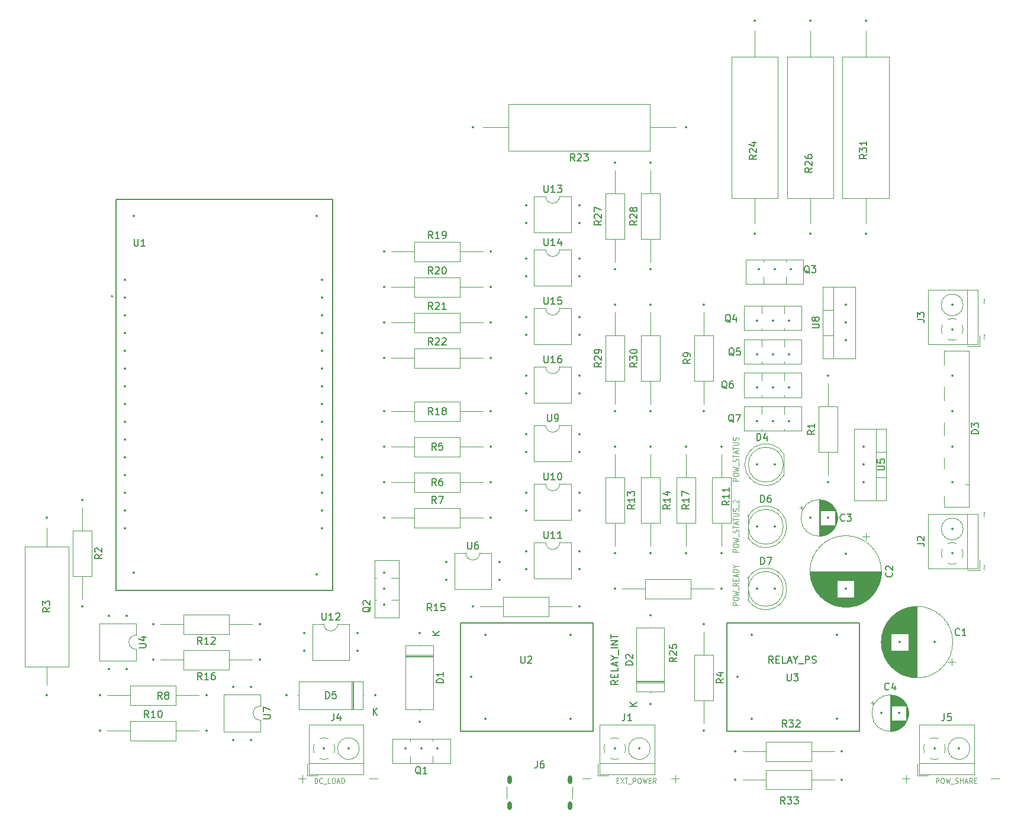
<source format=gto>
%TF.GenerationSoftware,KiCad,Pcbnew,8.0.3*%
%TF.CreationDate,2024-06-26T23:10:23+05:30*%
%TF.ProjectId,new kicad,6e657720-6b69-4636-9164-2e6b69636164,rev?*%
%TF.SameCoordinates,Original*%
%TF.FileFunction,Legend,Top*%
%TF.FilePolarity,Positive*%
%FSLAX46Y46*%
G04 Gerber Fmt 4.6, Leading zero omitted, Abs format (unit mm)*
G04 Created by KiCad (PCBNEW 8.0.3) date 2024-06-26 23:10:23*
%MOMM*%
%LPD*%
G01*
G04 APERTURE LIST*
%ADD10C,0.100000*%
%ADD11C,0.150000*%
%ADD12C,0.120000*%
%ADD13C,0.127000*%
%ADD14C,0.200000*%
%ADD15C,0.350000*%
%ADD16O,0.600000X1.200000*%
G04 APERTURE END LIST*
D10*
X117072455Y-149756895D02*
X117072455Y-148956895D01*
X117072455Y-148956895D02*
X117239122Y-148956895D01*
X117239122Y-148956895D02*
X117339122Y-148994990D01*
X117339122Y-148994990D02*
X117405789Y-149071180D01*
X117405789Y-149071180D02*
X117439122Y-149147371D01*
X117439122Y-149147371D02*
X117472455Y-149299752D01*
X117472455Y-149299752D02*
X117472455Y-149414038D01*
X117472455Y-149414038D02*
X117439122Y-149566419D01*
X117439122Y-149566419D02*
X117405789Y-149642609D01*
X117405789Y-149642609D02*
X117339122Y-149718800D01*
X117339122Y-149718800D02*
X117239122Y-149756895D01*
X117239122Y-149756895D02*
X117072455Y-149756895D01*
X118172455Y-149680704D02*
X118139122Y-149718800D01*
X118139122Y-149718800D02*
X118039122Y-149756895D01*
X118039122Y-149756895D02*
X117972455Y-149756895D01*
X117972455Y-149756895D02*
X117872455Y-149718800D01*
X117872455Y-149718800D02*
X117805789Y-149642609D01*
X117805789Y-149642609D02*
X117772455Y-149566419D01*
X117772455Y-149566419D02*
X117739122Y-149414038D01*
X117739122Y-149414038D02*
X117739122Y-149299752D01*
X117739122Y-149299752D02*
X117772455Y-149147371D01*
X117772455Y-149147371D02*
X117805789Y-149071180D01*
X117805789Y-149071180D02*
X117872455Y-148994990D01*
X117872455Y-148994990D02*
X117972455Y-148956895D01*
X117972455Y-148956895D02*
X118039122Y-148956895D01*
X118039122Y-148956895D02*
X118139122Y-148994990D01*
X118139122Y-148994990D02*
X118172455Y-149033085D01*
X118305789Y-149833085D02*
X118839122Y-149833085D01*
X119339122Y-149756895D02*
X119005788Y-149756895D01*
X119005788Y-149756895D02*
X119005788Y-148956895D01*
X119705789Y-148956895D02*
X119839122Y-148956895D01*
X119839122Y-148956895D02*
X119905789Y-148994990D01*
X119905789Y-148994990D02*
X119972455Y-149071180D01*
X119972455Y-149071180D02*
X120005789Y-149223561D01*
X120005789Y-149223561D02*
X120005789Y-149490228D01*
X120005789Y-149490228D02*
X119972455Y-149642609D01*
X119972455Y-149642609D02*
X119905789Y-149718800D01*
X119905789Y-149718800D02*
X119839122Y-149756895D01*
X119839122Y-149756895D02*
X119705789Y-149756895D01*
X119705789Y-149756895D02*
X119639122Y-149718800D01*
X119639122Y-149718800D02*
X119572455Y-149642609D01*
X119572455Y-149642609D02*
X119539122Y-149490228D01*
X119539122Y-149490228D02*
X119539122Y-149223561D01*
X119539122Y-149223561D02*
X119572455Y-149071180D01*
X119572455Y-149071180D02*
X119639122Y-148994990D01*
X119639122Y-148994990D02*
X119705789Y-148956895D01*
X120272455Y-149528323D02*
X120605788Y-149528323D01*
X120205788Y-149756895D02*
X120439122Y-148956895D01*
X120439122Y-148956895D02*
X120672455Y-149756895D01*
X120905788Y-149756895D02*
X120905788Y-148956895D01*
X120905788Y-148956895D02*
X121072455Y-148956895D01*
X121072455Y-148956895D02*
X121172455Y-148994990D01*
X121172455Y-148994990D02*
X121239122Y-149071180D01*
X121239122Y-149071180D02*
X121272455Y-149147371D01*
X121272455Y-149147371D02*
X121305788Y-149299752D01*
X121305788Y-149299752D02*
X121305788Y-149414038D01*
X121305788Y-149414038D02*
X121272455Y-149566419D01*
X121272455Y-149566419D02*
X121239122Y-149642609D01*
X121239122Y-149642609D02*
X121172455Y-149718800D01*
X121172455Y-149718800D02*
X121072455Y-149756895D01*
X121072455Y-149756895D02*
X120905788Y-149756895D01*
X212851466Y-86151353D02*
X212803847Y-86079925D01*
X212803847Y-86079925D02*
X212756228Y-85937068D01*
X212756228Y-85937068D02*
X212851466Y-85651353D01*
X212851466Y-85651353D02*
X212803847Y-85508496D01*
X212803847Y-85508496D02*
X212756228Y-85437068D01*
X212851466Y-111551353D02*
X212803847Y-111479925D01*
X212803847Y-111479925D02*
X212756228Y-111337068D01*
X212756228Y-111337068D02*
X212851466Y-111051353D01*
X212851466Y-111051353D02*
X212803847Y-110908496D01*
X212803847Y-110908496D02*
X212756228Y-110837068D01*
X177696895Y-116607544D02*
X176896895Y-116607544D01*
X176896895Y-116607544D02*
X176896895Y-116340877D01*
X176896895Y-116340877D02*
X176934990Y-116274211D01*
X176934990Y-116274211D02*
X176973085Y-116240877D01*
X176973085Y-116240877D02*
X177049276Y-116207544D01*
X177049276Y-116207544D02*
X177163561Y-116207544D01*
X177163561Y-116207544D02*
X177239752Y-116240877D01*
X177239752Y-116240877D02*
X177277847Y-116274211D01*
X177277847Y-116274211D02*
X177315942Y-116340877D01*
X177315942Y-116340877D02*
X177315942Y-116607544D01*
X176896895Y-115774211D02*
X176896895Y-115640877D01*
X176896895Y-115640877D02*
X176934990Y-115574211D01*
X176934990Y-115574211D02*
X177011180Y-115507544D01*
X177011180Y-115507544D02*
X177163561Y-115474211D01*
X177163561Y-115474211D02*
X177430228Y-115474211D01*
X177430228Y-115474211D02*
X177582609Y-115507544D01*
X177582609Y-115507544D02*
X177658800Y-115574211D01*
X177658800Y-115574211D02*
X177696895Y-115640877D01*
X177696895Y-115640877D02*
X177696895Y-115774211D01*
X177696895Y-115774211D02*
X177658800Y-115840877D01*
X177658800Y-115840877D02*
X177582609Y-115907544D01*
X177582609Y-115907544D02*
X177430228Y-115940877D01*
X177430228Y-115940877D02*
X177163561Y-115940877D01*
X177163561Y-115940877D02*
X177011180Y-115907544D01*
X177011180Y-115907544D02*
X176934990Y-115840877D01*
X176934990Y-115840877D02*
X176896895Y-115774211D01*
X176896895Y-115240878D02*
X177696895Y-115074211D01*
X177696895Y-115074211D02*
X177125466Y-114940878D01*
X177125466Y-114940878D02*
X177696895Y-114807544D01*
X177696895Y-114807544D02*
X176896895Y-114640878D01*
X177773085Y-114540878D02*
X177773085Y-114007544D01*
X177658800Y-113874211D02*
X177696895Y-113774211D01*
X177696895Y-113774211D02*
X177696895Y-113607545D01*
X177696895Y-113607545D02*
X177658800Y-113540878D01*
X177658800Y-113540878D02*
X177620704Y-113507545D01*
X177620704Y-113507545D02*
X177544514Y-113474211D01*
X177544514Y-113474211D02*
X177468323Y-113474211D01*
X177468323Y-113474211D02*
X177392133Y-113507545D01*
X177392133Y-113507545D02*
X177354038Y-113540878D01*
X177354038Y-113540878D02*
X177315942Y-113607545D01*
X177315942Y-113607545D02*
X177277847Y-113740878D01*
X177277847Y-113740878D02*
X177239752Y-113807545D01*
X177239752Y-113807545D02*
X177201657Y-113840878D01*
X177201657Y-113840878D02*
X177125466Y-113874211D01*
X177125466Y-113874211D02*
X177049276Y-113874211D01*
X177049276Y-113874211D02*
X176973085Y-113840878D01*
X176973085Y-113840878D02*
X176934990Y-113807545D01*
X176934990Y-113807545D02*
X176896895Y-113740878D01*
X176896895Y-113740878D02*
X176896895Y-113574211D01*
X176896895Y-113574211D02*
X176934990Y-113474211D01*
X176896895Y-113274211D02*
X176896895Y-112874211D01*
X177696895Y-113074211D02*
X176896895Y-113074211D01*
X177468323Y-112674211D02*
X177468323Y-112340878D01*
X177696895Y-112740878D02*
X176896895Y-112507545D01*
X176896895Y-112507545D02*
X177696895Y-112274211D01*
X176896895Y-112140878D02*
X176896895Y-111740878D01*
X177696895Y-111940878D02*
X176896895Y-111940878D01*
X176896895Y-111507545D02*
X177544514Y-111507545D01*
X177544514Y-111507545D02*
X177620704Y-111474212D01*
X177620704Y-111474212D02*
X177658800Y-111440878D01*
X177658800Y-111440878D02*
X177696895Y-111374212D01*
X177696895Y-111374212D02*
X177696895Y-111240878D01*
X177696895Y-111240878D02*
X177658800Y-111174212D01*
X177658800Y-111174212D02*
X177620704Y-111140878D01*
X177620704Y-111140878D02*
X177544514Y-111107545D01*
X177544514Y-111107545D02*
X176896895Y-111107545D01*
X177658800Y-110807545D02*
X177696895Y-110707545D01*
X177696895Y-110707545D02*
X177696895Y-110540879D01*
X177696895Y-110540879D02*
X177658800Y-110474212D01*
X177658800Y-110474212D02*
X177620704Y-110440879D01*
X177620704Y-110440879D02*
X177544514Y-110407545D01*
X177544514Y-110407545D02*
X177468323Y-110407545D01*
X177468323Y-110407545D02*
X177392133Y-110440879D01*
X177392133Y-110440879D02*
X177354038Y-110474212D01*
X177354038Y-110474212D02*
X177315942Y-110540879D01*
X177315942Y-110540879D02*
X177277847Y-110674212D01*
X177277847Y-110674212D02*
X177239752Y-110740879D01*
X177239752Y-110740879D02*
X177201657Y-110774212D01*
X177201657Y-110774212D02*
X177125466Y-110807545D01*
X177125466Y-110807545D02*
X177049276Y-110807545D01*
X177049276Y-110807545D02*
X176973085Y-110774212D01*
X176973085Y-110774212D02*
X176934990Y-110740879D01*
X176934990Y-110740879D02*
X176896895Y-110674212D01*
X176896895Y-110674212D02*
X176896895Y-110507545D01*
X176896895Y-110507545D02*
X176934990Y-110407545D01*
X177773085Y-110274212D02*
X177773085Y-109740878D01*
X176973085Y-109607545D02*
X176934990Y-109574212D01*
X176934990Y-109574212D02*
X176896895Y-109507545D01*
X176896895Y-109507545D02*
X176896895Y-109340879D01*
X176896895Y-109340879D02*
X176934990Y-109274212D01*
X176934990Y-109274212D02*
X176973085Y-109240879D01*
X176973085Y-109240879D02*
X177049276Y-109207545D01*
X177049276Y-109207545D02*
X177125466Y-109207545D01*
X177125466Y-109207545D02*
X177239752Y-109240879D01*
X177239752Y-109240879D02*
X177696895Y-109640879D01*
X177696895Y-109640879D02*
X177696895Y-109207545D01*
X155386741Y-149049466D02*
X156605789Y-149049466D01*
X213806741Y-149049466D02*
X215025789Y-149049466D01*
X177696895Y-124227544D02*
X176896895Y-124227544D01*
X176896895Y-124227544D02*
X176896895Y-123960877D01*
X176896895Y-123960877D02*
X176934990Y-123894211D01*
X176934990Y-123894211D02*
X176973085Y-123860877D01*
X176973085Y-123860877D02*
X177049276Y-123827544D01*
X177049276Y-123827544D02*
X177163561Y-123827544D01*
X177163561Y-123827544D02*
X177239752Y-123860877D01*
X177239752Y-123860877D02*
X177277847Y-123894211D01*
X177277847Y-123894211D02*
X177315942Y-123960877D01*
X177315942Y-123960877D02*
X177315942Y-124227544D01*
X176896895Y-123394211D02*
X176896895Y-123260877D01*
X176896895Y-123260877D02*
X176934990Y-123194211D01*
X176934990Y-123194211D02*
X177011180Y-123127544D01*
X177011180Y-123127544D02*
X177163561Y-123094211D01*
X177163561Y-123094211D02*
X177430228Y-123094211D01*
X177430228Y-123094211D02*
X177582609Y-123127544D01*
X177582609Y-123127544D02*
X177658800Y-123194211D01*
X177658800Y-123194211D02*
X177696895Y-123260877D01*
X177696895Y-123260877D02*
X177696895Y-123394211D01*
X177696895Y-123394211D02*
X177658800Y-123460877D01*
X177658800Y-123460877D02*
X177582609Y-123527544D01*
X177582609Y-123527544D02*
X177430228Y-123560877D01*
X177430228Y-123560877D02*
X177163561Y-123560877D01*
X177163561Y-123560877D02*
X177011180Y-123527544D01*
X177011180Y-123527544D02*
X176934990Y-123460877D01*
X176934990Y-123460877D02*
X176896895Y-123394211D01*
X176896895Y-122860878D02*
X177696895Y-122694211D01*
X177696895Y-122694211D02*
X177125466Y-122560878D01*
X177125466Y-122560878D02*
X177696895Y-122427544D01*
X177696895Y-122427544D02*
X176896895Y-122260878D01*
X177773085Y-122160878D02*
X177773085Y-121627544D01*
X177696895Y-121060878D02*
X177315942Y-121294211D01*
X177696895Y-121460878D02*
X176896895Y-121460878D01*
X176896895Y-121460878D02*
X176896895Y-121194211D01*
X176896895Y-121194211D02*
X176934990Y-121127545D01*
X176934990Y-121127545D02*
X176973085Y-121094211D01*
X176973085Y-121094211D02*
X177049276Y-121060878D01*
X177049276Y-121060878D02*
X177163561Y-121060878D01*
X177163561Y-121060878D02*
X177239752Y-121094211D01*
X177239752Y-121094211D02*
X177277847Y-121127545D01*
X177277847Y-121127545D02*
X177315942Y-121194211D01*
X177315942Y-121194211D02*
X177315942Y-121460878D01*
X177277847Y-120760878D02*
X177277847Y-120527545D01*
X177696895Y-120427545D02*
X177696895Y-120760878D01*
X177696895Y-120760878D02*
X176896895Y-120760878D01*
X176896895Y-120760878D02*
X176896895Y-120427545D01*
X177468323Y-120160878D02*
X177468323Y-119827545D01*
X177696895Y-120227545D02*
X176896895Y-119994212D01*
X176896895Y-119994212D02*
X177696895Y-119760878D01*
X177696895Y-119527545D02*
X176896895Y-119527545D01*
X176896895Y-119527545D02*
X176896895Y-119360878D01*
X176896895Y-119360878D02*
X176934990Y-119260878D01*
X176934990Y-119260878D02*
X177011180Y-119194212D01*
X177011180Y-119194212D02*
X177087371Y-119160878D01*
X177087371Y-119160878D02*
X177239752Y-119127545D01*
X177239752Y-119127545D02*
X177354038Y-119127545D01*
X177354038Y-119127545D02*
X177506419Y-119160878D01*
X177506419Y-119160878D02*
X177582609Y-119194212D01*
X177582609Y-119194212D02*
X177658800Y-119260878D01*
X177658800Y-119260878D02*
X177696895Y-119360878D01*
X177696895Y-119360878D02*
X177696895Y-119527545D01*
X177315942Y-118694212D02*
X177696895Y-118694212D01*
X176896895Y-118927545D02*
X177315942Y-118694212D01*
X177315942Y-118694212D02*
X176896895Y-118460878D01*
X201082931Y-149099800D02*
X202225789Y-149099800D01*
X201654360Y-149671228D02*
X201654360Y-148528371D01*
X124906741Y-149049466D02*
X126125789Y-149049466D01*
X212851466Y-119171353D02*
X212803847Y-119099925D01*
X212803847Y-119099925D02*
X212756228Y-118957068D01*
X212756228Y-118957068D02*
X212851466Y-118671353D01*
X212851466Y-118671353D02*
X212803847Y-118528496D01*
X212803847Y-118528496D02*
X212756228Y-118457068D01*
X205972455Y-149756895D02*
X205972455Y-148956895D01*
X205972455Y-148956895D02*
X206239122Y-148956895D01*
X206239122Y-148956895D02*
X206305789Y-148994990D01*
X206305789Y-148994990D02*
X206339122Y-149033085D01*
X206339122Y-149033085D02*
X206372455Y-149109276D01*
X206372455Y-149109276D02*
X206372455Y-149223561D01*
X206372455Y-149223561D02*
X206339122Y-149299752D01*
X206339122Y-149299752D02*
X206305789Y-149337847D01*
X206305789Y-149337847D02*
X206239122Y-149375942D01*
X206239122Y-149375942D02*
X205972455Y-149375942D01*
X206805789Y-148956895D02*
X206939122Y-148956895D01*
X206939122Y-148956895D02*
X207005789Y-148994990D01*
X207005789Y-148994990D02*
X207072455Y-149071180D01*
X207072455Y-149071180D02*
X207105789Y-149223561D01*
X207105789Y-149223561D02*
X207105789Y-149490228D01*
X207105789Y-149490228D02*
X207072455Y-149642609D01*
X207072455Y-149642609D02*
X207005789Y-149718800D01*
X207005789Y-149718800D02*
X206939122Y-149756895D01*
X206939122Y-149756895D02*
X206805789Y-149756895D01*
X206805789Y-149756895D02*
X206739122Y-149718800D01*
X206739122Y-149718800D02*
X206672455Y-149642609D01*
X206672455Y-149642609D02*
X206639122Y-149490228D01*
X206639122Y-149490228D02*
X206639122Y-149223561D01*
X206639122Y-149223561D02*
X206672455Y-149071180D01*
X206672455Y-149071180D02*
X206739122Y-148994990D01*
X206739122Y-148994990D02*
X206805789Y-148956895D01*
X207339122Y-148956895D02*
X207505788Y-149756895D01*
X207505788Y-149756895D02*
X207639122Y-149185466D01*
X207639122Y-149185466D02*
X207772455Y-149756895D01*
X207772455Y-149756895D02*
X207939122Y-148956895D01*
X208039122Y-149833085D02*
X208572455Y-149833085D01*
X208705788Y-149718800D02*
X208805788Y-149756895D01*
X208805788Y-149756895D02*
X208972455Y-149756895D01*
X208972455Y-149756895D02*
X209039121Y-149718800D01*
X209039121Y-149718800D02*
X209072455Y-149680704D01*
X209072455Y-149680704D02*
X209105788Y-149604514D01*
X209105788Y-149604514D02*
X209105788Y-149528323D01*
X209105788Y-149528323D02*
X209072455Y-149452133D01*
X209072455Y-149452133D02*
X209039121Y-149414038D01*
X209039121Y-149414038D02*
X208972455Y-149375942D01*
X208972455Y-149375942D02*
X208839121Y-149337847D01*
X208839121Y-149337847D02*
X208772455Y-149299752D01*
X208772455Y-149299752D02*
X208739121Y-149261657D01*
X208739121Y-149261657D02*
X208705788Y-149185466D01*
X208705788Y-149185466D02*
X208705788Y-149109276D01*
X208705788Y-149109276D02*
X208739121Y-149033085D01*
X208739121Y-149033085D02*
X208772455Y-148994990D01*
X208772455Y-148994990D02*
X208839121Y-148956895D01*
X208839121Y-148956895D02*
X209005788Y-148956895D01*
X209005788Y-148956895D02*
X209105788Y-148994990D01*
X209405788Y-149756895D02*
X209405788Y-148956895D01*
X209405788Y-149337847D02*
X209805788Y-149337847D01*
X209805788Y-149756895D02*
X209805788Y-148956895D01*
X210105788Y-149528323D02*
X210439121Y-149528323D01*
X210039121Y-149756895D02*
X210272455Y-148956895D01*
X210272455Y-148956895D02*
X210505788Y-149756895D01*
X211139121Y-149756895D02*
X210905788Y-149375942D01*
X210739121Y-149756895D02*
X210739121Y-148956895D01*
X210739121Y-148956895D02*
X211005788Y-148956895D01*
X211005788Y-148956895D02*
X211072455Y-148994990D01*
X211072455Y-148994990D02*
X211105788Y-149033085D01*
X211105788Y-149033085D02*
X211139121Y-149109276D01*
X211139121Y-149109276D02*
X211139121Y-149223561D01*
X211139121Y-149223561D02*
X211105788Y-149299752D01*
X211105788Y-149299752D02*
X211072455Y-149337847D01*
X211072455Y-149337847D02*
X211005788Y-149375942D01*
X211005788Y-149375942D02*
X210739121Y-149375942D01*
X211439121Y-149337847D02*
X211672455Y-149337847D01*
X211772455Y-149756895D02*
X211439121Y-149756895D01*
X211439121Y-149756895D02*
X211439121Y-148956895D01*
X211439121Y-148956895D02*
X211772455Y-148956895D01*
X177696895Y-106447544D02*
X176896895Y-106447544D01*
X176896895Y-106447544D02*
X176896895Y-106180877D01*
X176896895Y-106180877D02*
X176934990Y-106114211D01*
X176934990Y-106114211D02*
X176973085Y-106080877D01*
X176973085Y-106080877D02*
X177049276Y-106047544D01*
X177049276Y-106047544D02*
X177163561Y-106047544D01*
X177163561Y-106047544D02*
X177239752Y-106080877D01*
X177239752Y-106080877D02*
X177277847Y-106114211D01*
X177277847Y-106114211D02*
X177315942Y-106180877D01*
X177315942Y-106180877D02*
X177315942Y-106447544D01*
X176896895Y-105614211D02*
X176896895Y-105480877D01*
X176896895Y-105480877D02*
X176934990Y-105414211D01*
X176934990Y-105414211D02*
X177011180Y-105347544D01*
X177011180Y-105347544D02*
X177163561Y-105314211D01*
X177163561Y-105314211D02*
X177430228Y-105314211D01*
X177430228Y-105314211D02*
X177582609Y-105347544D01*
X177582609Y-105347544D02*
X177658800Y-105414211D01*
X177658800Y-105414211D02*
X177696895Y-105480877D01*
X177696895Y-105480877D02*
X177696895Y-105614211D01*
X177696895Y-105614211D02*
X177658800Y-105680877D01*
X177658800Y-105680877D02*
X177582609Y-105747544D01*
X177582609Y-105747544D02*
X177430228Y-105780877D01*
X177430228Y-105780877D02*
X177163561Y-105780877D01*
X177163561Y-105780877D02*
X177011180Y-105747544D01*
X177011180Y-105747544D02*
X176934990Y-105680877D01*
X176934990Y-105680877D02*
X176896895Y-105614211D01*
X176896895Y-105080878D02*
X177696895Y-104914211D01*
X177696895Y-104914211D02*
X177125466Y-104780878D01*
X177125466Y-104780878D02*
X177696895Y-104647544D01*
X177696895Y-104647544D02*
X176896895Y-104480878D01*
X177773085Y-104380878D02*
X177773085Y-103847544D01*
X177658800Y-103714211D02*
X177696895Y-103614211D01*
X177696895Y-103614211D02*
X177696895Y-103447545D01*
X177696895Y-103447545D02*
X177658800Y-103380878D01*
X177658800Y-103380878D02*
X177620704Y-103347545D01*
X177620704Y-103347545D02*
X177544514Y-103314211D01*
X177544514Y-103314211D02*
X177468323Y-103314211D01*
X177468323Y-103314211D02*
X177392133Y-103347545D01*
X177392133Y-103347545D02*
X177354038Y-103380878D01*
X177354038Y-103380878D02*
X177315942Y-103447545D01*
X177315942Y-103447545D02*
X177277847Y-103580878D01*
X177277847Y-103580878D02*
X177239752Y-103647545D01*
X177239752Y-103647545D02*
X177201657Y-103680878D01*
X177201657Y-103680878D02*
X177125466Y-103714211D01*
X177125466Y-103714211D02*
X177049276Y-103714211D01*
X177049276Y-103714211D02*
X176973085Y-103680878D01*
X176973085Y-103680878D02*
X176934990Y-103647545D01*
X176934990Y-103647545D02*
X176896895Y-103580878D01*
X176896895Y-103580878D02*
X176896895Y-103414211D01*
X176896895Y-103414211D02*
X176934990Y-103314211D01*
X176896895Y-103114211D02*
X176896895Y-102714211D01*
X177696895Y-102914211D02*
X176896895Y-102914211D01*
X177468323Y-102514211D02*
X177468323Y-102180878D01*
X177696895Y-102580878D02*
X176896895Y-102347545D01*
X176896895Y-102347545D02*
X177696895Y-102114211D01*
X176896895Y-101980878D02*
X176896895Y-101580878D01*
X177696895Y-101780878D02*
X176896895Y-101780878D01*
X176896895Y-101347545D02*
X177544514Y-101347545D01*
X177544514Y-101347545D02*
X177620704Y-101314212D01*
X177620704Y-101314212D02*
X177658800Y-101280878D01*
X177658800Y-101280878D02*
X177696895Y-101214212D01*
X177696895Y-101214212D02*
X177696895Y-101080878D01*
X177696895Y-101080878D02*
X177658800Y-101014212D01*
X177658800Y-101014212D02*
X177620704Y-100980878D01*
X177620704Y-100980878D02*
X177544514Y-100947545D01*
X177544514Y-100947545D02*
X176896895Y-100947545D01*
X177658800Y-100647545D02*
X177696895Y-100547545D01*
X177696895Y-100547545D02*
X177696895Y-100380879D01*
X177696895Y-100380879D02*
X177658800Y-100314212D01*
X177658800Y-100314212D02*
X177620704Y-100280879D01*
X177620704Y-100280879D02*
X177544514Y-100247545D01*
X177544514Y-100247545D02*
X177468323Y-100247545D01*
X177468323Y-100247545D02*
X177392133Y-100280879D01*
X177392133Y-100280879D02*
X177354038Y-100314212D01*
X177354038Y-100314212D02*
X177315942Y-100380879D01*
X177315942Y-100380879D02*
X177277847Y-100514212D01*
X177277847Y-100514212D02*
X177239752Y-100580879D01*
X177239752Y-100580879D02*
X177201657Y-100614212D01*
X177201657Y-100614212D02*
X177125466Y-100647545D01*
X177125466Y-100647545D02*
X177049276Y-100647545D01*
X177049276Y-100647545D02*
X176973085Y-100614212D01*
X176973085Y-100614212D02*
X176934990Y-100580879D01*
X176934990Y-100580879D02*
X176896895Y-100514212D01*
X176896895Y-100514212D02*
X176896895Y-100347545D01*
X176896895Y-100347545D02*
X176934990Y-100247545D01*
X160252455Y-149337847D02*
X160485789Y-149337847D01*
X160585789Y-149756895D02*
X160252455Y-149756895D01*
X160252455Y-149756895D02*
X160252455Y-148956895D01*
X160252455Y-148956895D02*
X160585789Y-148956895D01*
X160819122Y-148956895D02*
X161285788Y-149756895D01*
X161285788Y-148956895D02*
X160819122Y-149756895D01*
X161452455Y-148956895D02*
X161852455Y-148956895D01*
X161652455Y-149756895D02*
X161652455Y-148956895D01*
X161919122Y-149833085D02*
X162452455Y-149833085D01*
X162619121Y-149756895D02*
X162619121Y-148956895D01*
X162619121Y-148956895D02*
X162885788Y-148956895D01*
X162885788Y-148956895D02*
X162952455Y-148994990D01*
X162952455Y-148994990D02*
X162985788Y-149033085D01*
X162985788Y-149033085D02*
X163019121Y-149109276D01*
X163019121Y-149109276D02*
X163019121Y-149223561D01*
X163019121Y-149223561D02*
X162985788Y-149299752D01*
X162985788Y-149299752D02*
X162952455Y-149337847D01*
X162952455Y-149337847D02*
X162885788Y-149375942D01*
X162885788Y-149375942D02*
X162619121Y-149375942D01*
X163452455Y-148956895D02*
X163585788Y-148956895D01*
X163585788Y-148956895D02*
X163652455Y-148994990D01*
X163652455Y-148994990D02*
X163719121Y-149071180D01*
X163719121Y-149071180D02*
X163752455Y-149223561D01*
X163752455Y-149223561D02*
X163752455Y-149490228D01*
X163752455Y-149490228D02*
X163719121Y-149642609D01*
X163719121Y-149642609D02*
X163652455Y-149718800D01*
X163652455Y-149718800D02*
X163585788Y-149756895D01*
X163585788Y-149756895D02*
X163452455Y-149756895D01*
X163452455Y-149756895D02*
X163385788Y-149718800D01*
X163385788Y-149718800D02*
X163319121Y-149642609D01*
X163319121Y-149642609D02*
X163285788Y-149490228D01*
X163285788Y-149490228D02*
X163285788Y-149223561D01*
X163285788Y-149223561D02*
X163319121Y-149071180D01*
X163319121Y-149071180D02*
X163385788Y-148994990D01*
X163385788Y-148994990D02*
X163452455Y-148956895D01*
X163985788Y-148956895D02*
X164152454Y-149756895D01*
X164152454Y-149756895D02*
X164285788Y-149185466D01*
X164285788Y-149185466D02*
X164419121Y-149756895D01*
X164419121Y-149756895D02*
X164585788Y-148956895D01*
X164852454Y-149337847D02*
X165085788Y-149337847D01*
X165185788Y-149756895D02*
X164852454Y-149756895D01*
X164852454Y-149756895D02*
X164852454Y-148956895D01*
X164852454Y-148956895D02*
X165185788Y-148956895D01*
X165885787Y-149756895D02*
X165652454Y-149375942D01*
X165485787Y-149756895D02*
X165485787Y-148956895D01*
X165485787Y-148956895D02*
X165752454Y-148956895D01*
X165752454Y-148956895D02*
X165819121Y-148994990D01*
X165819121Y-148994990D02*
X165852454Y-149033085D01*
X165852454Y-149033085D02*
X165885787Y-149109276D01*
X165885787Y-149109276D02*
X165885787Y-149223561D01*
X165885787Y-149223561D02*
X165852454Y-149299752D01*
X165852454Y-149299752D02*
X165819121Y-149337847D01*
X165819121Y-149337847D02*
X165752454Y-149375942D01*
X165752454Y-149375942D02*
X165485787Y-149375942D01*
X168062931Y-149099800D02*
X169205789Y-149099800D01*
X168634360Y-149671228D02*
X168634360Y-148528371D01*
X114722931Y-149099800D02*
X115865789Y-149099800D01*
X115294360Y-149671228D02*
X115294360Y-148528371D01*
X212851466Y-81071353D02*
X212803847Y-80999925D01*
X212803847Y-80999925D02*
X212756228Y-80857068D01*
X212756228Y-80857068D02*
X212851466Y-80571353D01*
X212851466Y-80571353D02*
X212803847Y-80428496D01*
X212803847Y-80428496D02*
X212756228Y-80357068D01*
D11*
X184357142Y-152704819D02*
X184023809Y-152228628D01*
X183785714Y-152704819D02*
X183785714Y-151704819D01*
X183785714Y-151704819D02*
X184166666Y-151704819D01*
X184166666Y-151704819D02*
X184261904Y-151752438D01*
X184261904Y-151752438D02*
X184309523Y-151800057D01*
X184309523Y-151800057D02*
X184357142Y-151895295D01*
X184357142Y-151895295D02*
X184357142Y-152038152D01*
X184357142Y-152038152D02*
X184309523Y-152133390D01*
X184309523Y-152133390D02*
X184261904Y-152181009D01*
X184261904Y-152181009D02*
X184166666Y-152228628D01*
X184166666Y-152228628D02*
X183785714Y-152228628D01*
X184690476Y-151704819D02*
X185309523Y-151704819D01*
X185309523Y-151704819D02*
X184976190Y-152085771D01*
X184976190Y-152085771D02*
X185119047Y-152085771D01*
X185119047Y-152085771D02*
X185214285Y-152133390D01*
X185214285Y-152133390D02*
X185261904Y-152181009D01*
X185261904Y-152181009D02*
X185309523Y-152276247D01*
X185309523Y-152276247D02*
X185309523Y-152514342D01*
X185309523Y-152514342D02*
X185261904Y-152609580D01*
X185261904Y-152609580D02*
X185214285Y-152657200D01*
X185214285Y-152657200D02*
X185119047Y-152704819D01*
X185119047Y-152704819D02*
X184833333Y-152704819D01*
X184833333Y-152704819D02*
X184738095Y-152657200D01*
X184738095Y-152657200D02*
X184690476Y-152609580D01*
X185642857Y-151704819D02*
X186261904Y-151704819D01*
X186261904Y-151704819D02*
X185928571Y-152085771D01*
X185928571Y-152085771D02*
X186071428Y-152085771D01*
X186071428Y-152085771D02*
X186166666Y-152133390D01*
X186166666Y-152133390D02*
X186214285Y-152181009D01*
X186214285Y-152181009D02*
X186261904Y-152276247D01*
X186261904Y-152276247D02*
X186261904Y-152514342D01*
X186261904Y-152514342D02*
X186214285Y-152609580D01*
X186214285Y-152609580D02*
X186166666Y-152657200D01*
X186166666Y-152657200D02*
X186071428Y-152704819D01*
X186071428Y-152704819D02*
X185785714Y-152704819D01*
X185785714Y-152704819D02*
X185690476Y-152657200D01*
X185690476Y-152657200D02*
X185642857Y-152609580D01*
X184607142Y-141704819D02*
X184273809Y-141228628D01*
X184035714Y-141704819D02*
X184035714Y-140704819D01*
X184035714Y-140704819D02*
X184416666Y-140704819D01*
X184416666Y-140704819D02*
X184511904Y-140752438D01*
X184511904Y-140752438D02*
X184559523Y-140800057D01*
X184559523Y-140800057D02*
X184607142Y-140895295D01*
X184607142Y-140895295D02*
X184607142Y-141038152D01*
X184607142Y-141038152D02*
X184559523Y-141133390D01*
X184559523Y-141133390D02*
X184511904Y-141181009D01*
X184511904Y-141181009D02*
X184416666Y-141228628D01*
X184416666Y-141228628D02*
X184035714Y-141228628D01*
X184940476Y-140704819D02*
X185559523Y-140704819D01*
X185559523Y-140704819D02*
X185226190Y-141085771D01*
X185226190Y-141085771D02*
X185369047Y-141085771D01*
X185369047Y-141085771D02*
X185464285Y-141133390D01*
X185464285Y-141133390D02*
X185511904Y-141181009D01*
X185511904Y-141181009D02*
X185559523Y-141276247D01*
X185559523Y-141276247D02*
X185559523Y-141514342D01*
X185559523Y-141514342D02*
X185511904Y-141609580D01*
X185511904Y-141609580D02*
X185464285Y-141657200D01*
X185464285Y-141657200D02*
X185369047Y-141704819D01*
X185369047Y-141704819D02*
X185083333Y-141704819D01*
X185083333Y-141704819D02*
X184988095Y-141657200D01*
X184988095Y-141657200D02*
X184940476Y-141609580D01*
X185940476Y-140800057D02*
X185988095Y-140752438D01*
X185988095Y-140752438D02*
X186083333Y-140704819D01*
X186083333Y-140704819D02*
X186321428Y-140704819D01*
X186321428Y-140704819D02*
X186416666Y-140752438D01*
X186416666Y-140752438D02*
X186464285Y-140800057D01*
X186464285Y-140800057D02*
X186511904Y-140895295D01*
X186511904Y-140895295D02*
X186511904Y-140990533D01*
X186511904Y-140990533D02*
X186464285Y-141133390D01*
X186464285Y-141133390D02*
X185892857Y-141704819D01*
X185892857Y-141704819D02*
X186511904Y-141704819D01*
X148916666Y-146554819D02*
X148916666Y-147269104D01*
X148916666Y-147269104D02*
X148869047Y-147411961D01*
X148869047Y-147411961D02*
X148773809Y-147507200D01*
X148773809Y-147507200D02*
X148630952Y-147554819D01*
X148630952Y-147554819D02*
X148535714Y-147554819D01*
X149821428Y-146554819D02*
X149630952Y-146554819D01*
X149630952Y-146554819D02*
X149535714Y-146602438D01*
X149535714Y-146602438D02*
X149488095Y-146650057D01*
X149488095Y-146650057D02*
X149392857Y-146792914D01*
X149392857Y-146792914D02*
X149345238Y-146983390D01*
X149345238Y-146983390D02*
X149345238Y-147364342D01*
X149345238Y-147364342D02*
X149392857Y-147459580D01*
X149392857Y-147459580D02*
X149440476Y-147507200D01*
X149440476Y-147507200D02*
X149535714Y-147554819D01*
X149535714Y-147554819D02*
X149726190Y-147554819D01*
X149726190Y-147554819D02*
X149821428Y-147507200D01*
X149821428Y-147507200D02*
X149869047Y-147459580D01*
X149869047Y-147459580D02*
X149916666Y-147364342D01*
X149916666Y-147364342D02*
X149916666Y-147126247D01*
X149916666Y-147126247D02*
X149869047Y-147031009D01*
X149869047Y-147031009D02*
X149821428Y-146983390D01*
X149821428Y-146983390D02*
X149726190Y-146935771D01*
X149726190Y-146935771D02*
X149535714Y-146935771D01*
X149535714Y-146935771D02*
X149440476Y-146983390D01*
X149440476Y-146983390D02*
X149392857Y-147031009D01*
X149392857Y-147031009D02*
X149345238Y-147126247D01*
X100957142Y-134904819D02*
X100623809Y-134428628D01*
X100385714Y-134904819D02*
X100385714Y-133904819D01*
X100385714Y-133904819D02*
X100766666Y-133904819D01*
X100766666Y-133904819D02*
X100861904Y-133952438D01*
X100861904Y-133952438D02*
X100909523Y-134000057D01*
X100909523Y-134000057D02*
X100957142Y-134095295D01*
X100957142Y-134095295D02*
X100957142Y-134238152D01*
X100957142Y-134238152D02*
X100909523Y-134333390D01*
X100909523Y-134333390D02*
X100861904Y-134381009D01*
X100861904Y-134381009D02*
X100766666Y-134428628D01*
X100766666Y-134428628D02*
X100385714Y-134428628D01*
X101909523Y-134904819D02*
X101338095Y-134904819D01*
X101623809Y-134904819D02*
X101623809Y-133904819D01*
X101623809Y-133904819D02*
X101528571Y-134047676D01*
X101528571Y-134047676D02*
X101433333Y-134142914D01*
X101433333Y-134142914D02*
X101338095Y-134190533D01*
X102766666Y-133904819D02*
X102576190Y-133904819D01*
X102576190Y-133904819D02*
X102480952Y-133952438D01*
X102480952Y-133952438D02*
X102433333Y-134000057D01*
X102433333Y-134000057D02*
X102338095Y-134142914D01*
X102338095Y-134142914D02*
X102290476Y-134333390D01*
X102290476Y-134333390D02*
X102290476Y-134714342D01*
X102290476Y-134714342D02*
X102338095Y-134809580D01*
X102338095Y-134809580D02*
X102385714Y-134857200D01*
X102385714Y-134857200D02*
X102480952Y-134904819D01*
X102480952Y-134904819D02*
X102671428Y-134904819D01*
X102671428Y-134904819D02*
X102766666Y-134857200D01*
X102766666Y-134857200D02*
X102814285Y-134809580D01*
X102814285Y-134809580D02*
X102861904Y-134714342D01*
X102861904Y-134714342D02*
X102861904Y-134476247D01*
X102861904Y-134476247D02*
X102814285Y-134381009D01*
X102814285Y-134381009D02*
X102766666Y-134333390D01*
X102766666Y-134333390D02*
X102671428Y-134285771D01*
X102671428Y-134285771D02*
X102480952Y-134285771D01*
X102480952Y-134285771D02*
X102385714Y-134333390D01*
X102385714Y-134333390D02*
X102338095Y-134381009D01*
X102338095Y-134381009D02*
X102290476Y-134476247D01*
X91259095Y-71863819D02*
X91259095Y-72673342D01*
X91259095Y-72673342D02*
X91306714Y-72768580D01*
X91306714Y-72768580D02*
X91354333Y-72816200D01*
X91354333Y-72816200D02*
X91449571Y-72863819D01*
X91449571Y-72863819D02*
X91640047Y-72863819D01*
X91640047Y-72863819D02*
X91735285Y-72816200D01*
X91735285Y-72816200D02*
X91782904Y-72768580D01*
X91782904Y-72768580D02*
X91830523Y-72673342D01*
X91830523Y-72673342D02*
X91830523Y-71863819D01*
X92830523Y-72863819D02*
X92259095Y-72863819D01*
X92544809Y-72863819D02*
X92544809Y-71863819D01*
X92544809Y-71863819D02*
X92449571Y-72006676D01*
X92449571Y-72006676D02*
X92354333Y-72101914D01*
X92354333Y-72101914D02*
X92259095Y-72149533D01*
X100957142Y-129824819D02*
X100623809Y-129348628D01*
X100385714Y-129824819D02*
X100385714Y-128824819D01*
X100385714Y-128824819D02*
X100766666Y-128824819D01*
X100766666Y-128824819D02*
X100861904Y-128872438D01*
X100861904Y-128872438D02*
X100909523Y-128920057D01*
X100909523Y-128920057D02*
X100957142Y-129015295D01*
X100957142Y-129015295D02*
X100957142Y-129158152D01*
X100957142Y-129158152D02*
X100909523Y-129253390D01*
X100909523Y-129253390D02*
X100861904Y-129301009D01*
X100861904Y-129301009D02*
X100766666Y-129348628D01*
X100766666Y-129348628D02*
X100385714Y-129348628D01*
X101909523Y-129824819D02*
X101338095Y-129824819D01*
X101623809Y-129824819D02*
X101623809Y-128824819D01*
X101623809Y-128824819D02*
X101528571Y-128967676D01*
X101528571Y-128967676D02*
X101433333Y-129062914D01*
X101433333Y-129062914D02*
X101338095Y-129110533D01*
X102290476Y-128920057D02*
X102338095Y-128872438D01*
X102338095Y-128872438D02*
X102433333Y-128824819D01*
X102433333Y-128824819D02*
X102671428Y-128824819D01*
X102671428Y-128824819D02*
X102766666Y-128872438D01*
X102766666Y-128872438D02*
X102814285Y-128920057D01*
X102814285Y-128920057D02*
X102861904Y-129015295D01*
X102861904Y-129015295D02*
X102861904Y-129110533D01*
X102861904Y-129110533D02*
X102814285Y-129253390D01*
X102814285Y-129253390D02*
X102242857Y-129824819D01*
X102242857Y-129824819D02*
X102861904Y-129824819D01*
X162844819Y-109862857D02*
X162368628Y-110196190D01*
X162844819Y-110434285D02*
X161844819Y-110434285D01*
X161844819Y-110434285D02*
X161844819Y-110053333D01*
X161844819Y-110053333D02*
X161892438Y-109958095D01*
X161892438Y-109958095D02*
X161940057Y-109910476D01*
X161940057Y-109910476D02*
X162035295Y-109862857D01*
X162035295Y-109862857D02*
X162178152Y-109862857D01*
X162178152Y-109862857D02*
X162273390Y-109910476D01*
X162273390Y-109910476D02*
X162321009Y-109958095D01*
X162321009Y-109958095D02*
X162368628Y-110053333D01*
X162368628Y-110053333D02*
X162368628Y-110434285D01*
X162844819Y-108910476D02*
X162844819Y-109481904D01*
X162844819Y-109196190D02*
X161844819Y-109196190D01*
X161844819Y-109196190D02*
X161987676Y-109291428D01*
X161987676Y-109291428D02*
X162082914Y-109386666D01*
X162082914Y-109386666D02*
X162130533Y-109481904D01*
X161844819Y-108577142D02*
X161844819Y-107958095D01*
X161844819Y-107958095D02*
X162225771Y-108291428D01*
X162225771Y-108291428D02*
X162225771Y-108148571D01*
X162225771Y-108148571D02*
X162273390Y-108053333D01*
X162273390Y-108053333D02*
X162321009Y-108005714D01*
X162321009Y-108005714D02*
X162416247Y-107958095D01*
X162416247Y-107958095D02*
X162654342Y-107958095D01*
X162654342Y-107958095D02*
X162749580Y-108005714D01*
X162749580Y-108005714D02*
X162797200Y-108053333D01*
X162797200Y-108053333D02*
X162844819Y-108148571D01*
X162844819Y-108148571D02*
X162844819Y-108434285D01*
X162844819Y-108434285D02*
X162797200Y-108529523D01*
X162797200Y-108529523D02*
X162749580Y-108577142D01*
X119836666Y-139774819D02*
X119836666Y-140489104D01*
X119836666Y-140489104D02*
X119789047Y-140631961D01*
X119789047Y-140631961D02*
X119693809Y-140727200D01*
X119693809Y-140727200D02*
X119550952Y-140774819D01*
X119550952Y-140774819D02*
X119455714Y-140774819D01*
X120741428Y-140108152D02*
X120741428Y-140774819D01*
X120503333Y-139727200D02*
X120265238Y-140441485D01*
X120265238Y-140441485D02*
X120884285Y-140441485D01*
X133977142Y-86984819D02*
X133643809Y-86508628D01*
X133405714Y-86984819D02*
X133405714Y-85984819D01*
X133405714Y-85984819D02*
X133786666Y-85984819D01*
X133786666Y-85984819D02*
X133881904Y-86032438D01*
X133881904Y-86032438D02*
X133929523Y-86080057D01*
X133929523Y-86080057D02*
X133977142Y-86175295D01*
X133977142Y-86175295D02*
X133977142Y-86318152D01*
X133977142Y-86318152D02*
X133929523Y-86413390D01*
X133929523Y-86413390D02*
X133881904Y-86461009D01*
X133881904Y-86461009D02*
X133786666Y-86508628D01*
X133786666Y-86508628D02*
X133405714Y-86508628D01*
X134358095Y-86080057D02*
X134405714Y-86032438D01*
X134405714Y-86032438D02*
X134500952Y-85984819D01*
X134500952Y-85984819D02*
X134739047Y-85984819D01*
X134739047Y-85984819D02*
X134834285Y-86032438D01*
X134834285Y-86032438D02*
X134881904Y-86080057D01*
X134881904Y-86080057D02*
X134929523Y-86175295D01*
X134929523Y-86175295D02*
X134929523Y-86270533D01*
X134929523Y-86270533D02*
X134881904Y-86413390D01*
X134881904Y-86413390D02*
X134310476Y-86984819D01*
X134310476Y-86984819D02*
X134929523Y-86984819D01*
X135310476Y-86080057D02*
X135358095Y-86032438D01*
X135358095Y-86032438D02*
X135453333Y-85984819D01*
X135453333Y-85984819D02*
X135691428Y-85984819D01*
X135691428Y-85984819D02*
X135786666Y-86032438D01*
X135786666Y-86032438D02*
X135834285Y-86080057D01*
X135834285Y-86080057D02*
X135881904Y-86175295D01*
X135881904Y-86175295D02*
X135881904Y-86270533D01*
X135881904Y-86270533D02*
X135834285Y-86413390D01*
X135834285Y-86413390D02*
X135262857Y-86984819D01*
X135262857Y-86984819D02*
X135881904Y-86984819D01*
X118151905Y-125389819D02*
X118151905Y-126199342D01*
X118151905Y-126199342D02*
X118199524Y-126294580D01*
X118199524Y-126294580D02*
X118247143Y-126342200D01*
X118247143Y-126342200D02*
X118342381Y-126389819D01*
X118342381Y-126389819D02*
X118532857Y-126389819D01*
X118532857Y-126389819D02*
X118628095Y-126342200D01*
X118628095Y-126342200D02*
X118675714Y-126294580D01*
X118675714Y-126294580D02*
X118723333Y-126199342D01*
X118723333Y-126199342D02*
X118723333Y-125389819D01*
X119723333Y-126389819D02*
X119151905Y-126389819D01*
X119437619Y-126389819D02*
X119437619Y-125389819D01*
X119437619Y-125389819D02*
X119342381Y-125532676D01*
X119342381Y-125532676D02*
X119247143Y-125627914D01*
X119247143Y-125627914D02*
X119151905Y-125675533D01*
X120104286Y-125485057D02*
X120151905Y-125437438D01*
X120151905Y-125437438D02*
X120247143Y-125389819D01*
X120247143Y-125389819D02*
X120485238Y-125389819D01*
X120485238Y-125389819D02*
X120580476Y-125437438D01*
X120580476Y-125437438D02*
X120628095Y-125485057D01*
X120628095Y-125485057D02*
X120675714Y-125580295D01*
X120675714Y-125580295D02*
X120675714Y-125675533D01*
X120675714Y-125675533D02*
X120628095Y-125818390D01*
X120628095Y-125818390D02*
X120056667Y-126389819D01*
X120056667Y-126389819D02*
X120675714Y-126389819D01*
X150368095Y-96947819D02*
X150368095Y-97757342D01*
X150368095Y-97757342D02*
X150415714Y-97852580D01*
X150415714Y-97852580D02*
X150463333Y-97900200D01*
X150463333Y-97900200D02*
X150558571Y-97947819D01*
X150558571Y-97947819D02*
X150749047Y-97947819D01*
X150749047Y-97947819D02*
X150844285Y-97900200D01*
X150844285Y-97900200D02*
X150891904Y-97852580D01*
X150891904Y-97852580D02*
X150939523Y-97757342D01*
X150939523Y-97757342D02*
X150939523Y-96947819D01*
X151463333Y-97947819D02*
X151653809Y-97947819D01*
X151653809Y-97947819D02*
X151749047Y-97900200D01*
X151749047Y-97900200D02*
X151796666Y-97852580D01*
X151796666Y-97852580D02*
X151891904Y-97709723D01*
X151891904Y-97709723D02*
X151939523Y-97519247D01*
X151939523Y-97519247D02*
X151939523Y-97138295D01*
X151939523Y-97138295D02*
X151891904Y-97043057D01*
X151891904Y-97043057D02*
X151844285Y-96995438D01*
X151844285Y-96995438D02*
X151749047Y-96947819D01*
X151749047Y-96947819D02*
X151558571Y-96947819D01*
X151558571Y-96947819D02*
X151463333Y-96995438D01*
X151463333Y-96995438D02*
X151415714Y-97043057D01*
X151415714Y-97043057D02*
X151368095Y-97138295D01*
X151368095Y-97138295D02*
X151368095Y-97376390D01*
X151368095Y-97376390D02*
X151415714Y-97471628D01*
X151415714Y-97471628D02*
X151463333Y-97519247D01*
X151463333Y-97519247D02*
X151558571Y-97566866D01*
X151558571Y-97566866D02*
X151749047Y-97566866D01*
X151749047Y-97566866D02*
X151844285Y-97519247D01*
X151844285Y-97519247D02*
X151891904Y-97471628D01*
X151891904Y-97471628D02*
X151939523Y-97376390D01*
X175544819Y-134786666D02*
X175068628Y-135119999D01*
X175544819Y-135358094D02*
X174544819Y-135358094D01*
X174544819Y-135358094D02*
X174544819Y-134977142D01*
X174544819Y-134977142D02*
X174592438Y-134881904D01*
X174592438Y-134881904D02*
X174640057Y-134834285D01*
X174640057Y-134834285D02*
X174735295Y-134786666D01*
X174735295Y-134786666D02*
X174878152Y-134786666D01*
X174878152Y-134786666D02*
X174973390Y-134834285D01*
X174973390Y-134834285D02*
X175021009Y-134881904D01*
X175021009Y-134881904D02*
X175068628Y-134977142D01*
X175068628Y-134977142D02*
X175068628Y-135358094D01*
X174878152Y-133929523D02*
X175544819Y-133929523D01*
X174497200Y-134167618D02*
X175211485Y-134405713D01*
X175211485Y-134405713D02*
X175211485Y-133786666D01*
X188224819Y-84581904D02*
X189034342Y-84581904D01*
X189034342Y-84581904D02*
X189129580Y-84534285D01*
X189129580Y-84534285D02*
X189177200Y-84486666D01*
X189177200Y-84486666D02*
X189224819Y-84391428D01*
X189224819Y-84391428D02*
X189224819Y-84200952D01*
X189224819Y-84200952D02*
X189177200Y-84105714D01*
X189177200Y-84105714D02*
X189129580Y-84058095D01*
X189129580Y-84058095D02*
X189034342Y-84010476D01*
X189034342Y-84010476D02*
X188224819Y-84010476D01*
X188653390Y-83391428D02*
X188605771Y-83486666D01*
X188605771Y-83486666D02*
X188558152Y-83534285D01*
X188558152Y-83534285D02*
X188462914Y-83581904D01*
X188462914Y-83581904D02*
X188415295Y-83581904D01*
X188415295Y-83581904D02*
X188320057Y-83534285D01*
X188320057Y-83534285D02*
X188272438Y-83486666D01*
X188272438Y-83486666D02*
X188224819Y-83391428D01*
X188224819Y-83391428D02*
X188224819Y-83200952D01*
X188224819Y-83200952D02*
X188272438Y-83105714D01*
X188272438Y-83105714D02*
X188320057Y-83058095D01*
X188320057Y-83058095D02*
X188415295Y-83010476D01*
X188415295Y-83010476D02*
X188462914Y-83010476D01*
X188462914Y-83010476D02*
X188558152Y-83058095D01*
X188558152Y-83058095D02*
X188605771Y-83105714D01*
X188605771Y-83105714D02*
X188653390Y-83200952D01*
X188653390Y-83200952D02*
X188653390Y-83391428D01*
X188653390Y-83391428D02*
X188701009Y-83486666D01*
X188701009Y-83486666D02*
X188748628Y-83534285D01*
X188748628Y-83534285D02*
X188843866Y-83581904D01*
X188843866Y-83581904D02*
X189034342Y-83581904D01*
X189034342Y-83581904D02*
X189129580Y-83534285D01*
X189129580Y-83534285D02*
X189177200Y-83486666D01*
X189177200Y-83486666D02*
X189224819Y-83391428D01*
X189224819Y-83391428D02*
X189224819Y-83200952D01*
X189224819Y-83200952D02*
X189177200Y-83105714D01*
X189177200Y-83105714D02*
X189129580Y-83058095D01*
X189129580Y-83058095D02*
X189034342Y-83010476D01*
X189034342Y-83010476D02*
X188843866Y-83010476D01*
X188843866Y-83010476D02*
X188748628Y-83058095D01*
X188748628Y-83058095D02*
X188701009Y-83105714D01*
X188701009Y-83105714D02*
X188653390Y-83200952D01*
X180871905Y-109524819D02*
X180871905Y-108524819D01*
X180871905Y-108524819D02*
X181110000Y-108524819D01*
X181110000Y-108524819D02*
X181252857Y-108572438D01*
X181252857Y-108572438D02*
X181348095Y-108667676D01*
X181348095Y-108667676D02*
X181395714Y-108762914D01*
X181395714Y-108762914D02*
X181443333Y-108953390D01*
X181443333Y-108953390D02*
X181443333Y-109096247D01*
X181443333Y-109096247D02*
X181395714Y-109286723D01*
X181395714Y-109286723D02*
X181348095Y-109381961D01*
X181348095Y-109381961D02*
X181252857Y-109477200D01*
X181252857Y-109477200D02*
X181110000Y-109524819D01*
X181110000Y-109524819D02*
X180871905Y-109524819D01*
X182300476Y-108524819D02*
X182110000Y-108524819D01*
X182110000Y-108524819D02*
X182014762Y-108572438D01*
X182014762Y-108572438D02*
X181967143Y-108620057D01*
X181967143Y-108620057D02*
X181871905Y-108762914D01*
X181871905Y-108762914D02*
X181824286Y-108953390D01*
X181824286Y-108953390D02*
X181824286Y-109334342D01*
X181824286Y-109334342D02*
X181871905Y-109429580D01*
X181871905Y-109429580D02*
X181919524Y-109477200D01*
X181919524Y-109477200D02*
X182014762Y-109524819D01*
X182014762Y-109524819D02*
X182205238Y-109524819D01*
X182205238Y-109524819D02*
X182300476Y-109477200D01*
X182300476Y-109477200D02*
X182348095Y-109429580D01*
X182348095Y-109429580D02*
X182395714Y-109334342D01*
X182395714Y-109334342D02*
X182395714Y-109096247D01*
X182395714Y-109096247D02*
X182348095Y-109001009D01*
X182348095Y-109001009D02*
X182300476Y-108953390D01*
X182300476Y-108953390D02*
X182205238Y-108905771D01*
X182205238Y-108905771D02*
X182014762Y-108905771D01*
X182014762Y-108905771D02*
X181919524Y-108953390D01*
X181919524Y-108953390D02*
X181871905Y-109001009D01*
X181871905Y-109001009D02*
X181824286Y-109096247D01*
X154297142Y-60654819D02*
X153963809Y-60178628D01*
X153725714Y-60654819D02*
X153725714Y-59654819D01*
X153725714Y-59654819D02*
X154106666Y-59654819D01*
X154106666Y-59654819D02*
X154201904Y-59702438D01*
X154201904Y-59702438D02*
X154249523Y-59750057D01*
X154249523Y-59750057D02*
X154297142Y-59845295D01*
X154297142Y-59845295D02*
X154297142Y-59988152D01*
X154297142Y-59988152D02*
X154249523Y-60083390D01*
X154249523Y-60083390D02*
X154201904Y-60131009D01*
X154201904Y-60131009D02*
X154106666Y-60178628D01*
X154106666Y-60178628D02*
X153725714Y-60178628D01*
X154678095Y-59750057D02*
X154725714Y-59702438D01*
X154725714Y-59702438D02*
X154820952Y-59654819D01*
X154820952Y-59654819D02*
X155059047Y-59654819D01*
X155059047Y-59654819D02*
X155154285Y-59702438D01*
X155154285Y-59702438D02*
X155201904Y-59750057D01*
X155201904Y-59750057D02*
X155249523Y-59845295D01*
X155249523Y-59845295D02*
X155249523Y-59940533D01*
X155249523Y-59940533D02*
X155201904Y-60083390D01*
X155201904Y-60083390D02*
X154630476Y-60654819D01*
X154630476Y-60654819D02*
X155249523Y-60654819D01*
X155582857Y-59654819D02*
X156201904Y-59654819D01*
X156201904Y-59654819D02*
X155868571Y-60035771D01*
X155868571Y-60035771D02*
X156011428Y-60035771D01*
X156011428Y-60035771D02*
X156106666Y-60083390D01*
X156106666Y-60083390D02*
X156154285Y-60131009D01*
X156154285Y-60131009D02*
X156201904Y-60226247D01*
X156201904Y-60226247D02*
X156201904Y-60464342D01*
X156201904Y-60464342D02*
X156154285Y-60559580D01*
X156154285Y-60559580D02*
X156106666Y-60607200D01*
X156106666Y-60607200D02*
X156011428Y-60654819D01*
X156011428Y-60654819D02*
X155725714Y-60654819D01*
X155725714Y-60654819D02*
X155630476Y-60607200D01*
X155630476Y-60607200D02*
X155582857Y-60559580D01*
X177044361Y-98060657D02*
X176949123Y-98013038D01*
X176949123Y-98013038D02*
X176853885Y-97917800D01*
X176853885Y-97917800D02*
X176711028Y-97774942D01*
X176711028Y-97774942D02*
X176615790Y-97727323D01*
X176615790Y-97727323D02*
X176520552Y-97727323D01*
X176568171Y-97965419D02*
X176472933Y-97917800D01*
X176472933Y-97917800D02*
X176377695Y-97822561D01*
X176377695Y-97822561D02*
X176330076Y-97632085D01*
X176330076Y-97632085D02*
X176330076Y-97298752D01*
X176330076Y-97298752D02*
X176377695Y-97108276D01*
X176377695Y-97108276D02*
X176472933Y-97013038D01*
X176472933Y-97013038D02*
X176568171Y-96965419D01*
X176568171Y-96965419D02*
X176758647Y-96965419D01*
X176758647Y-96965419D02*
X176853885Y-97013038D01*
X176853885Y-97013038D02*
X176949123Y-97108276D01*
X176949123Y-97108276D02*
X176996742Y-97298752D01*
X176996742Y-97298752D02*
X176996742Y-97632085D01*
X176996742Y-97632085D02*
X176949123Y-97822561D01*
X176949123Y-97822561D02*
X176853885Y-97917800D01*
X176853885Y-97917800D02*
X176758647Y-97965419D01*
X176758647Y-97965419D02*
X176568171Y-97965419D01*
X177330076Y-96965419D02*
X177996742Y-96965419D01*
X177996742Y-96965419D02*
X177568171Y-97965419D01*
X134453333Y-102054819D02*
X134120000Y-101578628D01*
X133881905Y-102054819D02*
X133881905Y-101054819D01*
X133881905Y-101054819D02*
X134262857Y-101054819D01*
X134262857Y-101054819D02*
X134358095Y-101102438D01*
X134358095Y-101102438D02*
X134405714Y-101150057D01*
X134405714Y-101150057D02*
X134453333Y-101245295D01*
X134453333Y-101245295D02*
X134453333Y-101388152D01*
X134453333Y-101388152D02*
X134405714Y-101483390D01*
X134405714Y-101483390D02*
X134358095Y-101531009D01*
X134358095Y-101531009D02*
X134262857Y-101578628D01*
X134262857Y-101578628D02*
X133881905Y-101578628D01*
X135358095Y-101054819D02*
X134881905Y-101054819D01*
X134881905Y-101054819D02*
X134834286Y-101531009D01*
X134834286Y-101531009D02*
X134881905Y-101483390D01*
X134881905Y-101483390D02*
X134977143Y-101435771D01*
X134977143Y-101435771D02*
X135215238Y-101435771D01*
X135215238Y-101435771D02*
X135310476Y-101483390D01*
X135310476Y-101483390D02*
X135358095Y-101531009D01*
X135358095Y-101531009D02*
X135405714Y-101626247D01*
X135405714Y-101626247D02*
X135405714Y-101864342D01*
X135405714Y-101864342D02*
X135358095Y-101959580D01*
X135358095Y-101959580D02*
X135310476Y-102007200D01*
X135310476Y-102007200D02*
X135215238Y-102054819D01*
X135215238Y-102054819D02*
X134977143Y-102054819D01*
X134977143Y-102054819D02*
X134881905Y-102007200D01*
X134881905Y-102007200D02*
X134834286Y-101959580D01*
X212034819Y-99718094D02*
X211034819Y-99718094D01*
X211034819Y-99718094D02*
X211034819Y-99479999D01*
X211034819Y-99479999D02*
X211082438Y-99337142D01*
X211082438Y-99337142D02*
X211177676Y-99241904D01*
X211177676Y-99241904D02*
X211272914Y-99194285D01*
X211272914Y-99194285D02*
X211463390Y-99146666D01*
X211463390Y-99146666D02*
X211606247Y-99146666D01*
X211606247Y-99146666D02*
X211796723Y-99194285D01*
X211796723Y-99194285D02*
X211891961Y-99241904D01*
X211891961Y-99241904D02*
X211987200Y-99337142D01*
X211987200Y-99337142D02*
X212034819Y-99479999D01*
X212034819Y-99479999D02*
X212034819Y-99718094D01*
X211034819Y-98813332D02*
X211034819Y-98194285D01*
X211034819Y-98194285D02*
X211415771Y-98527618D01*
X211415771Y-98527618D02*
X211415771Y-98384761D01*
X211415771Y-98384761D02*
X211463390Y-98289523D01*
X211463390Y-98289523D02*
X211511009Y-98241904D01*
X211511009Y-98241904D02*
X211606247Y-98194285D01*
X211606247Y-98194285D02*
X211844342Y-98194285D01*
X211844342Y-98194285D02*
X211939580Y-98241904D01*
X211939580Y-98241904D02*
X211987200Y-98289523D01*
X211987200Y-98289523D02*
X212034819Y-98384761D01*
X212034819Y-98384761D02*
X212034819Y-98670475D01*
X212034819Y-98670475D02*
X211987200Y-98765713D01*
X211987200Y-98765713D02*
X211939580Y-98813332D01*
X170634819Y-109862857D02*
X170158628Y-110196190D01*
X170634819Y-110434285D02*
X169634819Y-110434285D01*
X169634819Y-110434285D02*
X169634819Y-110053333D01*
X169634819Y-110053333D02*
X169682438Y-109958095D01*
X169682438Y-109958095D02*
X169730057Y-109910476D01*
X169730057Y-109910476D02*
X169825295Y-109862857D01*
X169825295Y-109862857D02*
X169968152Y-109862857D01*
X169968152Y-109862857D02*
X170063390Y-109910476D01*
X170063390Y-109910476D02*
X170111009Y-109958095D01*
X170111009Y-109958095D02*
X170158628Y-110053333D01*
X170158628Y-110053333D02*
X170158628Y-110434285D01*
X170634819Y-108910476D02*
X170634819Y-109481904D01*
X170634819Y-109196190D02*
X169634819Y-109196190D01*
X169634819Y-109196190D02*
X169777676Y-109291428D01*
X169777676Y-109291428D02*
X169872914Y-109386666D01*
X169872914Y-109386666D02*
X169920533Y-109481904D01*
X169634819Y-108577142D02*
X169634819Y-107910476D01*
X169634819Y-107910476D02*
X170634819Y-108339047D01*
X167924819Y-109862857D02*
X167448628Y-110196190D01*
X167924819Y-110434285D02*
X166924819Y-110434285D01*
X166924819Y-110434285D02*
X166924819Y-110053333D01*
X166924819Y-110053333D02*
X166972438Y-109958095D01*
X166972438Y-109958095D02*
X167020057Y-109910476D01*
X167020057Y-109910476D02*
X167115295Y-109862857D01*
X167115295Y-109862857D02*
X167258152Y-109862857D01*
X167258152Y-109862857D02*
X167353390Y-109910476D01*
X167353390Y-109910476D02*
X167401009Y-109958095D01*
X167401009Y-109958095D02*
X167448628Y-110053333D01*
X167448628Y-110053333D02*
X167448628Y-110434285D01*
X167924819Y-108910476D02*
X167924819Y-109481904D01*
X167924819Y-109196190D02*
X166924819Y-109196190D01*
X166924819Y-109196190D02*
X167067676Y-109291428D01*
X167067676Y-109291428D02*
X167162914Y-109386666D01*
X167162914Y-109386666D02*
X167210533Y-109481904D01*
X167258152Y-108053333D02*
X167924819Y-108053333D01*
X166877200Y-108291428D02*
X167591485Y-108529523D01*
X167591485Y-108529523D02*
X167591485Y-107910476D01*
X197574819Y-104901904D02*
X198384342Y-104901904D01*
X198384342Y-104901904D02*
X198479580Y-104854285D01*
X198479580Y-104854285D02*
X198527200Y-104806666D01*
X198527200Y-104806666D02*
X198574819Y-104711428D01*
X198574819Y-104711428D02*
X198574819Y-104520952D01*
X198574819Y-104520952D02*
X198527200Y-104425714D01*
X198527200Y-104425714D02*
X198479580Y-104378095D01*
X198479580Y-104378095D02*
X198384342Y-104330476D01*
X198384342Y-104330476D02*
X197574819Y-104330476D01*
X197574819Y-103378095D02*
X197574819Y-103854285D01*
X197574819Y-103854285D02*
X198051009Y-103901904D01*
X198051009Y-103901904D02*
X198003390Y-103854285D01*
X198003390Y-103854285D02*
X197955771Y-103759047D01*
X197955771Y-103759047D02*
X197955771Y-103520952D01*
X197955771Y-103520952D02*
X198003390Y-103425714D01*
X198003390Y-103425714D02*
X198051009Y-103378095D01*
X198051009Y-103378095D02*
X198146247Y-103330476D01*
X198146247Y-103330476D02*
X198384342Y-103330476D01*
X198384342Y-103330476D02*
X198479580Y-103378095D01*
X198479580Y-103378095D02*
X198527200Y-103425714D01*
X198527200Y-103425714D02*
X198574819Y-103520952D01*
X198574819Y-103520952D02*
X198574819Y-103759047D01*
X198574819Y-103759047D02*
X198527200Y-103854285D01*
X198527200Y-103854285D02*
X198479580Y-103901904D01*
X158104819Y-69222857D02*
X157628628Y-69556190D01*
X158104819Y-69794285D02*
X157104819Y-69794285D01*
X157104819Y-69794285D02*
X157104819Y-69413333D01*
X157104819Y-69413333D02*
X157152438Y-69318095D01*
X157152438Y-69318095D02*
X157200057Y-69270476D01*
X157200057Y-69270476D02*
X157295295Y-69222857D01*
X157295295Y-69222857D02*
X157438152Y-69222857D01*
X157438152Y-69222857D02*
X157533390Y-69270476D01*
X157533390Y-69270476D02*
X157581009Y-69318095D01*
X157581009Y-69318095D02*
X157628628Y-69413333D01*
X157628628Y-69413333D02*
X157628628Y-69794285D01*
X157200057Y-68841904D02*
X157152438Y-68794285D01*
X157152438Y-68794285D02*
X157104819Y-68699047D01*
X157104819Y-68699047D02*
X157104819Y-68460952D01*
X157104819Y-68460952D02*
X157152438Y-68365714D01*
X157152438Y-68365714D02*
X157200057Y-68318095D01*
X157200057Y-68318095D02*
X157295295Y-68270476D01*
X157295295Y-68270476D02*
X157390533Y-68270476D01*
X157390533Y-68270476D02*
X157533390Y-68318095D01*
X157533390Y-68318095D02*
X158104819Y-68889523D01*
X158104819Y-68889523D02*
X158104819Y-68270476D01*
X157104819Y-67937142D02*
X157104819Y-67270476D01*
X157104819Y-67270476D02*
X158104819Y-67699047D01*
X79194819Y-124626666D02*
X78718628Y-124959999D01*
X79194819Y-125198094D02*
X78194819Y-125198094D01*
X78194819Y-125198094D02*
X78194819Y-124817142D01*
X78194819Y-124817142D02*
X78242438Y-124721904D01*
X78242438Y-124721904D02*
X78290057Y-124674285D01*
X78290057Y-124674285D02*
X78385295Y-124626666D01*
X78385295Y-124626666D02*
X78528152Y-124626666D01*
X78528152Y-124626666D02*
X78623390Y-124674285D01*
X78623390Y-124674285D02*
X78671009Y-124721904D01*
X78671009Y-124721904D02*
X78718628Y-124817142D01*
X78718628Y-124817142D02*
X78718628Y-125198094D01*
X78194819Y-124293332D02*
X78194819Y-123674285D01*
X78194819Y-123674285D02*
X78575771Y-124007618D01*
X78575771Y-124007618D02*
X78575771Y-123864761D01*
X78575771Y-123864761D02*
X78623390Y-123769523D01*
X78623390Y-123769523D02*
X78671009Y-123721904D01*
X78671009Y-123721904D02*
X78766247Y-123674285D01*
X78766247Y-123674285D02*
X79004342Y-123674285D01*
X79004342Y-123674285D02*
X79099580Y-123721904D01*
X79099580Y-123721904D02*
X79147200Y-123769523D01*
X79147200Y-123769523D02*
X79194819Y-123864761D01*
X79194819Y-123864761D02*
X79194819Y-124150475D01*
X79194819Y-124150475D02*
X79147200Y-124245713D01*
X79147200Y-124245713D02*
X79099580Y-124293332D01*
X134453333Y-107134819D02*
X134120000Y-106658628D01*
X133881905Y-107134819D02*
X133881905Y-106134819D01*
X133881905Y-106134819D02*
X134262857Y-106134819D01*
X134262857Y-106134819D02*
X134358095Y-106182438D01*
X134358095Y-106182438D02*
X134405714Y-106230057D01*
X134405714Y-106230057D02*
X134453333Y-106325295D01*
X134453333Y-106325295D02*
X134453333Y-106468152D01*
X134453333Y-106468152D02*
X134405714Y-106563390D01*
X134405714Y-106563390D02*
X134358095Y-106611009D01*
X134358095Y-106611009D02*
X134262857Y-106658628D01*
X134262857Y-106658628D02*
X133881905Y-106658628D01*
X135310476Y-106134819D02*
X135120000Y-106134819D01*
X135120000Y-106134819D02*
X135024762Y-106182438D01*
X135024762Y-106182438D02*
X134977143Y-106230057D01*
X134977143Y-106230057D02*
X134881905Y-106372914D01*
X134881905Y-106372914D02*
X134834286Y-106563390D01*
X134834286Y-106563390D02*
X134834286Y-106944342D01*
X134834286Y-106944342D02*
X134881905Y-107039580D01*
X134881905Y-107039580D02*
X134929524Y-107087200D01*
X134929524Y-107087200D02*
X135024762Y-107134819D01*
X135024762Y-107134819D02*
X135215238Y-107134819D01*
X135215238Y-107134819D02*
X135310476Y-107087200D01*
X135310476Y-107087200D02*
X135358095Y-107039580D01*
X135358095Y-107039580D02*
X135405714Y-106944342D01*
X135405714Y-106944342D02*
X135405714Y-106706247D01*
X135405714Y-106706247D02*
X135358095Y-106611009D01*
X135358095Y-106611009D02*
X135310476Y-106563390D01*
X135310476Y-106563390D02*
X135215238Y-106515771D01*
X135215238Y-106515771D02*
X135024762Y-106515771D01*
X135024762Y-106515771D02*
X134929524Y-106563390D01*
X134929524Y-106563390D02*
X134881905Y-106611009D01*
X134881905Y-106611009D02*
X134834286Y-106706247D01*
X133977142Y-96974819D02*
X133643809Y-96498628D01*
X133405714Y-96974819D02*
X133405714Y-95974819D01*
X133405714Y-95974819D02*
X133786666Y-95974819D01*
X133786666Y-95974819D02*
X133881904Y-96022438D01*
X133881904Y-96022438D02*
X133929523Y-96070057D01*
X133929523Y-96070057D02*
X133977142Y-96165295D01*
X133977142Y-96165295D02*
X133977142Y-96308152D01*
X133977142Y-96308152D02*
X133929523Y-96403390D01*
X133929523Y-96403390D02*
X133881904Y-96451009D01*
X133881904Y-96451009D02*
X133786666Y-96498628D01*
X133786666Y-96498628D02*
X133405714Y-96498628D01*
X134929523Y-96974819D02*
X134358095Y-96974819D01*
X134643809Y-96974819D02*
X134643809Y-95974819D01*
X134643809Y-95974819D02*
X134548571Y-96117676D01*
X134548571Y-96117676D02*
X134453333Y-96212914D01*
X134453333Y-96212914D02*
X134358095Y-96260533D01*
X135500952Y-96403390D02*
X135405714Y-96355771D01*
X135405714Y-96355771D02*
X135358095Y-96308152D01*
X135358095Y-96308152D02*
X135310476Y-96212914D01*
X135310476Y-96212914D02*
X135310476Y-96165295D01*
X135310476Y-96165295D02*
X135358095Y-96070057D01*
X135358095Y-96070057D02*
X135405714Y-96022438D01*
X135405714Y-96022438D02*
X135500952Y-95974819D01*
X135500952Y-95974819D02*
X135691428Y-95974819D01*
X135691428Y-95974819D02*
X135786666Y-96022438D01*
X135786666Y-96022438D02*
X135834285Y-96070057D01*
X135834285Y-96070057D02*
X135881904Y-96165295D01*
X135881904Y-96165295D02*
X135881904Y-96212914D01*
X135881904Y-96212914D02*
X135834285Y-96308152D01*
X135834285Y-96308152D02*
X135786666Y-96355771D01*
X135786666Y-96355771D02*
X135691428Y-96403390D01*
X135691428Y-96403390D02*
X135500952Y-96403390D01*
X135500952Y-96403390D02*
X135405714Y-96451009D01*
X135405714Y-96451009D02*
X135358095Y-96498628D01*
X135358095Y-96498628D02*
X135310476Y-96593866D01*
X135310476Y-96593866D02*
X135310476Y-96784342D01*
X135310476Y-96784342D02*
X135358095Y-96879580D01*
X135358095Y-96879580D02*
X135405714Y-96927200D01*
X135405714Y-96927200D02*
X135500952Y-96974819D01*
X135500952Y-96974819D02*
X135691428Y-96974819D01*
X135691428Y-96974819D02*
X135786666Y-96927200D01*
X135786666Y-96927200D02*
X135834285Y-96879580D01*
X135834285Y-96879580D02*
X135881904Y-96784342D01*
X135881904Y-96784342D02*
X135881904Y-96593866D01*
X135881904Y-96593866D02*
X135834285Y-96498628D01*
X135834285Y-96498628D02*
X135786666Y-96451009D01*
X135786666Y-96451009D02*
X135691428Y-96403390D01*
X133977142Y-76824819D02*
X133643809Y-76348628D01*
X133405714Y-76824819D02*
X133405714Y-75824819D01*
X133405714Y-75824819D02*
X133786666Y-75824819D01*
X133786666Y-75824819D02*
X133881904Y-75872438D01*
X133881904Y-75872438D02*
X133929523Y-75920057D01*
X133929523Y-75920057D02*
X133977142Y-76015295D01*
X133977142Y-76015295D02*
X133977142Y-76158152D01*
X133977142Y-76158152D02*
X133929523Y-76253390D01*
X133929523Y-76253390D02*
X133881904Y-76301009D01*
X133881904Y-76301009D02*
X133786666Y-76348628D01*
X133786666Y-76348628D02*
X133405714Y-76348628D01*
X134358095Y-75920057D02*
X134405714Y-75872438D01*
X134405714Y-75872438D02*
X134500952Y-75824819D01*
X134500952Y-75824819D02*
X134739047Y-75824819D01*
X134739047Y-75824819D02*
X134834285Y-75872438D01*
X134834285Y-75872438D02*
X134881904Y-75920057D01*
X134881904Y-75920057D02*
X134929523Y-76015295D01*
X134929523Y-76015295D02*
X134929523Y-76110533D01*
X134929523Y-76110533D02*
X134881904Y-76253390D01*
X134881904Y-76253390D02*
X134310476Y-76824819D01*
X134310476Y-76824819D02*
X134929523Y-76824819D01*
X135548571Y-75824819D02*
X135643809Y-75824819D01*
X135643809Y-75824819D02*
X135739047Y-75872438D01*
X135739047Y-75872438D02*
X135786666Y-75920057D01*
X135786666Y-75920057D02*
X135834285Y-76015295D01*
X135834285Y-76015295D02*
X135881904Y-76205771D01*
X135881904Y-76205771D02*
X135881904Y-76443866D01*
X135881904Y-76443866D02*
X135834285Y-76634342D01*
X135834285Y-76634342D02*
X135786666Y-76729580D01*
X135786666Y-76729580D02*
X135739047Y-76777200D01*
X135739047Y-76777200D02*
X135643809Y-76824819D01*
X135643809Y-76824819D02*
X135548571Y-76824819D01*
X135548571Y-76824819D02*
X135453333Y-76777200D01*
X135453333Y-76777200D02*
X135405714Y-76729580D01*
X135405714Y-76729580D02*
X135358095Y-76634342D01*
X135358095Y-76634342D02*
X135310476Y-76443866D01*
X135310476Y-76443866D02*
X135310476Y-76205771D01*
X135310476Y-76205771D02*
X135358095Y-76015295D01*
X135358095Y-76015295D02*
X135405714Y-75920057D01*
X135405714Y-75920057D02*
X135453333Y-75872438D01*
X135453333Y-75872438D02*
X135548571Y-75824819D01*
X177069761Y-88561057D02*
X176974523Y-88513438D01*
X176974523Y-88513438D02*
X176879285Y-88418200D01*
X176879285Y-88418200D02*
X176736428Y-88275342D01*
X176736428Y-88275342D02*
X176641190Y-88227723D01*
X176641190Y-88227723D02*
X176545952Y-88227723D01*
X176593571Y-88465819D02*
X176498333Y-88418200D01*
X176498333Y-88418200D02*
X176403095Y-88322961D01*
X176403095Y-88322961D02*
X176355476Y-88132485D01*
X176355476Y-88132485D02*
X176355476Y-87799152D01*
X176355476Y-87799152D02*
X176403095Y-87608676D01*
X176403095Y-87608676D02*
X176498333Y-87513438D01*
X176498333Y-87513438D02*
X176593571Y-87465819D01*
X176593571Y-87465819D02*
X176784047Y-87465819D01*
X176784047Y-87465819D02*
X176879285Y-87513438D01*
X176879285Y-87513438D02*
X176974523Y-87608676D01*
X176974523Y-87608676D02*
X177022142Y-87799152D01*
X177022142Y-87799152D02*
X177022142Y-88132485D01*
X177022142Y-88132485D02*
X176974523Y-88322961D01*
X176974523Y-88322961D02*
X176879285Y-88418200D01*
X176879285Y-88418200D02*
X176784047Y-88465819D01*
X176784047Y-88465819D02*
X176593571Y-88465819D01*
X177926904Y-87465819D02*
X177450714Y-87465819D01*
X177450714Y-87465819D02*
X177403095Y-87942009D01*
X177403095Y-87942009D02*
X177450714Y-87894390D01*
X177450714Y-87894390D02*
X177545952Y-87846771D01*
X177545952Y-87846771D02*
X177784047Y-87846771D01*
X177784047Y-87846771D02*
X177879285Y-87894390D01*
X177879285Y-87894390D02*
X177926904Y-87942009D01*
X177926904Y-87942009D02*
X177974523Y-88037247D01*
X177974523Y-88037247D02*
X177974523Y-88275342D01*
X177974523Y-88275342D02*
X177926904Y-88370580D01*
X177926904Y-88370580D02*
X177879285Y-88418200D01*
X177879285Y-88418200D02*
X177784047Y-88465819D01*
X177784047Y-88465819D02*
X177545952Y-88465819D01*
X177545952Y-88465819D02*
X177450714Y-88418200D01*
X177450714Y-88418200D02*
X177403095Y-88370580D01*
X170804819Y-89066666D02*
X170328628Y-89399999D01*
X170804819Y-89638094D02*
X169804819Y-89638094D01*
X169804819Y-89638094D02*
X169804819Y-89257142D01*
X169804819Y-89257142D02*
X169852438Y-89161904D01*
X169852438Y-89161904D02*
X169900057Y-89114285D01*
X169900057Y-89114285D02*
X169995295Y-89066666D01*
X169995295Y-89066666D02*
X170138152Y-89066666D01*
X170138152Y-89066666D02*
X170233390Y-89114285D01*
X170233390Y-89114285D02*
X170281009Y-89161904D01*
X170281009Y-89161904D02*
X170328628Y-89257142D01*
X170328628Y-89257142D02*
X170328628Y-89638094D01*
X170804819Y-88590475D02*
X170804819Y-88399999D01*
X170804819Y-88399999D02*
X170757200Y-88304761D01*
X170757200Y-88304761D02*
X170709580Y-88257142D01*
X170709580Y-88257142D02*
X170566723Y-88161904D01*
X170566723Y-88161904D02*
X170376247Y-88114285D01*
X170376247Y-88114285D02*
X169995295Y-88114285D01*
X169995295Y-88114285D02*
X169900057Y-88161904D01*
X169900057Y-88161904D02*
X169852438Y-88209523D01*
X169852438Y-88209523D02*
X169804819Y-88304761D01*
X169804819Y-88304761D02*
X169804819Y-88495237D01*
X169804819Y-88495237D02*
X169852438Y-88590475D01*
X169852438Y-88590475D02*
X169900057Y-88638094D01*
X169900057Y-88638094D02*
X169995295Y-88685713D01*
X169995295Y-88685713D02*
X170233390Y-88685713D01*
X170233390Y-88685713D02*
X170328628Y-88638094D01*
X170328628Y-88638094D02*
X170376247Y-88590475D01*
X170376247Y-88590475D02*
X170423866Y-88495237D01*
X170423866Y-88495237D02*
X170423866Y-88304761D01*
X170423866Y-88304761D02*
X170376247Y-88209523D01*
X170376247Y-88209523D02*
X170328628Y-88161904D01*
X170328628Y-88161904D02*
X170233390Y-88114285D01*
X168831419Y-131757657D02*
X168355228Y-132090990D01*
X168831419Y-132329085D02*
X167831419Y-132329085D01*
X167831419Y-132329085D02*
X167831419Y-131948133D01*
X167831419Y-131948133D02*
X167879038Y-131852895D01*
X167879038Y-131852895D02*
X167926657Y-131805276D01*
X167926657Y-131805276D02*
X168021895Y-131757657D01*
X168021895Y-131757657D02*
X168164752Y-131757657D01*
X168164752Y-131757657D02*
X168259990Y-131805276D01*
X168259990Y-131805276D02*
X168307609Y-131852895D01*
X168307609Y-131852895D02*
X168355228Y-131948133D01*
X168355228Y-131948133D02*
X168355228Y-132329085D01*
X167926657Y-131376704D02*
X167879038Y-131329085D01*
X167879038Y-131329085D02*
X167831419Y-131233847D01*
X167831419Y-131233847D02*
X167831419Y-130995752D01*
X167831419Y-130995752D02*
X167879038Y-130900514D01*
X167879038Y-130900514D02*
X167926657Y-130852895D01*
X167926657Y-130852895D02*
X168021895Y-130805276D01*
X168021895Y-130805276D02*
X168117133Y-130805276D01*
X168117133Y-130805276D02*
X168259990Y-130852895D01*
X168259990Y-130852895D02*
X168831419Y-131424323D01*
X168831419Y-131424323D02*
X168831419Y-130805276D01*
X167831419Y-129900514D02*
X167831419Y-130376704D01*
X167831419Y-130376704D02*
X168307609Y-130424323D01*
X168307609Y-130424323D02*
X168259990Y-130376704D01*
X168259990Y-130376704D02*
X168212371Y-130281466D01*
X168212371Y-130281466D02*
X168212371Y-130043371D01*
X168212371Y-130043371D02*
X168259990Y-129948133D01*
X168259990Y-129948133D02*
X168307609Y-129900514D01*
X168307609Y-129900514D02*
X168402847Y-129852895D01*
X168402847Y-129852895D02*
X168640942Y-129852895D01*
X168640942Y-129852895D02*
X168736180Y-129900514D01*
X168736180Y-129900514D02*
X168783800Y-129948133D01*
X168783800Y-129948133D02*
X168831419Y-130043371D01*
X168831419Y-130043371D02*
X168831419Y-130281466D01*
X168831419Y-130281466D02*
X168783800Y-130376704D01*
X168783800Y-130376704D02*
X168736180Y-130424323D01*
X188237019Y-61679057D02*
X187760828Y-62012390D01*
X188237019Y-62250485D02*
X187237019Y-62250485D01*
X187237019Y-62250485D02*
X187237019Y-61869533D01*
X187237019Y-61869533D02*
X187284638Y-61774295D01*
X187284638Y-61774295D02*
X187332257Y-61726676D01*
X187332257Y-61726676D02*
X187427495Y-61679057D01*
X187427495Y-61679057D02*
X187570352Y-61679057D01*
X187570352Y-61679057D02*
X187665590Y-61726676D01*
X187665590Y-61726676D02*
X187713209Y-61774295D01*
X187713209Y-61774295D02*
X187760828Y-61869533D01*
X187760828Y-61869533D02*
X187760828Y-62250485D01*
X187332257Y-61298104D02*
X187284638Y-61250485D01*
X187284638Y-61250485D02*
X187237019Y-61155247D01*
X187237019Y-61155247D02*
X187237019Y-60917152D01*
X187237019Y-60917152D02*
X187284638Y-60821914D01*
X187284638Y-60821914D02*
X187332257Y-60774295D01*
X187332257Y-60774295D02*
X187427495Y-60726676D01*
X187427495Y-60726676D02*
X187522733Y-60726676D01*
X187522733Y-60726676D02*
X187665590Y-60774295D01*
X187665590Y-60774295D02*
X188237019Y-61345723D01*
X188237019Y-61345723D02*
X188237019Y-60726676D01*
X187237019Y-59869533D02*
X187237019Y-60060009D01*
X187237019Y-60060009D02*
X187284638Y-60155247D01*
X187284638Y-60155247D02*
X187332257Y-60202866D01*
X187332257Y-60202866D02*
X187475114Y-60298104D01*
X187475114Y-60298104D02*
X187665590Y-60345723D01*
X187665590Y-60345723D02*
X188046542Y-60345723D01*
X188046542Y-60345723D02*
X188141780Y-60298104D01*
X188141780Y-60298104D02*
X188189400Y-60250485D01*
X188189400Y-60250485D02*
X188237019Y-60155247D01*
X188237019Y-60155247D02*
X188237019Y-59964771D01*
X188237019Y-59964771D02*
X188189400Y-59869533D01*
X188189400Y-59869533D02*
X188141780Y-59821914D01*
X188141780Y-59821914D02*
X188046542Y-59774295D01*
X188046542Y-59774295D02*
X187808447Y-59774295D01*
X187808447Y-59774295D02*
X187713209Y-59821914D01*
X187713209Y-59821914D02*
X187665590Y-59869533D01*
X187665590Y-59869533D02*
X187617971Y-59964771D01*
X187617971Y-59964771D02*
X187617971Y-60155247D01*
X187617971Y-60155247D02*
X187665590Y-60250485D01*
X187665590Y-60250485D02*
X187713209Y-60298104D01*
X187713209Y-60298104D02*
X187808447Y-60345723D01*
X149891905Y-71798819D02*
X149891905Y-72608342D01*
X149891905Y-72608342D02*
X149939524Y-72703580D01*
X149939524Y-72703580D02*
X149987143Y-72751200D01*
X149987143Y-72751200D02*
X150082381Y-72798819D01*
X150082381Y-72798819D02*
X150272857Y-72798819D01*
X150272857Y-72798819D02*
X150368095Y-72751200D01*
X150368095Y-72751200D02*
X150415714Y-72703580D01*
X150415714Y-72703580D02*
X150463333Y-72608342D01*
X150463333Y-72608342D02*
X150463333Y-71798819D01*
X151463333Y-72798819D02*
X150891905Y-72798819D01*
X151177619Y-72798819D02*
X151177619Y-71798819D01*
X151177619Y-71798819D02*
X151082381Y-71941676D01*
X151082381Y-71941676D02*
X150987143Y-72036914D01*
X150987143Y-72036914D02*
X150891905Y-72084533D01*
X152320476Y-72132152D02*
X152320476Y-72798819D01*
X152082381Y-71751200D02*
X151844286Y-72465485D01*
X151844286Y-72465485D02*
X152463333Y-72465485D01*
X176400619Y-109329457D02*
X175924428Y-109662790D01*
X176400619Y-109900885D02*
X175400619Y-109900885D01*
X175400619Y-109900885D02*
X175400619Y-109519933D01*
X175400619Y-109519933D02*
X175448238Y-109424695D01*
X175448238Y-109424695D02*
X175495857Y-109377076D01*
X175495857Y-109377076D02*
X175591095Y-109329457D01*
X175591095Y-109329457D02*
X175733952Y-109329457D01*
X175733952Y-109329457D02*
X175829190Y-109377076D01*
X175829190Y-109377076D02*
X175876809Y-109424695D01*
X175876809Y-109424695D02*
X175924428Y-109519933D01*
X175924428Y-109519933D02*
X175924428Y-109900885D01*
X176400619Y-108377076D02*
X176400619Y-108948504D01*
X176400619Y-108662790D02*
X175400619Y-108662790D01*
X175400619Y-108662790D02*
X175543476Y-108758028D01*
X175543476Y-108758028D02*
X175638714Y-108853266D01*
X175638714Y-108853266D02*
X175686333Y-108948504D01*
X176400619Y-107424695D02*
X176400619Y-107996123D01*
X176400619Y-107710409D02*
X175400619Y-107710409D01*
X175400619Y-107710409D02*
X175543476Y-107805647D01*
X175543476Y-107805647D02*
X175638714Y-107900885D01*
X175638714Y-107900885D02*
X175686333Y-107996123D01*
X163184819Y-89542857D02*
X162708628Y-89876190D01*
X163184819Y-90114285D02*
X162184819Y-90114285D01*
X162184819Y-90114285D02*
X162184819Y-89733333D01*
X162184819Y-89733333D02*
X162232438Y-89638095D01*
X162232438Y-89638095D02*
X162280057Y-89590476D01*
X162280057Y-89590476D02*
X162375295Y-89542857D01*
X162375295Y-89542857D02*
X162518152Y-89542857D01*
X162518152Y-89542857D02*
X162613390Y-89590476D01*
X162613390Y-89590476D02*
X162661009Y-89638095D01*
X162661009Y-89638095D02*
X162708628Y-89733333D01*
X162708628Y-89733333D02*
X162708628Y-90114285D01*
X162184819Y-89209523D02*
X162184819Y-88590476D01*
X162184819Y-88590476D02*
X162565771Y-88923809D01*
X162565771Y-88923809D02*
X162565771Y-88780952D01*
X162565771Y-88780952D02*
X162613390Y-88685714D01*
X162613390Y-88685714D02*
X162661009Y-88638095D01*
X162661009Y-88638095D02*
X162756247Y-88590476D01*
X162756247Y-88590476D02*
X162994342Y-88590476D01*
X162994342Y-88590476D02*
X163089580Y-88638095D01*
X163089580Y-88638095D02*
X163137200Y-88685714D01*
X163137200Y-88685714D02*
X163184819Y-88780952D01*
X163184819Y-88780952D02*
X163184819Y-89066666D01*
X163184819Y-89066666D02*
X163137200Y-89161904D01*
X163137200Y-89161904D02*
X163089580Y-89209523D01*
X162184819Y-87971428D02*
X162184819Y-87876190D01*
X162184819Y-87876190D02*
X162232438Y-87780952D01*
X162232438Y-87780952D02*
X162280057Y-87733333D01*
X162280057Y-87733333D02*
X162375295Y-87685714D01*
X162375295Y-87685714D02*
X162565771Y-87638095D01*
X162565771Y-87638095D02*
X162803866Y-87638095D01*
X162803866Y-87638095D02*
X162994342Y-87685714D01*
X162994342Y-87685714D02*
X163089580Y-87733333D01*
X163089580Y-87733333D02*
X163137200Y-87780952D01*
X163137200Y-87780952D02*
X163184819Y-87876190D01*
X163184819Y-87876190D02*
X163184819Y-87971428D01*
X163184819Y-87971428D02*
X163137200Y-88066666D01*
X163137200Y-88066666D02*
X163089580Y-88114285D01*
X163089580Y-88114285D02*
X162994342Y-88161904D01*
X162994342Y-88161904D02*
X162803866Y-88209523D01*
X162803866Y-88209523D02*
X162565771Y-88209523D01*
X162565771Y-88209523D02*
X162375295Y-88161904D01*
X162375295Y-88161904D02*
X162280057Y-88114285D01*
X162280057Y-88114285D02*
X162232438Y-88066666D01*
X162232438Y-88066666D02*
X162184819Y-87971428D01*
X133977142Y-81904819D02*
X133643809Y-81428628D01*
X133405714Y-81904819D02*
X133405714Y-80904819D01*
X133405714Y-80904819D02*
X133786666Y-80904819D01*
X133786666Y-80904819D02*
X133881904Y-80952438D01*
X133881904Y-80952438D02*
X133929523Y-81000057D01*
X133929523Y-81000057D02*
X133977142Y-81095295D01*
X133977142Y-81095295D02*
X133977142Y-81238152D01*
X133977142Y-81238152D02*
X133929523Y-81333390D01*
X133929523Y-81333390D02*
X133881904Y-81381009D01*
X133881904Y-81381009D02*
X133786666Y-81428628D01*
X133786666Y-81428628D02*
X133405714Y-81428628D01*
X134358095Y-81000057D02*
X134405714Y-80952438D01*
X134405714Y-80952438D02*
X134500952Y-80904819D01*
X134500952Y-80904819D02*
X134739047Y-80904819D01*
X134739047Y-80904819D02*
X134834285Y-80952438D01*
X134834285Y-80952438D02*
X134881904Y-81000057D01*
X134881904Y-81000057D02*
X134929523Y-81095295D01*
X134929523Y-81095295D02*
X134929523Y-81190533D01*
X134929523Y-81190533D02*
X134881904Y-81333390D01*
X134881904Y-81333390D02*
X134310476Y-81904819D01*
X134310476Y-81904819D02*
X134929523Y-81904819D01*
X135881904Y-81904819D02*
X135310476Y-81904819D01*
X135596190Y-81904819D02*
X135596190Y-80904819D01*
X135596190Y-80904819D02*
X135500952Y-81047676D01*
X135500952Y-81047676D02*
X135405714Y-81142914D01*
X135405714Y-81142914D02*
X135310476Y-81190533D01*
X149891905Y-80181819D02*
X149891905Y-80991342D01*
X149891905Y-80991342D02*
X149939524Y-81086580D01*
X149939524Y-81086580D02*
X149987143Y-81134200D01*
X149987143Y-81134200D02*
X150082381Y-81181819D01*
X150082381Y-81181819D02*
X150272857Y-81181819D01*
X150272857Y-81181819D02*
X150368095Y-81134200D01*
X150368095Y-81134200D02*
X150415714Y-81086580D01*
X150415714Y-81086580D02*
X150463333Y-80991342D01*
X150463333Y-80991342D02*
X150463333Y-80181819D01*
X151463333Y-81181819D02*
X150891905Y-81181819D01*
X151177619Y-81181819D02*
X151177619Y-80181819D01*
X151177619Y-80181819D02*
X151082381Y-80324676D01*
X151082381Y-80324676D02*
X150987143Y-80419914D01*
X150987143Y-80419914D02*
X150891905Y-80467533D01*
X152368095Y-80181819D02*
X151891905Y-80181819D01*
X151891905Y-80181819D02*
X151844286Y-80658009D01*
X151844286Y-80658009D02*
X151891905Y-80610390D01*
X151891905Y-80610390D02*
X151987143Y-80562771D01*
X151987143Y-80562771D02*
X152225238Y-80562771D01*
X152225238Y-80562771D02*
X152320476Y-80610390D01*
X152320476Y-80610390D02*
X152368095Y-80658009D01*
X152368095Y-80658009D02*
X152415714Y-80753247D01*
X152415714Y-80753247D02*
X152415714Y-80991342D01*
X152415714Y-80991342D02*
X152368095Y-81086580D01*
X152368095Y-81086580D02*
X152320476Y-81134200D01*
X152320476Y-81134200D02*
X152225238Y-81181819D01*
X152225238Y-81181819D02*
X151987143Y-81181819D01*
X151987143Y-81181819D02*
X151891905Y-81134200D01*
X151891905Y-81134200D02*
X151844286Y-81086580D01*
X149891905Y-113713819D02*
X149891905Y-114523342D01*
X149891905Y-114523342D02*
X149939524Y-114618580D01*
X149939524Y-114618580D02*
X149987143Y-114666200D01*
X149987143Y-114666200D02*
X150082381Y-114713819D01*
X150082381Y-114713819D02*
X150272857Y-114713819D01*
X150272857Y-114713819D02*
X150368095Y-114666200D01*
X150368095Y-114666200D02*
X150415714Y-114618580D01*
X150415714Y-114618580D02*
X150463333Y-114523342D01*
X150463333Y-114523342D02*
X150463333Y-113713819D01*
X151463333Y-114713819D02*
X150891905Y-114713819D01*
X151177619Y-114713819D02*
X151177619Y-113713819D01*
X151177619Y-113713819D02*
X151082381Y-113856676D01*
X151082381Y-113856676D02*
X150987143Y-113951914D01*
X150987143Y-113951914D02*
X150891905Y-113999533D01*
X152415714Y-114713819D02*
X151844286Y-114713819D01*
X152130000Y-114713819D02*
X152130000Y-113713819D01*
X152130000Y-113713819D02*
X152034762Y-113856676D01*
X152034762Y-113856676D02*
X151939524Y-113951914D01*
X151939524Y-113951914D02*
X151844286Y-113999533D01*
X149891905Y-64178819D02*
X149891905Y-64988342D01*
X149891905Y-64988342D02*
X149939524Y-65083580D01*
X149939524Y-65083580D02*
X149987143Y-65131200D01*
X149987143Y-65131200D02*
X150082381Y-65178819D01*
X150082381Y-65178819D02*
X150272857Y-65178819D01*
X150272857Y-65178819D02*
X150368095Y-65131200D01*
X150368095Y-65131200D02*
X150415714Y-65083580D01*
X150415714Y-65083580D02*
X150463333Y-64988342D01*
X150463333Y-64988342D02*
X150463333Y-64178819D01*
X151463333Y-65178819D02*
X150891905Y-65178819D01*
X151177619Y-65178819D02*
X151177619Y-64178819D01*
X151177619Y-64178819D02*
X151082381Y-64321676D01*
X151082381Y-64321676D02*
X150987143Y-64416914D01*
X150987143Y-64416914D02*
X150891905Y-64464533D01*
X151796667Y-64178819D02*
X152415714Y-64178819D01*
X152415714Y-64178819D02*
X152082381Y-64559771D01*
X152082381Y-64559771D02*
X152225238Y-64559771D01*
X152225238Y-64559771D02*
X152320476Y-64607390D01*
X152320476Y-64607390D02*
X152368095Y-64655009D01*
X152368095Y-64655009D02*
X152415714Y-64750247D01*
X152415714Y-64750247D02*
X152415714Y-64988342D01*
X152415714Y-64988342D02*
X152368095Y-65083580D01*
X152368095Y-65083580D02*
X152320476Y-65131200D01*
X152320476Y-65131200D02*
X152225238Y-65178819D01*
X152225238Y-65178819D02*
X151939524Y-65178819D01*
X151939524Y-65178819D02*
X151844286Y-65131200D01*
X151844286Y-65131200D02*
X151796667Y-65083580D01*
X188584819Y-99226666D02*
X188108628Y-99559999D01*
X188584819Y-99798094D02*
X187584819Y-99798094D01*
X187584819Y-99798094D02*
X187584819Y-99417142D01*
X187584819Y-99417142D02*
X187632438Y-99321904D01*
X187632438Y-99321904D02*
X187680057Y-99274285D01*
X187680057Y-99274285D02*
X187775295Y-99226666D01*
X187775295Y-99226666D02*
X187918152Y-99226666D01*
X187918152Y-99226666D02*
X188013390Y-99274285D01*
X188013390Y-99274285D02*
X188061009Y-99321904D01*
X188061009Y-99321904D02*
X188108628Y-99417142D01*
X188108628Y-99417142D02*
X188108628Y-99798094D01*
X188584819Y-98274285D02*
X188584819Y-98845713D01*
X188584819Y-98559999D02*
X187584819Y-98559999D01*
X187584819Y-98559999D02*
X187727676Y-98655237D01*
X187727676Y-98655237D02*
X187822914Y-98750475D01*
X187822914Y-98750475D02*
X187870533Y-98845713D01*
X86644819Y-117006666D02*
X86168628Y-117339999D01*
X86644819Y-117578094D02*
X85644819Y-117578094D01*
X85644819Y-117578094D02*
X85644819Y-117197142D01*
X85644819Y-117197142D02*
X85692438Y-117101904D01*
X85692438Y-117101904D02*
X85740057Y-117054285D01*
X85740057Y-117054285D02*
X85835295Y-117006666D01*
X85835295Y-117006666D02*
X85978152Y-117006666D01*
X85978152Y-117006666D02*
X86073390Y-117054285D01*
X86073390Y-117054285D02*
X86121009Y-117101904D01*
X86121009Y-117101904D02*
X86168628Y-117197142D01*
X86168628Y-117197142D02*
X86168628Y-117578094D01*
X85740057Y-116625713D02*
X85692438Y-116578094D01*
X85692438Y-116578094D02*
X85644819Y-116482856D01*
X85644819Y-116482856D02*
X85644819Y-116244761D01*
X85644819Y-116244761D02*
X85692438Y-116149523D01*
X85692438Y-116149523D02*
X85740057Y-116101904D01*
X85740057Y-116101904D02*
X85835295Y-116054285D01*
X85835295Y-116054285D02*
X85930533Y-116054285D01*
X85930533Y-116054285D02*
X86073390Y-116101904D01*
X86073390Y-116101904D02*
X86644819Y-116673332D01*
X86644819Y-116673332D02*
X86644819Y-116054285D01*
X192873333Y-112119580D02*
X192825714Y-112167200D01*
X192825714Y-112167200D02*
X192682857Y-112214819D01*
X192682857Y-112214819D02*
X192587619Y-112214819D01*
X192587619Y-112214819D02*
X192444762Y-112167200D01*
X192444762Y-112167200D02*
X192349524Y-112071961D01*
X192349524Y-112071961D02*
X192301905Y-111976723D01*
X192301905Y-111976723D02*
X192254286Y-111786247D01*
X192254286Y-111786247D02*
X192254286Y-111643390D01*
X192254286Y-111643390D02*
X192301905Y-111452914D01*
X192301905Y-111452914D02*
X192349524Y-111357676D01*
X192349524Y-111357676D02*
X192444762Y-111262438D01*
X192444762Y-111262438D02*
X192587619Y-111214819D01*
X192587619Y-111214819D02*
X192682857Y-111214819D01*
X192682857Y-111214819D02*
X192825714Y-111262438D01*
X192825714Y-111262438D02*
X192873333Y-111310057D01*
X193206667Y-111214819D02*
X193825714Y-111214819D01*
X193825714Y-111214819D02*
X193492381Y-111595771D01*
X193492381Y-111595771D02*
X193635238Y-111595771D01*
X193635238Y-111595771D02*
X193730476Y-111643390D01*
X193730476Y-111643390D02*
X193778095Y-111691009D01*
X193778095Y-111691009D02*
X193825714Y-111786247D01*
X193825714Y-111786247D02*
X193825714Y-112024342D01*
X193825714Y-112024342D02*
X193778095Y-112119580D01*
X193778095Y-112119580D02*
X193730476Y-112167200D01*
X193730476Y-112167200D02*
X193635238Y-112214819D01*
X193635238Y-112214819D02*
X193349524Y-112214819D01*
X193349524Y-112214819D02*
X193254286Y-112167200D01*
X193254286Y-112167200D02*
X193206667Y-112119580D01*
X134453333Y-109674819D02*
X134120000Y-109198628D01*
X133881905Y-109674819D02*
X133881905Y-108674819D01*
X133881905Y-108674819D02*
X134262857Y-108674819D01*
X134262857Y-108674819D02*
X134358095Y-108722438D01*
X134358095Y-108722438D02*
X134405714Y-108770057D01*
X134405714Y-108770057D02*
X134453333Y-108865295D01*
X134453333Y-108865295D02*
X134453333Y-109008152D01*
X134453333Y-109008152D02*
X134405714Y-109103390D01*
X134405714Y-109103390D02*
X134358095Y-109151009D01*
X134358095Y-109151009D02*
X134262857Y-109198628D01*
X134262857Y-109198628D02*
X133881905Y-109198628D01*
X134786667Y-108674819D02*
X135453333Y-108674819D01*
X135453333Y-108674819D02*
X135024762Y-109674819D01*
X161436666Y-139774819D02*
X161436666Y-140489104D01*
X161436666Y-140489104D02*
X161389047Y-140631961D01*
X161389047Y-140631961D02*
X161293809Y-140727200D01*
X161293809Y-140727200D02*
X161150952Y-140774819D01*
X161150952Y-140774819D02*
X161055714Y-140774819D01*
X162436666Y-140774819D02*
X161865238Y-140774819D01*
X162150952Y-140774819D02*
X162150952Y-139774819D01*
X162150952Y-139774819D02*
X162055714Y-139917676D01*
X162055714Y-139917676D02*
X161960476Y-140012914D01*
X161960476Y-140012914D02*
X161865238Y-140060533D01*
X176053761Y-93260057D02*
X175958523Y-93212438D01*
X175958523Y-93212438D02*
X175863285Y-93117200D01*
X175863285Y-93117200D02*
X175720428Y-92974342D01*
X175720428Y-92974342D02*
X175625190Y-92926723D01*
X175625190Y-92926723D02*
X175529952Y-92926723D01*
X175577571Y-93164819D02*
X175482333Y-93117200D01*
X175482333Y-93117200D02*
X175387095Y-93021961D01*
X175387095Y-93021961D02*
X175339476Y-92831485D01*
X175339476Y-92831485D02*
X175339476Y-92498152D01*
X175339476Y-92498152D02*
X175387095Y-92307676D01*
X175387095Y-92307676D02*
X175482333Y-92212438D01*
X175482333Y-92212438D02*
X175577571Y-92164819D01*
X175577571Y-92164819D02*
X175768047Y-92164819D01*
X175768047Y-92164819D02*
X175863285Y-92212438D01*
X175863285Y-92212438D02*
X175958523Y-92307676D01*
X175958523Y-92307676D02*
X176006142Y-92498152D01*
X176006142Y-92498152D02*
X176006142Y-92831485D01*
X176006142Y-92831485D02*
X175958523Y-93021961D01*
X175958523Y-93021961D02*
X175863285Y-93117200D01*
X175863285Y-93117200D02*
X175768047Y-93164819D01*
X175768047Y-93164819D02*
X175577571Y-93164819D01*
X176863285Y-92164819D02*
X176672809Y-92164819D01*
X176672809Y-92164819D02*
X176577571Y-92212438D01*
X176577571Y-92212438D02*
X176529952Y-92260057D01*
X176529952Y-92260057D02*
X176434714Y-92402914D01*
X176434714Y-92402914D02*
X176387095Y-92593390D01*
X176387095Y-92593390D02*
X176387095Y-92974342D01*
X176387095Y-92974342D02*
X176434714Y-93069580D01*
X176434714Y-93069580D02*
X176482333Y-93117200D01*
X176482333Y-93117200D02*
X176577571Y-93164819D01*
X176577571Y-93164819D02*
X176768047Y-93164819D01*
X176768047Y-93164819D02*
X176863285Y-93117200D01*
X176863285Y-93117200D02*
X176910904Y-93069580D01*
X176910904Y-93069580D02*
X176958523Y-92974342D01*
X176958523Y-92974342D02*
X176958523Y-92736247D01*
X176958523Y-92736247D02*
X176910904Y-92641009D01*
X176910904Y-92641009D02*
X176863285Y-92593390D01*
X176863285Y-92593390D02*
X176768047Y-92545771D01*
X176768047Y-92545771D02*
X176577571Y-92545771D01*
X176577571Y-92545771D02*
X176482333Y-92593390D01*
X176482333Y-92593390D02*
X176434714Y-92641009D01*
X176434714Y-92641009D02*
X176387095Y-92736247D01*
X149891905Y-88564819D02*
X149891905Y-89374342D01*
X149891905Y-89374342D02*
X149939524Y-89469580D01*
X149939524Y-89469580D02*
X149987143Y-89517200D01*
X149987143Y-89517200D02*
X150082381Y-89564819D01*
X150082381Y-89564819D02*
X150272857Y-89564819D01*
X150272857Y-89564819D02*
X150368095Y-89517200D01*
X150368095Y-89517200D02*
X150415714Y-89469580D01*
X150415714Y-89469580D02*
X150463333Y-89374342D01*
X150463333Y-89374342D02*
X150463333Y-88564819D01*
X151463333Y-89564819D02*
X150891905Y-89564819D01*
X151177619Y-89564819D02*
X151177619Y-88564819D01*
X151177619Y-88564819D02*
X151082381Y-88707676D01*
X151082381Y-88707676D02*
X150987143Y-88802914D01*
X150987143Y-88802914D02*
X150891905Y-88850533D01*
X152320476Y-88564819D02*
X152130000Y-88564819D01*
X152130000Y-88564819D02*
X152034762Y-88612438D01*
X152034762Y-88612438D02*
X151987143Y-88660057D01*
X151987143Y-88660057D02*
X151891905Y-88802914D01*
X151891905Y-88802914D02*
X151844286Y-88993390D01*
X151844286Y-88993390D02*
X151844286Y-89374342D01*
X151844286Y-89374342D02*
X151891905Y-89469580D01*
X151891905Y-89469580D02*
X151939524Y-89517200D01*
X151939524Y-89517200D02*
X152034762Y-89564819D01*
X152034762Y-89564819D02*
X152225238Y-89564819D01*
X152225238Y-89564819D02*
X152320476Y-89517200D01*
X152320476Y-89517200D02*
X152368095Y-89469580D01*
X152368095Y-89469580D02*
X152415714Y-89374342D01*
X152415714Y-89374342D02*
X152415714Y-89136247D01*
X152415714Y-89136247D02*
X152368095Y-89041009D01*
X152368095Y-89041009D02*
X152320476Y-88993390D01*
X152320476Y-88993390D02*
X152225238Y-88945771D01*
X152225238Y-88945771D02*
X152034762Y-88945771D01*
X152034762Y-88945771D02*
X151939524Y-88993390D01*
X151939524Y-88993390D02*
X151891905Y-89041009D01*
X151891905Y-89041009D02*
X151844286Y-89136247D01*
X133799342Y-125041819D02*
X133466009Y-124565628D01*
X133227914Y-125041819D02*
X133227914Y-124041819D01*
X133227914Y-124041819D02*
X133608866Y-124041819D01*
X133608866Y-124041819D02*
X133704104Y-124089438D01*
X133704104Y-124089438D02*
X133751723Y-124137057D01*
X133751723Y-124137057D02*
X133799342Y-124232295D01*
X133799342Y-124232295D02*
X133799342Y-124375152D01*
X133799342Y-124375152D02*
X133751723Y-124470390D01*
X133751723Y-124470390D02*
X133704104Y-124518009D01*
X133704104Y-124518009D02*
X133608866Y-124565628D01*
X133608866Y-124565628D02*
X133227914Y-124565628D01*
X134751723Y-125041819D02*
X134180295Y-125041819D01*
X134466009Y-125041819D02*
X134466009Y-124041819D01*
X134466009Y-124041819D02*
X134370771Y-124184676D01*
X134370771Y-124184676D02*
X134275533Y-124279914D01*
X134275533Y-124279914D02*
X134180295Y-124327533D01*
X135656485Y-124041819D02*
X135180295Y-124041819D01*
X135180295Y-124041819D02*
X135132676Y-124518009D01*
X135132676Y-124518009D02*
X135180295Y-124470390D01*
X135180295Y-124470390D02*
X135275533Y-124422771D01*
X135275533Y-124422771D02*
X135513628Y-124422771D01*
X135513628Y-124422771D02*
X135608866Y-124470390D01*
X135608866Y-124470390D02*
X135656485Y-124518009D01*
X135656485Y-124518009D02*
X135704104Y-124613247D01*
X135704104Y-124613247D02*
X135704104Y-124851342D01*
X135704104Y-124851342D02*
X135656485Y-124946580D01*
X135656485Y-124946580D02*
X135608866Y-124994200D01*
X135608866Y-124994200D02*
X135513628Y-125041819D01*
X135513628Y-125041819D02*
X135275533Y-125041819D01*
X135275533Y-125041819D02*
X135180295Y-124994200D01*
X135180295Y-124994200D02*
X135132676Y-124946580D01*
X146558095Y-131534819D02*
X146558095Y-132344342D01*
X146558095Y-132344342D02*
X146605714Y-132439580D01*
X146605714Y-132439580D02*
X146653333Y-132487200D01*
X146653333Y-132487200D02*
X146748571Y-132534819D01*
X146748571Y-132534819D02*
X146939047Y-132534819D01*
X146939047Y-132534819D02*
X147034285Y-132487200D01*
X147034285Y-132487200D02*
X147081904Y-132439580D01*
X147081904Y-132439580D02*
X147129523Y-132344342D01*
X147129523Y-132344342D02*
X147129523Y-131534819D01*
X147558095Y-131630057D02*
X147605714Y-131582438D01*
X147605714Y-131582438D02*
X147700952Y-131534819D01*
X147700952Y-131534819D02*
X147939047Y-131534819D01*
X147939047Y-131534819D02*
X148034285Y-131582438D01*
X148034285Y-131582438D02*
X148081904Y-131630057D01*
X148081904Y-131630057D02*
X148129523Y-131725295D01*
X148129523Y-131725295D02*
X148129523Y-131820533D01*
X148129523Y-131820533D02*
X148081904Y-131963390D01*
X148081904Y-131963390D02*
X147510476Y-132534819D01*
X147510476Y-132534819D02*
X148129523Y-132534819D01*
X160474819Y-135008571D02*
X159998628Y-135341904D01*
X160474819Y-135579999D02*
X159474819Y-135579999D01*
X159474819Y-135579999D02*
X159474819Y-135199047D01*
X159474819Y-135199047D02*
X159522438Y-135103809D01*
X159522438Y-135103809D02*
X159570057Y-135056190D01*
X159570057Y-135056190D02*
X159665295Y-135008571D01*
X159665295Y-135008571D02*
X159808152Y-135008571D01*
X159808152Y-135008571D02*
X159903390Y-135056190D01*
X159903390Y-135056190D02*
X159951009Y-135103809D01*
X159951009Y-135103809D02*
X159998628Y-135199047D01*
X159998628Y-135199047D02*
X159998628Y-135579999D01*
X159951009Y-134579999D02*
X159951009Y-134246666D01*
X160474819Y-134103809D02*
X160474819Y-134579999D01*
X160474819Y-134579999D02*
X159474819Y-134579999D01*
X159474819Y-134579999D02*
X159474819Y-134103809D01*
X160474819Y-133199047D02*
X160474819Y-133675237D01*
X160474819Y-133675237D02*
X159474819Y-133675237D01*
X160189104Y-132913332D02*
X160189104Y-132437142D01*
X160474819Y-133008570D02*
X159474819Y-132675237D01*
X159474819Y-132675237D02*
X160474819Y-132341904D01*
X159998628Y-131818094D02*
X160474819Y-131818094D01*
X159474819Y-132151427D02*
X159998628Y-131818094D01*
X159998628Y-131818094D02*
X159474819Y-131484761D01*
X160570057Y-131389523D02*
X160570057Y-130627618D01*
X160474819Y-130389522D02*
X159474819Y-130389522D01*
X160474819Y-129913332D02*
X159474819Y-129913332D01*
X159474819Y-129913332D02*
X160474819Y-129341904D01*
X160474819Y-129341904D02*
X159474819Y-129341904D01*
X159474819Y-129008570D02*
X159474819Y-128437142D01*
X160474819Y-128722856D02*
X159474819Y-128722856D01*
X180338505Y-100683219D02*
X180338505Y-99683219D01*
X180338505Y-99683219D02*
X180576600Y-99683219D01*
X180576600Y-99683219D02*
X180719457Y-99730838D01*
X180719457Y-99730838D02*
X180814695Y-99826076D01*
X180814695Y-99826076D02*
X180862314Y-99921314D01*
X180862314Y-99921314D02*
X180909933Y-100111790D01*
X180909933Y-100111790D02*
X180909933Y-100254647D01*
X180909933Y-100254647D02*
X180862314Y-100445123D01*
X180862314Y-100445123D02*
X180814695Y-100540361D01*
X180814695Y-100540361D02*
X180719457Y-100635600D01*
X180719457Y-100635600D02*
X180576600Y-100683219D01*
X180576600Y-100683219D02*
X180338505Y-100683219D01*
X181767076Y-100016552D02*
X181767076Y-100683219D01*
X181528981Y-99635600D02*
X181290886Y-100349885D01*
X181290886Y-100349885D02*
X181909933Y-100349885D01*
X184658095Y-134074819D02*
X184658095Y-134884342D01*
X184658095Y-134884342D02*
X184705714Y-134979580D01*
X184705714Y-134979580D02*
X184753333Y-135027200D01*
X184753333Y-135027200D02*
X184848571Y-135074819D01*
X184848571Y-135074819D02*
X185039047Y-135074819D01*
X185039047Y-135074819D02*
X185134285Y-135027200D01*
X185134285Y-135027200D02*
X185181904Y-134979580D01*
X185181904Y-134979580D02*
X185229523Y-134884342D01*
X185229523Y-134884342D02*
X185229523Y-134074819D01*
X185610476Y-134074819D02*
X186229523Y-134074819D01*
X186229523Y-134074819D02*
X185896190Y-134455771D01*
X185896190Y-134455771D02*
X186039047Y-134455771D01*
X186039047Y-134455771D02*
X186134285Y-134503390D01*
X186134285Y-134503390D02*
X186181904Y-134551009D01*
X186181904Y-134551009D02*
X186229523Y-134646247D01*
X186229523Y-134646247D02*
X186229523Y-134884342D01*
X186229523Y-134884342D02*
X186181904Y-134979580D01*
X186181904Y-134979580D02*
X186134285Y-135027200D01*
X186134285Y-135027200D02*
X186039047Y-135074819D01*
X186039047Y-135074819D02*
X185753333Y-135074819D01*
X185753333Y-135074819D02*
X185658095Y-135027200D01*
X185658095Y-135027200D02*
X185610476Y-134979580D01*
X182658094Y-132534819D02*
X182324761Y-132058628D01*
X182086666Y-132534819D02*
X182086666Y-131534819D01*
X182086666Y-131534819D02*
X182467618Y-131534819D01*
X182467618Y-131534819D02*
X182562856Y-131582438D01*
X182562856Y-131582438D02*
X182610475Y-131630057D01*
X182610475Y-131630057D02*
X182658094Y-131725295D01*
X182658094Y-131725295D02*
X182658094Y-131868152D01*
X182658094Y-131868152D02*
X182610475Y-131963390D01*
X182610475Y-131963390D02*
X182562856Y-132011009D01*
X182562856Y-132011009D02*
X182467618Y-132058628D01*
X182467618Y-132058628D02*
X182086666Y-132058628D01*
X183086666Y-132011009D02*
X183419999Y-132011009D01*
X183562856Y-132534819D02*
X183086666Y-132534819D01*
X183086666Y-132534819D02*
X183086666Y-131534819D01*
X183086666Y-131534819D02*
X183562856Y-131534819D01*
X184467618Y-132534819D02*
X183991428Y-132534819D01*
X183991428Y-132534819D02*
X183991428Y-131534819D01*
X184753333Y-132249104D02*
X185229523Y-132249104D01*
X184658095Y-132534819D02*
X184991428Y-131534819D01*
X184991428Y-131534819D02*
X185324761Y-132534819D01*
X185848571Y-132058628D02*
X185848571Y-132534819D01*
X185515238Y-131534819D02*
X185848571Y-132058628D01*
X185848571Y-132058628D02*
X186181904Y-131534819D01*
X186277143Y-132630057D02*
X187039047Y-132630057D01*
X187277143Y-132534819D02*
X187277143Y-131534819D01*
X187277143Y-131534819D02*
X187658095Y-131534819D01*
X187658095Y-131534819D02*
X187753333Y-131582438D01*
X187753333Y-131582438D02*
X187800952Y-131630057D01*
X187800952Y-131630057D02*
X187848571Y-131725295D01*
X187848571Y-131725295D02*
X187848571Y-131868152D01*
X187848571Y-131868152D02*
X187800952Y-131963390D01*
X187800952Y-131963390D02*
X187753333Y-132011009D01*
X187753333Y-132011009D02*
X187658095Y-132058628D01*
X187658095Y-132058628D02*
X187277143Y-132058628D01*
X188229524Y-132487200D02*
X188372381Y-132534819D01*
X188372381Y-132534819D02*
X188610476Y-132534819D01*
X188610476Y-132534819D02*
X188705714Y-132487200D01*
X188705714Y-132487200D02*
X188753333Y-132439580D01*
X188753333Y-132439580D02*
X188800952Y-132344342D01*
X188800952Y-132344342D02*
X188800952Y-132249104D01*
X188800952Y-132249104D02*
X188753333Y-132153866D01*
X188753333Y-132153866D02*
X188705714Y-132106247D01*
X188705714Y-132106247D02*
X188610476Y-132058628D01*
X188610476Y-132058628D02*
X188420000Y-132011009D01*
X188420000Y-132011009D02*
X188324762Y-131963390D01*
X188324762Y-131963390D02*
X188277143Y-131915771D01*
X188277143Y-131915771D02*
X188229524Y-131820533D01*
X188229524Y-131820533D02*
X188229524Y-131725295D01*
X188229524Y-131725295D02*
X188277143Y-131630057D01*
X188277143Y-131630057D02*
X188324762Y-131582438D01*
X188324762Y-131582438D02*
X188420000Y-131534819D01*
X188420000Y-131534819D02*
X188658095Y-131534819D01*
X188658095Y-131534819D02*
X188800952Y-131582438D01*
X180871905Y-118414819D02*
X180871905Y-117414819D01*
X180871905Y-117414819D02*
X181110000Y-117414819D01*
X181110000Y-117414819D02*
X181252857Y-117462438D01*
X181252857Y-117462438D02*
X181348095Y-117557676D01*
X181348095Y-117557676D02*
X181395714Y-117652914D01*
X181395714Y-117652914D02*
X181443333Y-117843390D01*
X181443333Y-117843390D02*
X181443333Y-117986247D01*
X181443333Y-117986247D02*
X181395714Y-118176723D01*
X181395714Y-118176723D02*
X181348095Y-118271961D01*
X181348095Y-118271961D02*
X181252857Y-118367200D01*
X181252857Y-118367200D02*
X181110000Y-118414819D01*
X181110000Y-118414819D02*
X180871905Y-118414819D01*
X181776667Y-117414819D02*
X182443333Y-117414819D01*
X182443333Y-117414819D02*
X182014762Y-118414819D01*
X176561761Y-83760457D02*
X176466523Y-83712838D01*
X176466523Y-83712838D02*
X176371285Y-83617600D01*
X176371285Y-83617600D02*
X176228428Y-83474742D01*
X176228428Y-83474742D02*
X176133190Y-83427123D01*
X176133190Y-83427123D02*
X176037952Y-83427123D01*
X176085571Y-83665219D02*
X175990333Y-83617600D01*
X175990333Y-83617600D02*
X175895095Y-83522361D01*
X175895095Y-83522361D02*
X175847476Y-83331885D01*
X175847476Y-83331885D02*
X175847476Y-82998552D01*
X175847476Y-82998552D02*
X175895095Y-82808076D01*
X175895095Y-82808076D02*
X175990333Y-82712838D01*
X175990333Y-82712838D02*
X176085571Y-82665219D01*
X176085571Y-82665219D02*
X176276047Y-82665219D01*
X176276047Y-82665219D02*
X176371285Y-82712838D01*
X176371285Y-82712838D02*
X176466523Y-82808076D01*
X176466523Y-82808076D02*
X176514142Y-82998552D01*
X176514142Y-82998552D02*
X176514142Y-83331885D01*
X176514142Y-83331885D02*
X176466523Y-83522361D01*
X176466523Y-83522361D02*
X176371285Y-83617600D01*
X176371285Y-83617600D02*
X176276047Y-83665219D01*
X176276047Y-83665219D02*
X176085571Y-83665219D01*
X177371285Y-82998552D02*
X177371285Y-83665219D01*
X177133190Y-82617600D02*
X176895095Y-83331885D01*
X176895095Y-83331885D02*
X177514142Y-83331885D01*
X109739819Y-140471904D02*
X110549342Y-140471904D01*
X110549342Y-140471904D02*
X110644580Y-140424285D01*
X110644580Y-140424285D02*
X110692200Y-140376666D01*
X110692200Y-140376666D02*
X110739819Y-140281428D01*
X110739819Y-140281428D02*
X110739819Y-140090952D01*
X110739819Y-140090952D02*
X110692200Y-139995714D01*
X110692200Y-139995714D02*
X110644580Y-139948095D01*
X110644580Y-139948095D02*
X110549342Y-139900476D01*
X110549342Y-139900476D02*
X109739819Y-139900476D01*
X109739819Y-139519523D02*
X109739819Y-138852857D01*
X109739819Y-138852857D02*
X110739819Y-139281428D01*
X163184819Y-69222857D02*
X162708628Y-69556190D01*
X163184819Y-69794285D02*
X162184819Y-69794285D01*
X162184819Y-69794285D02*
X162184819Y-69413333D01*
X162184819Y-69413333D02*
X162232438Y-69318095D01*
X162232438Y-69318095D02*
X162280057Y-69270476D01*
X162280057Y-69270476D02*
X162375295Y-69222857D01*
X162375295Y-69222857D02*
X162518152Y-69222857D01*
X162518152Y-69222857D02*
X162613390Y-69270476D01*
X162613390Y-69270476D02*
X162661009Y-69318095D01*
X162661009Y-69318095D02*
X162708628Y-69413333D01*
X162708628Y-69413333D02*
X162708628Y-69794285D01*
X162280057Y-68841904D02*
X162232438Y-68794285D01*
X162232438Y-68794285D02*
X162184819Y-68699047D01*
X162184819Y-68699047D02*
X162184819Y-68460952D01*
X162184819Y-68460952D02*
X162232438Y-68365714D01*
X162232438Y-68365714D02*
X162280057Y-68318095D01*
X162280057Y-68318095D02*
X162375295Y-68270476D01*
X162375295Y-68270476D02*
X162470533Y-68270476D01*
X162470533Y-68270476D02*
X162613390Y-68318095D01*
X162613390Y-68318095D02*
X163184819Y-68889523D01*
X163184819Y-68889523D02*
X163184819Y-68270476D01*
X162613390Y-67699047D02*
X162565771Y-67794285D01*
X162565771Y-67794285D02*
X162518152Y-67841904D01*
X162518152Y-67841904D02*
X162422914Y-67889523D01*
X162422914Y-67889523D02*
X162375295Y-67889523D01*
X162375295Y-67889523D02*
X162280057Y-67841904D01*
X162280057Y-67841904D02*
X162232438Y-67794285D01*
X162232438Y-67794285D02*
X162184819Y-67699047D01*
X162184819Y-67699047D02*
X162184819Y-67508571D01*
X162184819Y-67508571D02*
X162232438Y-67413333D01*
X162232438Y-67413333D02*
X162280057Y-67365714D01*
X162280057Y-67365714D02*
X162375295Y-67318095D01*
X162375295Y-67318095D02*
X162422914Y-67318095D01*
X162422914Y-67318095D02*
X162518152Y-67365714D01*
X162518152Y-67365714D02*
X162565771Y-67413333D01*
X162565771Y-67413333D02*
X162613390Y-67508571D01*
X162613390Y-67508571D02*
X162613390Y-67699047D01*
X162613390Y-67699047D02*
X162661009Y-67794285D01*
X162661009Y-67794285D02*
X162708628Y-67841904D01*
X162708628Y-67841904D02*
X162803866Y-67889523D01*
X162803866Y-67889523D02*
X162994342Y-67889523D01*
X162994342Y-67889523D02*
X163089580Y-67841904D01*
X163089580Y-67841904D02*
X163137200Y-67794285D01*
X163137200Y-67794285D02*
X163184819Y-67699047D01*
X163184819Y-67699047D02*
X163184819Y-67508571D01*
X163184819Y-67508571D02*
X163137200Y-67413333D01*
X163137200Y-67413333D02*
X163089580Y-67365714D01*
X163089580Y-67365714D02*
X162994342Y-67318095D01*
X162994342Y-67318095D02*
X162803866Y-67318095D01*
X162803866Y-67318095D02*
X162708628Y-67365714D01*
X162708628Y-67365714D02*
X162661009Y-67413333D01*
X162661009Y-67413333D02*
X162613390Y-67508571D01*
X135504819Y-135358094D02*
X134504819Y-135358094D01*
X134504819Y-135358094D02*
X134504819Y-135119999D01*
X134504819Y-135119999D02*
X134552438Y-134977142D01*
X134552438Y-134977142D02*
X134647676Y-134881904D01*
X134647676Y-134881904D02*
X134742914Y-134834285D01*
X134742914Y-134834285D02*
X134933390Y-134786666D01*
X134933390Y-134786666D02*
X135076247Y-134786666D01*
X135076247Y-134786666D02*
X135266723Y-134834285D01*
X135266723Y-134834285D02*
X135361961Y-134881904D01*
X135361961Y-134881904D02*
X135457200Y-134977142D01*
X135457200Y-134977142D02*
X135504819Y-135119999D01*
X135504819Y-135119999D02*
X135504819Y-135358094D01*
X135504819Y-133834285D02*
X135504819Y-134405713D01*
X135504819Y-134119999D02*
X134504819Y-134119999D01*
X134504819Y-134119999D02*
X134647676Y-134215237D01*
X134647676Y-134215237D02*
X134742914Y-134310475D01*
X134742914Y-134310475D02*
X134790533Y-134405713D01*
X134934819Y-128531904D02*
X133934819Y-128531904D01*
X134934819Y-127960476D02*
X134363390Y-128389047D01*
X133934819Y-127960476D02*
X134506247Y-128531904D01*
X187864761Y-76750057D02*
X187769523Y-76702438D01*
X187769523Y-76702438D02*
X187674285Y-76607200D01*
X187674285Y-76607200D02*
X187531428Y-76464342D01*
X187531428Y-76464342D02*
X187436190Y-76416723D01*
X187436190Y-76416723D02*
X187340952Y-76416723D01*
X187388571Y-76654819D02*
X187293333Y-76607200D01*
X187293333Y-76607200D02*
X187198095Y-76511961D01*
X187198095Y-76511961D02*
X187150476Y-76321485D01*
X187150476Y-76321485D02*
X187150476Y-75988152D01*
X187150476Y-75988152D02*
X187198095Y-75797676D01*
X187198095Y-75797676D02*
X187293333Y-75702438D01*
X187293333Y-75702438D02*
X187388571Y-75654819D01*
X187388571Y-75654819D02*
X187579047Y-75654819D01*
X187579047Y-75654819D02*
X187674285Y-75702438D01*
X187674285Y-75702438D02*
X187769523Y-75797676D01*
X187769523Y-75797676D02*
X187817142Y-75988152D01*
X187817142Y-75988152D02*
X187817142Y-76321485D01*
X187817142Y-76321485D02*
X187769523Y-76511961D01*
X187769523Y-76511961D02*
X187674285Y-76607200D01*
X187674285Y-76607200D02*
X187579047Y-76654819D01*
X187579047Y-76654819D02*
X187388571Y-76654819D01*
X188150476Y-75654819D02*
X188769523Y-75654819D01*
X188769523Y-75654819D02*
X188436190Y-76035771D01*
X188436190Y-76035771D02*
X188579047Y-76035771D01*
X188579047Y-76035771D02*
X188674285Y-76083390D01*
X188674285Y-76083390D02*
X188721904Y-76131009D01*
X188721904Y-76131009D02*
X188769523Y-76226247D01*
X188769523Y-76226247D02*
X188769523Y-76464342D01*
X188769523Y-76464342D02*
X188721904Y-76559580D01*
X188721904Y-76559580D02*
X188674285Y-76607200D01*
X188674285Y-76607200D02*
X188579047Y-76654819D01*
X188579047Y-76654819D02*
X188293333Y-76654819D01*
X188293333Y-76654819D02*
X188198095Y-76607200D01*
X188198095Y-76607200D02*
X188150476Y-76559580D01*
X199649580Y-119586666D02*
X199697200Y-119634285D01*
X199697200Y-119634285D02*
X199744819Y-119777142D01*
X199744819Y-119777142D02*
X199744819Y-119872380D01*
X199744819Y-119872380D02*
X199697200Y-120015237D01*
X199697200Y-120015237D02*
X199601961Y-120110475D01*
X199601961Y-120110475D02*
X199506723Y-120158094D01*
X199506723Y-120158094D02*
X199316247Y-120205713D01*
X199316247Y-120205713D02*
X199173390Y-120205713D01*
X199173390Y-120205713D02*
X198982914Y-120158094D01*
X198982914Y-120158094D02*
X198887676Y-120110475D01*
X198887676Y-120110475D02*
X198792438Y-120015237D01*
X198792438Y-120015237D02*
X198744819Y-119872380D01*
X198744819Y-119872380D02*
X198744819Y-119777142D01*
X198744819Y-119777142D02*
X198792438Y-119634285D01*
X198792438Y-119634285D02*
X198840057Y-119586666D01*
X198840057Y-119205713D02*
X198792438Y-119158094D01*
X198792438Y-119158094D02*
X198744819Y-119062856D01*
X198744819Y-119062856D02*
X198744819Y-118824761D01*
X198744819Y-118824761D02*
X198792438Y-118729523D01*
X198792438Y-118729523D02*
X198840057Y-118681904D01*
X198840057Y-118681904D02*
X198935295Y-118634285D01*
X198935295Y-118634285D02*
X199030533Y-118634285D01*
X199030533Y-118634285D02*
X199173390Y-118681904D01*
X199173390Y-118681904D02*
X199744819Y-119253332D01*
X199744819Y-119253332D02*
X199744819Y-118634285D01*
X209332533Y-128502580D02*
X209284914Y-128550200D01*
X209284914Y-128550200D02*
X209142057Y-128597819D01*
X209142057Y-128597819D02*
X209046819Y-128597819D01*
X209046819Y-128597819D02*
X208903962Y-128550200D01*
X208903962Y-128550200D02*
X208808724Y-128454961D01*
X208808724Y-128454961D02*
X208761105Y-128359723D01*
X208761105Y-128359723D02*
X208713486Y-128169247D01*
X208713486Y-128169247D02*
X208713486Y-128026390D01*
X208713486Y-128026390D02*
X208761105Y-127835914D01*
X208761105Y-127835914D02*
X208808724Y-127740676D01*
X208808724Y-127740676D02*
X208903962Y-127645438D01*
X208903962Y-127645438D02*
X209046819Y-127597819D01*
X209046819Y-127597819D02*
X209142057Y-127597819D01*
X209142057Y-127597819D02*
X209284914Y-127645438D01*
X209284914Y-127645438D02*
X209332533Y-127693057D01*
X210284914Y-128597819D02*
X209713486Y-128597819D01*
X209999200Y-128597819D02*
X209999200Y-127597819D01*
X209999200Y-127597819D02*
X209903962Y-127740676D01*
X209903962Y-127740676D02*
X209808724Y-127835914D01*
X209808724Y-127835914D02*
X209713486Y-127883533D01*
X196034819Y-59748657D02*
X195558628Y-60081990D01*
X196034819Y-60320085D02*
X195034819Y-60320085D01*
X195034819Y-60320085D02*
X195034819Y-59939133D01*
X195034819Y-59939133D02*
X195082438Y-59843895D01*
X195082438Y-59843895D02*
X195130057Y-59796276D01*
X195130057Y-59796276D02*
X195225295Y-59748657D01*
X195225295Y-59748657D02*
X195368152Y-59748657D01*
X195368152Y-59748657D02*
X195463390Y-59796276D01*
X195463390Y-59796276D02*
X195511009Y-59843895D01*
X195511009Y-59843895D02*
X195558628Y-59939133D01*
X195558628Y-59939133D02*
X195558628Y-60320085D01*
X195034819Y-59415323D02*
X195034819Y-58796276D01*
X195034819Y-58796276D02*
X195415771Y-59129609D01*
X195415771Y-59129609D02*
X195415771Y-58986752D01*
X195415771Y-58986752D02*
X195463390Y-58891514D01*
X195463390Y-58891514D02*
X195511009Y-58843895D01*
X195511009Y-58843895D02*
X195606247Y-58796276D01*
X195606247Y-58796276D02*
X195844342Y-58796276D01*
X195844342Y-58796276D02*
X195939580Y-58843895D01*
X195939580Y-58843895D02*
X195987200Y-58891514D01*
X195987200Y-58891514D02*
X196034819Y-58986752D01*
X196034819Y-58986752D02*
X196034819Y-59272466D01*
X196034819Y-59272466D02*
X195987200Y-59367704D01*
X195987200Y-59367704D02*
X195939580Y-59415323D01*
X196034819Y-57843895D02*
X196034819Y-58415323D01*
X196034819Y-58129609D02*
X195034819Y-58129609D01*
X195034819Y-58129609D02*
X195177676Y-58224847D01*
X195177676Y-58224847D02*
X195272914Y-58320085D01*
X195272914Y-58320085D02*
X195320533Y-58415323D01*
X203274819Y-83363333D02*
X203989104Y-83363333D01*
X203989104Y-83363333D02*
X204131961Y-83410952D01*
X204131961Y-83410952D02*
X204227200Y-83506190D01*
X204227200Y-83506190D02*
X204274819Y-83649047D01*
X204274819Y-83649047D02*
X204274819Y-83744285D01*
X203274819Y-82982380D02*
X203274819Y-82363333D01*
X203274819Y-82363333D02*
X203655771Y-82696666D01*
X203655771Y-82696666D02*
X203655771Y-82553809D01*
X203655771Y-82553809D02*
X203703390Y-82458571D01*
X203703390Y-82458571D02*
X203751009Y-82410952D01*
X203751009Y-82410952D02*
X203846247Y-82363333D01*
X203846247Y-82363333D02*
X204084342Y-82363333D01*
X204084342Y-82363333D02*
X204179580Y-82410952D01*
X204179580Y-82410952D02*
X204227200Y-82458571D01*
X204227200Y-82458571D02*
X204274819Y-82553809D01*
X204274819Y-82553809D02*
X204274819Y-82839523D01*
X204274819Y-82839523D02*
X204227200Y-82934761D01*
X204227200Y-82934761D02*
X204179580Y-82982380D01*
X132244761Y-148450057D02*
X132149523Y-148402438D01*
X132149523Y-148402438D02*
X132054285Y-148307200D01*
X132054285Y-148307200D02*
X131911428Y-148164342D01*
X131911428Y-148164342D02*
X131816190Y-148116723D01*
X131816190Y-148116723D02*
X131720952Y-148116723D01*
X131768571Y-148354819D02*
X131673333Y-148307200D01*
X131673333Y-148307200D02*
X131578095Y-148211961D01*
X131578095Y-148211961D02*
X131530476Y-148021485D01*
X131530476Y-148021485D02*
X131530476Y-147688152D01*
X131530476Y-147688152D02*
X131578095Y-147497676D01*
X131578095Y-147497676D02*
X131673333Y-147402438D01*
X131673333Y-147402438D02*
X131768571Y-147354819D01*
X131768571Y-147354819D02*
X131959047Y-147354819D01*
X131959047Y-147354819D02*
X132054285Y-147402438D01*
X132054285Y-147402438D02*
X132149523Y-147497676D01*
X132149523Y-147497676D02*
X132197142Y-147688152D01*
X132197142Y-147688152D02*
X132197142Y-148021485D01*
X132197142Y-148021485D02*
X132149523Y-148211961D01*
X132149523Y-148211961D02*
X132054285Y-148307200D01*
X132054285Y-148307200D02*
X131959047Y-148354819D01*
X131959047Y-148354819D02*
X131768571Y-148354819D01*
X133149523Y-148354819D02*
X132578095Y-148354819D01*
X132863809Y-148354819D02*
X132863809Y-147354819D01*
X132863809Y-147354819D02*
X132768571Y-147497676D01*
X132768571Y-147497676D02*
X132673333Y-147592914D01*
X132673333Y-147592914D02*
X132578095Y-147640533D01*
X125086257Y-124504438D02*
X125038638Y-124599676D01*
X125038638Y-124599676D02*
X124943400Y-124694914D01*
X124943400Y-124694914D02*
X124800542Y-124837771D01*
X124800542Y-124837771D02*
X124752923Y-124933009D01*
X124752923Y-124933009D02*
X124752923Y-125028247D01*
X124991019Y-124980628D02*
X124943400Y-125075866D01*
X124943400Y-125075866D02*
X124848161Y-125171104D01*
X124848161Y-125171104D02*
X124657685Y-125218723D01*
X124657685Y-125218723D02*
X124324352Y-125218723D01*
X124324352Y-125218723D02*
X124133876Y-125171104D01*
X124133876Y-125171104D02*
X124038638Y-125075866D01*
X124038638Y-125075866D02*
X123991019Y-124980628D01*
X123991019Y-124980628D02*
X123991019Y-124790152D01*
X123991019Y-124790152D02*
X124038638Y-124694914D01*
X124038638Y-124694914D02*
X124133876Y-124599676D01*
X124133876Y-124599676D02*
X124324352Y-124552057D01*
X124324352Y-124552057D02*
X124657685Y-124552057D01*
X124657685Y-124552057D02*
X124848161Y-124599676D01*
X124848161Y-124599676D02*
X124943400Y-124694914D01*
X124943400Y-124694914D02*
X124991019Y-124790152D01*
X124991019Y-124790152D02*
X124991019Y-124980628D01*
X124086257Y-124171104D02*
X124038638Y-124123485D01*
X124038638Y-124123485D02*
X123991019Y-124028247D01*
X123991019Y-124028247D02*
X123991019Y-123790152D01*
X123991019Y-123790152D02*
X124038638Y-123694914D01*
X124038638Y-123694914D02*
X124086257Y-123647295D01*
X124086257Y-123647295D02*
X124181495Y-123599676D01*
X124181495Y-123599676D02*
X124276733Y-123599676D01*
X124276733Y-123599676D02*
X124419590Y-123647295D01*
X124419590Y-123647295D02*
X124991019Y-124218723D01*
X124991019Y-124218723D02*
X124991019Y-123599676D01*
X133977142Y-71744819D02*
X133643809Y-71268628D01*
X133405714Y-71744819D02*
X133405714Y-70744819D01*
X133405714Y-70744819D02*
X133786666Y-70744819D01*
X133786666Y-70744819D02*
X133881904Y-70792438D01*
X133881904Y-70792438D02*
X133929523Y-70840057D01*
X133929523Y-70840057D02*
X133977142Y-70935295D01*
X133977142Y-70935295D02*
X133977142Y-71078152D01*
X133977142Y-71078152D02*
X133929523Y-71173390D01*
X133929523Y-71173390D02*
X133881904Y-71221009D01*
X133881904Y-71221009D02*
X133786666Y-71268628D01*
X133786666Y-71268628D02*
X133405714Y-71268628D01*
X134929523Y-71744819D02*
X134358095Y-71744819D01*
X134643809Y-71744819D02*
X134643809Y-70744819D01*
X134643809Y-70744819D02*
X134548571Y-70887676D01*
X134548571Y-70887676D02*
X134453333Y-70982914D01*
X134453333Y-70982914D02*
X134358095Y-71030533D01*
X135405714Y-71744819D02*
X135596190Y-71744819D01*
X135596190Y-71744819D02*
X135691428Y-71697200D01*
X135691428Y-71697200D02*
X135739047Y-71649580D01*
X135739047Y-71649580D02*
X135834285Y-71506723D01*
X135834285Y-71506723D02*
X135881904Y-71316247D01*
X135881904Y-71316247D02*
X135881904Y-70935295D01*
X135881904Y-70935295D02*
X135834285Y-70840057D01*
X135834285Y-70840057D02*
X135786666Y-70792438D01*
X135786666Y-70792438D02*
X135691428Y-70744819D01*
X135691428Y-70744819D02*
X135500952Y-70744819D01*
X135500952Y-70744819D02*
X135405714Y-70792438D01*
X135405714Y-70792438D02*
X135358095Y-70840057D01*
X135358095Y-70840057D02*
X135310476Y-70935295D01*
X135310476Y-70935295D02*
X135310476Y-71173390D01*
X135310476Y-71173390D02*
X135358095Y-71268628D01*
X135358095Y-71268628D02*
X135405714Y-71316247D01*
X135405714Y-71316247D02*
X135500952Y-71363866D01*
X135500952Y-71363866D02*
X135691428Y-71363866D01*
X135691428Y-71363866D02*
X135786666Y-71316247D01*
X135786666Y-71316247D02*
X135834285Y-71268628D01*
X135834285Y-71268628D02*
X135881904Y-71173390D01*
X93337142Y-140324819D02*
X93003809Y-139848628D01*
X92765714Y-140324819D02*
X92765714Y-139324819D01*
X92765714Y-139324819D02*
X93146666Y-139324819D01*
X93146666Y-139324819D02*
X93241904Y-139372438D01*
X93241904Y-139372438D02*
X93289523Y-139420057D01*
X93289523Y-139420057D02*
X93337142Y-139515295D01*
X93337142Y-139515295D02*
X93337142Y-139658152D01*
X93337142Y-139658152D02*
X93289523Y-139753390D01*
X93289523Y-139753390D02*
X93241904Y-139801009D01*
X93241904Y-139801009D02*
X93146666Y-139848628D01*
X93146666Y-139848628D02*
X92765714Y-139848628D01*
X94289523Y-140324819D02*
X93718095Y-140324819D01*
X94003809Y-140324819D02*
X94003809Y-139324819D01*
X94003809Y-139324819D02*
X93908571Y-139467676D01*
X93908571Y-139467676D02*
X93813333Y-139562914D01*
X93813333Y-139562914D02*
X93718095Y-139610533D01*
X94908571Y-139324819D02*
X95003809Y-139324819D01*
X95003809Y-139324819D02*
X95099047Y-139372438D01*
X95099047Y-139372438D02*
X95146666Y-139420057D01*
X95146666Y-139420057D02*
X95194285Y-139515295D01*
X95194285Y-139515295D02*
X95241904Y-139705771D01*
X95241904Y-139705771D02*
X95241904Y-139943866D01*
X95241904Y-139943866D02*
X95194285Y-140134342D01*
X95194285Y-140134342D02*
X95146666Y-140229580D01*
X95146666Y-140229580D02*
X95099047Y-140277200D01*
X95099047Y-140277200D02*
X95003809Y-140324819D01*
X95003809Y-140324819D02*
X94908571Y-140324819D01*
X94908571Y-140324819D02*
X94813333Y-140277200D01*
X94813333Y-140277200D02*
X94765714Y-140229580D01*
X94765714Y-140229580D02*
X94718095Y-140134342D01*
X94718095Y-140134342D02*
X94670476Y-139943866D01*
X94670476Y-139943866D02*
X94670476Y-139705771D01*
X94670476Y-139705771D02*
X94718095Y-139515295D01*
X94718095Y-139515295D02*
X94765714Y-139420057D01*
X94765714Y-139420057D02*
X94813333Y-139372438D01*
X94813333Y-139372438D02*
X94908571Y-139324819D01*
X91959819Y-130311904D02*
X92769342Y-130311904D01*
X92769342Y-130311904D02*
X92864580Y-130264285D01*
X92864580Y-130264285D02*
X92912200Y-130216666D01*
X92912200Y-130216666D02*
X92959819Y-130121428D01*
X92959819Y-130121428D02*
X92959819Y-129930952D01*
X92959819Y-129930952D02*
X92912200Y-129835714D01*
X92912200Y-129835714D02*
X92864580Y-129788095D01*
X92864580Y-129788095D02*
X92769342Y-129740476D01*
X92769342Y-129740476D02*
X91959819Y-129740476D01*
X92293152Y-128835714D02*
X92959819Y-128835714D01*
X91912200Y-129073809D02*
X92626485Y-129311904D01*
X92626485Y-129311904D02*
X92626485Y-128692857D01*
X199243333Y-136309580D02*
X199195714Y-136357200D01*
X199195714Y-136357200D02*
X199052857Y-136404819D01*
X199052857Y-136404819D02*
X198957619Y-136404819D01*
X198957619Y-136404819D02*
X198814762Y-136357200D01*
X198814762Y-136357200D02*
X198719524Y-136261961D01*
X198719524Y-136261961D02*
X198671905Y-136166723D01*
X198671905Y-136166723D02*
X198624286Y-135976247D01*
X198624286Y-135976247D02*
X198624286Y-135833390D01*
X198624286Y-135833390D02*
X198671905Y-135642914D01*
X198671905Y-135642914D02*
X198719524Y-135547676D01*
X198719524Y-135547676D02*
X198814762Y-135452438D01*
X198814762Y-135452438D02*
X198957619Y-135404819D01*
X198957619Y-135404819D02*
X199052857Y-135404819D01*
X199052857Y-135404819D02*
X199195714Y-135452438D01*
X199195714Y-135452438D02*
X199243333Y-135500057D01*
X200100476Y-135738152D02*
X200100476Y-136404819D01*
X199862381Y-135357200D02*
X199624286Y-136071485D01*
X199624286Y-136071485D02*
X200243333Y-136071485D01*
X138948095Y-115229819D02*
X138948095Y-116039342D01*
X138948095Y-116039342D02*
X138995714Y-116134580D01*
X138995714Y-116134580D02*
X139043333Y-116182200D01*
X139043333Y-116182200D02*
X139138571Y-116229819D01*
X139138571Y-116229819D02*
X139329047Y-116229819D01*
X139329047Y-116229819D02*
X139424285Y-116182200D01*
X139424285Y-116182200D02*
X139471904Y-116134580D01*
X139471904Y-116134580D02*
X139519523Y-116039342D01*
X139519523Y-116039342D02*
X139519523Y-115229819D01*
X140424285Y-115229819D02*
X140233809Y-115229819D01*
X140233809Y-115229819D02*
X140138571Y-115277438D01*
X140138571Y-115277438D02*
X140090952Y-115325057D01*
X140090952Y-115325057D02*
X139995714Y-115467914D01*
X139995714Y-115467914D02*
X139948095Y-115658390D01*
X139948095Y-115658390D02*
X139948095Y-116039342D01*
X139948095Y-116039342D02*
X139995714Y-116134580D01*
X139995714Y-116134580D02*
X140043333Y-116182200D01*
X140043333Y-116182200D02*
X140138571Y-116229819D01*
X140138571Y-116229819D02*
X140329047Y-116229819D01*
X140329047Y-116229819D02*
X140424285Y-116182200D01*
X140424285Y-116182200D02*
X140471904Y-116134580D01*
X140471904Y-116134580D02*
X140519523Y-116039342D01*
X140519523Y-116039342D02*
X140519523Y-115801247D01*
X140519523Y-115801247D02*
X140471904Y-115706009D01*
X140471904Y-115706009D02*
X140424285Y-115658390D01*
X140424285Y-115658390D02*
X140329047Y-115610771D01*
X140329047Y-115610771D02*
X140138571Y-115610771D01*
X140138571Y-115610771D02*
X140043333Y-115658390D01*
X140043333Y-115658390D02*
X139995714Y-115706009D01*
X139995714Y-115706009D02*
X139948095Y-115801247D01*
X95261133Y-137691019D02*
X94927800Y-137214828D01*
X94689705Y-137691019D02*
X94689705Y-136691019D01*
X94689705Y-136691019D02*
X95070657Y-136691019D01*
X95070657Y-136691019D02*
X95165895Y-136738638D01*
X95165895Y-136738638D02*
X95213514Y-136786257D01*
X95213514Y-136786257D02*
X95261133Y-136881495D01*
X95261133Y-136881495D02*
X95261133Y-137024352D01*
X95261133Y-137024352D02*
X95213514Y-137119590D01*
X95213514Y-137119590D02*
X95165895Y-137167209D01*
X95165895Y-137167209D02*
X95070657Y-137214828D01*
X95070657Y-137214828D02*
X94689705Y-137214828D01*
X95832562Y-137119590D02*
X95737324Y-137071971D01*
X95737324Y-137071971D02*
X95689705Y-137024352D01*
X95689705Y-137024352D02*
X95642086Y-136929114D01*
X95642086Y-136929114D02*
X95642086Y-136881495D01*
X95642086Y-136881495D02*
X95689705Y-136786257D01*
X95689705Y-136786257D02*
X95737324Y-136738638D01*
X95737324Y-136738638D02*
X95832562Y-136691019D01*
X95832562Y-136691019D02*
X96023038Y-136691019D01*
X96023038Y-136691019D02*
X96118276Y-136738638D01*
X96118276Y-136738638D02*
X96165895Y-136786257D01*
X96165895Y-136786257D02*
X96213514Y-136881495D01*
X96213514Y-136881495D02*
X96213514Y-136929114D01*
X96213514Y-136929114D02*
X96165895Y-137024352D01*
X96165895Y-137024352D02*
X96118276Y-137071971D01*
X96118276Y-137071971D02*
X96023038Y-137119590D01*
X96023038Y-137119590D02*
X95832562Y-137119590D01*
X95832562Y-137119590D02*
X95737324Y-137167209D01*
X95737324Y-137167209D02*
X95689705Y-137214828D01*
X95689705Y-137214828D02*
X95642086Y-137310066D01*
X95642086Y-137310066D02*
X95642086Y-137500542D01*
X95642086Y-137500542D02*
X95689705Y-137595780D01*
X95689705Y-137595780D02*
X95737324Y-137643400D01*
X95737324Y-137643400D02*
X95832562Y-137691019D01*
X95832562Y-137691019D02*
X96023038Y-137691019D01*
X96023038Y-137691019D02*
X96118276Y-137643400D01*
X96118276Y-137643400D02*
X96165895Y-137595780D01*
X96165895Y-137595780D02*
X96213514Y-137500542D01*
X96213514Y-137500542D02*
X96213514Y-137310066D01*
X96213514Y-137310066D02*
X96165895Y-137214828D01*
X96165895Y-137214828D02*
X96118276Y-137167209D01*
X96118276Y-137167209D02*
X96023038Y-137119590D01*
X158104819Y-89542857D02*
X157628628Y-89876190D01*
X158104819Y-90114285D02*
X157104819Y-90114285D01*
X157104819Y-90114285D02*
X157104819Y-89733333D01*
X157104819Y-89733333D02*
X157152438Y-89638095D01*
X157152438Y-89638095D02*
X157200057Y-89590476D01*
X157200057Y-89590476D02*
X157295295Y-89542857D01*
X157295295Y-89542857D02*
X157438152Y-89542857D01*
X157438152Y-89542857D02*
X157533390Y-89590476D01*
X157533390Y-89590476D02*
X157581009Y-89638095D01*
X157581009Y-89638095D02*
X157628628Y-89733333D01*
X157628628Y-89733333D02*
X157628628Y-90114285D01*
X157200057Y-89161904D02*
X157152438Y-89114285D01*
X157152438Y-89114285D02*
X157104819Y-89019047D01*
X157104819Y-89019047D02*
X157104819Y-88780952D01*
X157104819Y-88780952D02*
X157152438Y-88685714D01*
X157152438Y-88685714D02*
X157200057Y-88638095D01*
X157200057Y-88638095D02*
X157295295Y-88590476D01*
X157295295Y-88590476D02*
X157390533Y-88590476D01*
X157390533Y-88590476D02*
X157533390Y-88638095D01*
X157533390Y-88638095D02*
X158104819Y-89209523D01*
X158104819Y-89209523D02*
X158104819Y-88590476D01*
X158104819Y-88114285D02*
X158104819Y-87923809D01*
X158104819Y-87923809D02*
X158057200Y-87828571D01*
X158057200Y-87828571D02*
X158009580Y-87780952D01*
X158009580Y-87780952D02*
X157866723Y-87685714D01*
X157866723Y-87685714D02*
X157676247Y-87638095D01*
X157676247Y-87638095D02*
X157295295Y-87638095D01*
X157295295Y-87638095D02*
X157200057Y-87685714D01*
X157200057Y-87685714D02*
X157152438Y-87733333D01*
X157152438Y-87733333D02*
X157104819Y-87828571D01*
X157104819Y-87828571D02*
X157104819Y-88019047D01*
X157104819Y-88019047D02*
X157152438Y-88114285D01*
X157152438Y-88114285D02*
X157200057Y-88161904D01*
X157200057Y-88161904D02*
X157295295Y-88209523D01*
X157295295Y-88209523D02*
X157533390Y-88209523D01*
X157533390Y-88209523D02*
X157628628Y-88161904D01*
X157628628Y-88161904D02*
X157676247Y-88114285D01*
X157676247Y-88114285D02*
X157723866Y-88019047D01*
X157723866Y-88019047D02*
X157723866Y-87828571D01*
X157723866Y-87828571D02*
X157676247Y-87733333D01*
X157676247Y-87733333D02*
X157628628Y-87685714D01*
X157628628Y-87685714D02*
X157533390Y-87638095D01*
X180261419Y-59850257D02*
X179785228Y-60183590D01*
X180261419Y-60421685D02*
X179261419Y-60421685D01*
X179261419Y-60421685D02*
X179261419Y-60040733D01*
X179261419Y-60040733D02*
X179309038Y-59945495D01*
X179309038Y-59945495D02*
X179356657Y-59897876D01*
X179356657Y-59897876D02*
X179451895Y-59850257D01*
X179451895Y-59850257D02*
X179594752Y-59850257D01*
X179594752Y-59850257D02*
X179689990Y-59897876D01*
X179689990Y-59897876D02*
X179737609Y-59945495D01*
X179737609Y-59945495D02*
X179785228Y-60040733D01*
X179785228Y-60040733D02*
X179785228Y-60421685D01*
X179356657Y-59469304D02*
X179309038Y-59421685D01*
X179309038Y-59421685D02*
X179261419Y-59326447D01*
X179261419Y-59326447D02*
X179261419Y-59088352D01*
X179261419Y-59088352D02*
X179309038Y-58993114D01*
X179309038Y-58993114D02*
X179356657Y-58945495D01*
X179356657Y-58945495D02*
X179451895Y-58897876D01*
X179451895Y-58897876D02*
X179547133Y-58897876D01*
X179547133Y-58897876D02*
X179689990Y-58945495D01*
X179689990Y-58945495D02*
X180261419Y-59516923D01*
X180261419Y-59516923D02*
X180261419Y-58897876D01*
X179594752Y-58040733D02*
X180261419Y-58040733D01*
X179213800Y-58278828D02*
X179928085Y-58516923D01*
X179928085Y-58516923D02*
X179928085Y-57897876D01*
X118641905Y-137614819D02*
X118641905Y-136614819D01*
X118641905Y-136614819D02*
X118880000Y-136614819D01*
X118880000Y-136614819D02*
X119022857Y-136662438D01*
X119022857Y-136662438D02*
X119118095Y-136757676D01*
X119118095Y-136757676D02*
X119165714Y-136852914D01*
X119165714Y-136852914D02*
X119213333Y-137043390D01*
X119213333Y-137043390D02*
X119213333Y-137186247D01*
X119213333Y-137186247D02*
X119165714Y-137376723D01*
X119165714Y-137376723D02*
X119118095Y-137471961D01*
X119118095Y-137471961D02*
X119022857Y-137567200D01*
X119022857Y-137567200D02*
X118880000Y-137614819D01*
X118880000Y-137614819D02*
X118641905Y-137614819D01*
X120118095Y-136614819D02*
X119641905Y-136614819D01*
X119641905Y-136614819D02*
X119594286Y-137091009D01*
X119594286Y-137091009D02*
X119641905Y-137043390D01*
X119641905Y-137043390D02*
X119737143Y-136995771D01*
X119737143Y-136995771D02*
X119975238Y-136995771D01*
X119975238Y-136995771D02*
X120070476Y-137043390D01*
X120070476Y-137043390D02*
X120118095Y-137091009D01*
X120118095Y-137091009D02*
X120165714Y-137186247D01*
X120165714Y-137186247D02*
X120165714Y-137424342D01*
X120165714Y-137424342D02*
X120118095Y-137519580D01*
X120118095Y-137519580D02*
X120070476Y-137567200D01*
X120070476Y-137567200D02*
X119975238Y-137614819D01*
X119975238Y-137614819D02*
X119737143Y-137614819D01*
X119737143Y-137614819D02*
X119641905Y-137567200D01*
X119641905Y-137567200D02*
X119594286Y-137519580D01*
X125468095Y-140014819D02*
X125468095Y-139014819D01*
X126039523Y-140014819D02*
X125610952Y-139443390D01*
X126039523Y-139014819D02*
X125468095Y-139586247D01*
X207156666Y-139774819D02*
X207156666Y-140489104D01*
X207156666Y-140489104D02*
X207109047Y-140631961D01*
X207109047Y-140631961D02*
X207013809Y-140727200D01*
X207013809Y-140727200D02*
X206870952Y-140774819D01*
X206870952Y-140774819D02*
X206775714Y-140774819D01*
X208109047Y-139774819D02*
X207632857Y-139774819D01*
X207632857Y-139774819D02*
X207585238Y-140251009D01*
X207585238Y-140251009D02*
X207632857Y-140203390D01*
X207632857Y-140203390D02*
X207728095Y-140155771D01*
X207728095Y-140155771D02*
X207966190Y-140155771D01*
X207966190Y-140155771D02*
X208061428Y-140203390D01*
X208061428Y-140203390D02*
X208109047Y-140251009D01*
X208109047Y-140251009D02*
X208156666Y-140346247D01*
X208156666Y-140346247D02*
X208156666Y-140584342D01*
X208156666Y-140584342D02*
X208109047Y-140679580D01*
X208109047Y-140679580D02*
X208061428Y-140727200D01*
X208061428Y-140727200D02*
X207966190Y-140774819D01*
X207966190Y-140774819D02*
X207728095Y-140774819D01*
X207728095Y-140774819D02*
X207632857Y-140727200D01*
X207632857Y-140727200D02*
X207585238Y-140679580D01*
X149891905Y-105330819D02*
X149891905Y-106140342D01*
X149891905Y-106140342D02*
X149939524Y-106235580D01*
X149939524Y-106235580D02*
X149987143Y-106283200D01*
X149987143Y-106283200D02*
X150082381Y-106330819D01*
X150082381Y-106330819D02*
X150272857Y-106330819D01*
X150272857Y-106330819D02*
X150368095Y-106283200D01*
X150368095Y-106283200D02*
X150415714Y-106235580D01*
X150415714Y-106235580D02*
X150463333Y-106140342D01*
X150463333Y-106140342D02*
X150463333Y-105330819D01*
X151463333Y-106330819D02*
X150891905Y-106330819D01*
X151177619Y-106330819D02*
X151177619Y-105330819D01*
X151177619Y-105330819D02*
X151082381Y-105473676D01*
X151082381Y-105473676D02*
X150987143Y-105568914D01*
X150987143Y-105568914D02*
X150891905Y-105616533D01*
X152082381Y-105330819D02*
X152177619Y-105330819D01*
X152177619Y-105330819D02*
X152272857Y-105378438D01*
X152272857Y-105378438D02*
X152320476Y-105426057D01*
X152320476Y-105426057D02*
X152368095Y-105521295D01*
X152368095Y-105521295D02*
X152415714Y-105711771D01*
X152415714Y-105711771D02*
X152415714Y-105949866D01*
X152415714Y-105949866D02*
X152368095Y-106140342D01*
X152368095Y-106140342D02*
X152320476Y-106235580D01*
X152320476Y-106235580D02*
X152272857Y-106283200D01*
X152272857Y-106283200D02*
X152177619Y-106330819D01*
X152177619Y-106330819D02*
X152082381Y-106330819D01*
X152082381Y-106330819D02*
X151987143Y-106283200D01*
X151987143Y-106283200D02*
X151939524Y-106235580D01*
X151939524Y-106235580D02*
X151891905Y-106140342D01*
X151891905Y-106140342D02*
X151844286Y-105949866D01*
X151844286Y-105949866D02*
X151844286Y-105711771D01*
X151844286Y-105711771D02*
X151891905Y-105521295D01*
X151891905Y-105521295D02*
X151939524Y-105426057D01*
X151939524Y-105426057D02*
X151987143Y-105378438D01*
X151987143Y-105378438D02*
X152082381Y-105330819D01*
X203274819Y-115423333D02*
X203989104Y-115423333D01*
X203989104Y-115423333D02*
X204131961Y-115470952D01*
X204131961Y-115470952D02*
X204227200Y-115566190D01*
X204227200Y-115566190D02*
X204274819Y-115709047D01*
X204274819Y-115709047D02*
X204274819Y-115804285D01*
X203370057Y-114994761D02*
X203322438Y-114947142D01*
X203322438Y-114947142D02*
X203274819Y-114851904D01*
X203274819Y-114851904D02*
X203274819Y-114613809D01*
X203274819Y-114613809D02*
X203322438Y-114518571D01*
X203322438Y-114518571D02*
X203370057Y-114470952D01*
X203370057Y-114470952D02*
X203465295Y-114423333D01*
X203465295Y-114423333D02*
X203560533Y-114423333D01*
X203560533Y-114423333D02*
X203703390Y-114470952D01*
X203703390Y-114470952D02*
X204274819Y-115042380D01*
X204274819Y-115042380D02*
X204274819Y-114423333D01*
X162584819Y-132818094D02*
X161584819Y-132818094D01*
X161584819Y-132818094D02*
X161584819Y-132579999D01*
X161584819Y-132579999D02*
X161632438Y-132437142D01*
X161632438Y-132437142D02*
X161727676Y-132341904D01*
X161727676Y-132341904D02*
X161822914Y-132294285D01*
X161822914Y-132294285D02*
X162013390Y-132246666D01*
X162013390Y-132246666D02*
X162156247Y-132246666D01*
X162156247Y-132246666D02*
X162346723Y-132294285D01*
X162346723Y-132294285D02*
X162441961Y-132341904D01*
X162441961Y-132341904D02*
X162537200Y-132437142D01*
X162537200Y-132437142D02*
X162584819Y-132579999D01*
X162584819Y-132579999D02*
X162584819Y-132818094D01*
X161680057Y-131865713D02*
X161632438Y-131818094D01*
X161632438Y-131818094D02*
X161584819Y-131722856D01*
X161584819Y-131722856D02*
X161584819Y-131484761D01*
X161584819Y-131484761D02*
X161632438Y-131389523D01*
X161632438Y-131389523D02*
X161680057Y-131341904D01*
X161680057Y-131341904D02*
X161775295Y-131294285D01*
X161775295Y-131294285D02*
X161870533Y-131294285D01*
X161870533Y-131294285D02*
X162013390Y-131341904D01*
X162013390Y-131341904D02*
X162584819Y-131913332D01*
X162584819Y-131913332D02*
X162584819Y-131294285D01*
X163154819Y-138691904D02*
X162154819Y-138691904D01*
X163154819Y-138120476D02*
X162583390Y-138549047D01*
X162154819Y-138120476D02*
X162726247Y-138691904D01*
D12*
%TO.C,R33*%
X178300000Y-149250000D02*
X181610000Y-149250000D01*
X181610000Y-147880000D02*
X181610000Y-150620000D01*
X181610000Y-150620000D02*
X188150000Y-150620000D01*
X188150000Y-147880000D02*
X181610000Y-147880000D01*
X188150000Y-150620000D02*
X188150000Y-147880000D01*
X191460000Y-149250000D02*
X188150000Y-149250000D01*
%TO.C,R32*%
X178300000Y-145200000D02*
X181610000Y-145200000D01*
X181610000Y-143830000D02*
X181610000Y-146570000D01*
X181610000Y-146570000D02*
X188150000Y-146570000D01*
X188150000Y-143830000D02*
X181610000Y-143830000D01*
X188150000Y-146570000D02*
X188150000Y-143830000D01*
X191460000Y-145200000D02*
X188150000Y-145200000D01*
%TO.C,J6*%
X144580000Y-151950000D02*
X144580000Y-150250000D01*
X153920000Y-151950000D02*
X153920000Y-150250000D01*
%TO.C,R16*%
X95020000Y-132080000D02*
X98330000Y-132080000D01*
X98330000Y-130710000D02*
X98330000Y-133450000D01*
X98330000Y-133450000D02*
X104870000Y-133450000D01*
X104870000Y-130710000D02*
X98330000Y-130710000D01*
X104870000Y-133450000D02*
X104870000Y-130710000D01*
X108180000Y-132080000D02*
X104870000Y-132080000D01*
D13*
%TO.C,U1*%
X88646000Y-66174000D02*
X119646000Y-66174000D01*
X88646000Y-122174000D02*
X88646000Y-66174000D01*
X88646000Y-122174000D02*
X119646000Y-122174000D01*
X119646000Y-66174000D02*
X119646000Y-122174000D01*
D14*
X88196000Y-80044000D02*
G75*
G02*
X87996000Y-80044000I-100000J0D01*
G01*
X87996000Y-80044000D02*
G75*
G02*
X88196000Y-80044000I100000J0D01*
G01*
D12*
%TO.C,R12*%
X95020000Y-127000000D02*
X98330000Y-127000000D01*
X98330000Y-125630000D02*
X98330000Y-128370000D01*
X98330000Y-128370000D02*
X104870000Y-128370000D01*
X104870000Y-125630000D02*
X98330000Y-125630000D01*
X104870000Y-128370000D02*
X104870000Y-125630000D01*
X108180000Y-127000000D02*
X104870000Y-127000000D01*
%TO.C,R13*%
X158650000Y-105950000D02*
X158650000Y-112490000D01*
X158650000Y-112490000D02*
X161390000Y-112490000D01*
X160020000Y-102640000D02*
X160020000Y-105950000D01*
X160020000Y-115800000D02*
X160020000Y-112490000D01*
X161390000Y-105950000D02*
X158650000Y-105950000D01*
X161390000Y-112490000D02*
X161390000Y-105950000D01*
%TO.C,J4*%
X116020000Y-146940000D02*
X116020000Y-148680000D01*
X116020000Y-148680000D02*
X117520000Y-148680000D01*
X116260000Y-141320000D02*
X116260000Y-148440000D01*
X116260000Y-141320000D02*
X124080000Y-141320000D01*
X116260000Y-146880000D02*
X124080000Y-146880000D01*
X116260000Y-148440000D02*
X124080000Y-148440000D01*
X124080000Y-141320000D02*
X124080000Y-148440000D01*
X116987891Y-145387742D02*
G75*
G02*
X116988000Y-144172000I1432109J607742D01*
G01*
X117812258Y-143347891D02*
G75*
G02*
X119028000Y-143348000I607742J-1432109D01*
G01*
X118447011Y-146335493D02*
G75*
G02*
X117812000Y-146212000I-27013J1555481D01*
G01*
X119027587Y-146211385D02*
G75*
G02*
X118420000Y-146335000I-607587J1431385D01*
G01*
X119852109Y-144172258D02*
G75*
G02*
X119852000Y-145388000I-1432112J-607743D01*
G01*
X123475000Y-144780000D02*
G75*
G02*
X120365000Y-144780000I-1555000J0D01*
G01*
X120365000Y-144780000D02*
G75*
G02*
X123475000Y-144780000I1555000J0D01*
G01*
%TO.C,R22*%
X128040000Y-88900000D02*
X131350000Y-88900000D01*
X131350000Y-87530000D02*
X131350000Y-90270000D01*
X131350000Y-90270000D02*
X137890000Y-90270000D01*
X137890000Y-87530000D02*
X131350000Y-87530000D01*
X137890000Y-90270000D02*
X137890000Y-87530000D01*
X141200000Y-88900000D02*
X137890000Y-88900000D01*
%TO.C,U12*%
X116740000Y-126935000D02*
X116740000Y-132135000D01*
X116740000Y-132135000D02*
X122040000Y-132135000D01*
X118390000Y-126935000D02*
X116740000Y-126935000D01*
X122040000Y-126935000D02*
X120390000Y-126935000D01*
X122040000Y-132135000D02*
X122040000Y-126935000D01*
X120390000Y-126935000D02*
G75*
G02*
X118390000Y-126935000I-1000000J0D01*
G01*
%TO.C,U9*%
X148480000Y-98493000D02*
X148480000Y-103693000D01*
X148480000Y-103693000D02*
X153780000Y-103693000D01*
X150130000Y-98493000D02*
X148480000Y-98493000D01*
X153780000Y-98493000D02*
X152130000Y-98493000D01*
X153780000Y-103693000D02*
X153780000Y-98493000D01*
X152130000Y-98493000D02*
G75*
G02*
X150130000Y-98493000I-1000000J0D01*
G01*
%TO.C,R4*%
X171350000Y-131350000D02*
X171350000Y-137890000D01*
X171350000Y-137890000D02*
X174090000Y-137890000D01*
X172720000Y-128040000D02*
X172720000Y-131350000D01*
X172720000Y-141200000D02*
X172720000Y-137890000D01*
X174090000Y-131350000D02*
X171350000Y-131350000D01*
X174090000Y-137890000D02*
X174090000Y-131350000D01*
%TO.C,U8*%
X189770000Y-78700000D02*
X194411000Y-78700000D01*
X189770000Y-81969000D02*
X191280000Y-81969000D01*
X189770000Y-85670000D02*
X191280000Y-85670000D01*
X189770000Y-88940000D02*
X189770000Y-78700000D01*
X189770000Y-88940000D02*
X194411000Y-88940000D01*
X191280000Y-88940000D02*
X191280000Y-78700000D01*
X194411000Y-88940000D02*
X194411000Y-78700000D01*
%TO.C,D6*%
X179050000Y-111485000D02*
X179050000Y-114575000D01*
X179050000Y-111485170D02*
G75*
G02*
X184600000Y-113030462I2560000J-1544830D01*
G01*
X184600000Y-113029538D02*
G75*
G02*
X179050000Y-114574830I-2990000J-462D01*
G01*
X184110000Y-113030000D02*
G75*
G02*
X179110000Y-113030000I-2500000J0D01*
G01*
X179110000Y-113030000D02*
G75*
G02*
X184110000Y-113030000I2500000J0D01*
G01*
%TO.C,R23*%
X141140000Y-55880000D02*
X144820000Y-55880000D01*
X144820000Y-52560000D02*
X144820000Y-59200000D01*
X144820000Y-59200000D02*
X165060000Y-59200000D01*
X165060000Y-52560000D02*
X144820000Y-52560000D01*
X165060000Y-59200000D02*
X165060000Y-52560000D01*
X168740000Y-55880000D02*
X165060000Y-55880000D01*
%TO.C,Q7*%
X178499000Y-95820000D02*
X178499000Y-99310000D01*
X178499000Y-95820000D02*
X186740000Y-95820000D01*
X178499000Y-99310000D02*
X186740000Y-99310000D01*
X181020000Y-95820000D02*
X181020000Y-96890000D01*
X181020000Y-98990000D02*
X181020000Y-99310000D01*
X184220000Y-95820000D02*
X184220000Y-96890000D01*
X184220000Y-98990000D02*
X184220000Y-99310000D01*
X186740000Y-95820000D02*
X186740000Y-99310000D01*
%TO.C,R5*%
X128040000Y-101600000D02*
X131350000Y-101600000D01*
X131350000Y-100230000D02*
X131350000Y-102970000D01*
X131350000Y-102970000D02*
X137890000Y-102970000D01*
X137890000Y-100230000D02*
X131350000Y-100230000D01*
X137890000Y-102970000D02*
X137890000Y-100230000D01*
X141200000Y-101600000D02*
X137890000Y-101600000D01*
%TO.C,D3*%
X207080000Y-87880000D02*
X210680000Y-87880000D01*
X207080000Y-89880000D02*
X207080000Y-87880000D01*
X207080000Y-94980000D02*
X207080000Y-92980000D01*
X207080000Y-99980000D02*
X207080000Y-98080000D01*
X207080000Y-104680000D02*
X207080000Y-103180000D01*
X207080000Y-110180000D02*
X207080000Y-108680000D01*
X210680000Y-87880000D02*
X210680000Y-110180000D01*
X210680000Y-106980000D02*
X210180000Y-106980000D01*
X210680000Y-110180000D02*
X207080000Y-110180000D01*
%TO.C,R17*%
X168810000Y-105950000D02*
X168810000Y-112490000D01*
X168810000Y-112490000D02*
X171550000Y-112490000D01*
X170180000Y-102640000D02*
X170180000Y-105950000D01*
X170180000Y-115800000D02*
X170180000Y-112490000D01*
X171550000Y-105950000D02*
X168810000Y-105950000D01*
X171550000Y-112490000D02*
X171550000Y-105950000D01*
%TO.C,R14*%
X163730000Y-105950000D02*
X163730000Y-112490000D01*
X163730000Y-112490000D02*
X166470000Y-112490000D01*
X165100000Y-102640000D02*
X165100000Y-105950000D01*
X165100000Y-115800000D02*
X165100000Y-112490000D01*
X166470000Y-105950000D02*
X163730000Y-105950000D01*
X166470000Y-112490000D02*
X166470000Y-105950000D01*
%TO.C,U5*%
X194209000Y-99020000D02*
X194209000Y-109260000D01*
X197340000Y-99020000D02*
X197340000Y-109260000D01*
X198850000Y-99020000D02*
X194209000Y-99020000D01*
X198850000Y-99020000D02*
X198850000Y-109260000D01*
X198850000Y-102290000D02*
X197340000Y-102290000D01*
X198850000Y-105991000D02*
X197340000Y-105991000D01*
X198850000Y-109260000D02*
X194209000Y-109260000D01*
%TO.C,R27*%
X158650000Y-65310000D02*
X158650000Y-71850000D01*
X158650000Y-71850000D02*
X161390000Y-71850000D01*
X160020000Y-62000000D02*
X160020000Y-65310000D01*
X160020000Y-75160000D02*
X160020000Y-71850000D01*
X161390000Y-65310000D02*
X158650000Y-65310000D01*
X161390000Y-71850000D02*
X161390000Y-65310000D01*
%TO.C,R3*%
X75620000Y-115840000D02*
X75620000Y-133080000D01*
X75620000Y-133080000D02*
X81860000Y-133080000D01*
X78740000Y-113200000D02*
X78740000Y-115840000D01*
X78740000Y-135720000D02*
X78740000Y-133080000D01*
X81860000Y-115840000D02*
X75620000Y-115840000D01*
X81860000Y-133080000D02*
X81860000Y-115840000D01*
%TO.C,R6*%
X128040000Y-106680000D02*
X131350000Y-106680000D01*
X131350000Y-105310000D02*
X131350000Y-108050000D01*
X131350000Y-108050000D02*
X137890000Y-108050000D01*
X137890000Y-105310000D02*
X131350000Y-105310000D01*
X137890000Y-108050000D02*
X137890000Y-105310000D01*
X141200000Y-106680000D02*
X137890000Y-106680000D01*
%TO.C,R18*%
X128040000Y-96520000D02*
X131350000Y-96520000D01*
X131350000Y-95150000D02*
X131350000Y-97890000D01*
X131350000Y-97890000D02*
X137890000Y-97890000D01*
X137890000Y-95150000D02*
X131350000Y-95150000D01*
X137890000Y-97890000D02*
X137890000Y-95150000D01*
X141200000Y-96520000D02*
X137890000Y-96520000D01*
%TO.C,R20*%
X128040000Y-78740000D02*
X131350000Y-78740000D01*
X131350000Y-77370000D02*
X131350000Y-80110000D01*
X131350000Y-80110000D02*
X137890000Y-80110000D01*
X137890000Y-77370000D02*
X131350000Y-77370000D01*
X137890000Y-80110000D02*
X137890000Y-77370000D01*
X141200000Y-78740000D02*
X137890000Y-78740000D01*
%TO.C,Q5*%
X178499000Y-86220000D02*
X178499000Y-89710000D01*
X178499000Y-86220000D02*
X186740000Y-86220000D01*
X178499000Y-89710000D02*
X186740000Y-89710000D01*
X181020000Y-86220000D02*
X181020000Y-87290000D01*
X181020000Y-89390000D02*
X181020000Y-89710000D01*
X184220000Y-86220000D02*
X184220000Y-87290000D01*
X184220000Y-89390000D02*
X184220000Y-89710000D01*
X186740000Y-86220000D02*
X186740000Y-89710000D01*
%TO.C,R9*%
X171350000Y-85630000D02*
X171350000Y-92170000D01*
X171350000Y-92170000D02*
X174090000Y-92170000D01*
X172720000Y-82320000D02*
X172720000Y-85630000D01*
X172720000Y-95480000D02*
X172720000Y-92170000D01*
X174090000Y-85630000D02*
X171350000Y-85630000D01*
X174090000Y-92170000D02*
X174090000Y-85630000D01*
%TO.C,R25*%
X161060000Y-121920000D02*
X164370000Y-121920000D01*
X164370000Y-120550000D02*
X164370000Y-123290000D01*
X164370000Y-123290000D02*
X170910000Y-123290000D01*
X170910000Y-120550000D02*
X164370000Y-120550000D01*
X170910000Y-123290000D02*
X170910000Y-120550000D01*
X174220000Y-121920000D02*
X170910000Y-121920000D01*
%TO.C,R26*%
X184640000Y-45760000D02*
X184640000Y-66000000D01*
X184640000Y-66000000D02*
X191280000Y-66000000D01*
X187960000Y-42080000D02*
X187960000Y-45760000D01*
X187960000Y-69680000D02*
X187960000Y-66000000D01*
X191280000Y-45760000D02*
X184640000Y-45760000D01*
X191280000Y-66000000D02*
X191280000Y-45760000D01*
%TO.C,U14*%
X148480000Y-73344000D02*
X148480000Y-78544000D01*
X148480000Y-78544000D02*
X153780000Y-78544000D01*
X150130000Y-73344000D02*
X148480000Y-73344000D01*
X153780000Y-73344000D02*
X152130000Y-73344000D01*
X153780000Y-78544000D02*
X153780000Y-73344000D01*
X152130000Y-73344000D02*
G75*
G02*
X150130000Y-73344000I-1000000J0D01*
G01*
%TO.C,R11*%
X173890000Y-105950000D02*
X173890000Y-112490000D01*
X173890000Y-112490000D02*
X176630000Y-112490000D01*
X175260000Y-102640000D02*
X175260000Y-105950000D01*
X175260000Y-115800000D02*
X175260000Y-112490000D01*
X176630000Y-105950000D02*
X173890000Y-105950000D01*
X176630000Y-112490000D02*
X176630000Y-105950000D01*
%TO.C,R30*%
X163730000Y-85630000D02*
X163730000Y-92170000D01*
X163730000Y-92170000D02*
X166470000Y-92170000D01*
X165100000Y-82320000D02*
X165100000Y-85630000D01*
X165100000Y-95480000D02*
X165100000Y-92170000D01*
X166470000Y-85630000D02*
X163730000Y-85630000D01*
X166470000Y-92170000D02*
X166470000Y-85630000D01*
%TO.C,R21*%
X128040000Y-83820000D02*
X131350000Y-83820000D01*
X131350000Y-82450000D02*
X131350000Y-85190000D01*
X131350000Y-85190000D02*
X137890000Y-85190000D01*
X137890000Y-82450000D02*
X131350000Y-82450000D01*
X137890000Y-85190000D02*
X137890000Y-82450000D01*
X141200000Y-83820000D02*
X137890000Y-83820000D01*
%TO.C,U15*%
X148480000Y-81727000D02*
X148480000Y-86927000D01*
X148480000Y-86927000D02*
X153780000Y-86927000D01*
X150130000Y-81727000D02*
X148480000Y-81727000D01*
X153780000Y-81727000D02*
X152130000Y-81727000D01*
X153780000Y-86927000D02*
X153780000Y-81727000D01*
X152130000Y-81727000D02*
G75*
G02*
X150130000Y-81727000I-1000000J0D01*
G01*
%TO.C,U11*%
X148480000Y-115259000D02*
X148480000Y-120459000D01*
X148480000Y-120459000D02*
X153780000Y-120459000D01*
X150130000Y-115259000D02*
X148480000Y-115259000D01*
X153780000Y-115259000D02*
X152130000Y-115259000D01*
X153780000Y-120459000D02*
X153780000Y-115259000D01*
X152130000Y-115259000D02*
G75*
G02*
X150130000Y-115259000I-1000000J0D01*
G01*
%TO.C,U13*%
X148480000Y-65724000D02*
X148480000Y-70924000D01*
X148480000Y-70924000D02*
X153780000Y-70924000D01*
X150130000Y-65724000D02*
X148480000Y-65724000D01*
X153780000Y-65724000D02*
X152130000Y-65724000D01*
X153780000Y-70924000D02*
X153780000Y-65724000D01*
X152130000Y-65724000D02*
G75*
G02*
X150130000Y-65724000I-1000000J0D01*
G01*
%TO.C,R1*%
X189130000Y-95790000D02*
X189130000Y-102330000D01*
X189130000Y-102330000D02*
X191870000Y-102330000D01*
X190500000Y-92480000D02*
X190500000Y-95790000D01*
X190500000Y-105640000D02*
X190500000Y-102330000D01*
X191870000Y-95790000D02*
X189130000Y-95790000D01*
X191870000Y-102330000D02*
X191870000Y-95790000D01*
%TO.C,R2*%
X82450000Y-113570000D02*
X82450000Y-120110000D01*
X82450000Y-120110000D02*
X85190000Y-120110000D01*
X83820000Y-110260000D02*
X83820000Y-113570000D01*
X83820000Y-123420000D02*
X83820000Y-120110000D01*
X85190000Y-113570000D02*
X82450000Y-113570000D01*
X85190000Y-120110000D02*
X85190000Y-113570000D01*
%TO.C,C3*%
X186445225Y-110285000D02*
X186945225Y-110285000D01*
X186695225Y-110035000D02*
X186695225Y-110535000D01*
X189250000Y-109180000D02*
X189250000Y-114340000D01*
X189290000Y-109180000D02*
X189290000Y-114340000D01*
X189330000Y-109181000D02*
X189330000Y-114339000D01*
X189370000Y-109182000D02*
X189370000Y-114338000D01*
X189410000Y-109184000D02*
X189410000Y-114336000D01*
X189450000Y-109187000D02*
X189450000Y-114333000D01*
X189490000Y-109191000D02*
X189490000Y-110720000D01*
X189490000Y-112800000D02*
X189490000Y-114329000D01*
X189530000Y-109195000D02*
X189530000Y-110720000D01*
X189530000Y-112800000D02*
X189530000Y-114325000D01*
X189570000Y-109199000D02*
X189570000Y-110720000D01*
X189570000Y-112800000D02*
X189570000Y-114321000D01*
X189610000Y-109204000D02*
X189610000Y-110720000D01*
X189610000Y-112800000D02*
X189610000Y-114316000D01*
X189650000Y-109210000D02*
X189650000Y-110720000D01*
X189650000Y-112800000D02*
X189650000Y-114310000D01*
X189690000Y-109217000D02*
X189690000Y-110720000D01*
X189690000Y-112800000D02*
X189690000Y-114303000D01*
X189730000Y-109224000D02*
X189730000Y-110720000D01*
X189730000Y-112800000D02*
X189730000Y-114296000D01*
X189770000Y-109232000D02*
X189770000Y-110720000D01*
X189770000Y-112800000D02*
X189770000Y-114288000D01*
X189810000Y-109240000D02*
X189810000Y-110720000D01*
X189810000Y-112800000D02*
X189810000Y-114280000D01*
X189850000Y-109249000D02*
X189850000Y-110720000D01*
X189850000Y-112800000D02*
X189850000Y-114271000D01*
X189890000Y-109259000D02*
X189890000Y-110720000D01*
X189890000Y-112800000D02*
X189890000Y-114261000D01*
X189930000Y-109269000D02*
X189930000Y-110720000D01*
X189930000Y-112800000D02*
X189930000Y-114251000D01*
X189971000Y-109280000D02*
X189971000Y-110720000D01*
X189971000Y-112800000D02*
X189971000Y-114240000D01*
X190011000Y-109292000D02*
X190011000Y-110720000D01*
X190011000Y-112800000D02*
X190011000Y-114228000D01*
X190051000Y-109305000D02*
X190051000Y-110720000D01*
X190051000Y-112800000D02*
X190051000Y-114215000D01*
X190091000Y-109318000D02*
X190091000Y-110720000D01*
X190091000Y-112800000D02*
X190091000Y-114202000D01*
X190131000Y-109332000D02*
X190131000Y-110720000D01*
X190131000Y-112800000D02*
X190131000Y-114188000D01*
X190171000Y-109346000D02*
X190171000Y-110720000D01*
X190171000Y-112800000D02*
X190171000Y-114174000D01*
X190211000Y-109362000D02*
X190211000Y-110720000D01*
X190211000Y-112800000D02*
X190211000Y-114158000D01*
X190251000Y-109378000D02*
X190251000Y-110720000D01*
X190251000Y-112800000D02*
X190251000Y-114142000D01*
X190291000Y-109395000D02*
X190291000Y-110720000D01*
X190291000Y-112800000D02*
X190291000Y-114125000D01*
X190331000Y-109412000D02*
X190331000Y-110720000D01*
X190331000Y-112800000D02*
X190331000Y-114108000D01*
X190371000Y-109431000D02*
X190371000Y-110720000D01*
X190371000Y-112800000D02*
X190371000Y-114089000D01*
X190411000Y-109450000D02*
X190411000Y-110720000D01*
X190411000Y-112800000D02*
X190411000Y-114070000D01*
X190451000Y-109470000D02*
X190451000Y-110720000D01*
X190451000Y-112800000D02*
X190451000Y-114050000D01*
X190491000Y-109492000D02*
X190491000Y-110720000D01*
X190491000Y-112800000D02*
X190491000Y-114028000D01*
X190531000Y-109513000D02*
X190531000Y-110720000D01*
X190531000Y-112800000D02*
X190531000Y-114007000D01*
X190571000Y-109536000D02*
X190571000Y-110720000D01*
X190571000Y-112800000D02*
X190571000Y-113984000D01*
X190611000Y-109560000D02*
X190611000Y-110720000D01*
X190611000Y-112800000D02*
X190611000Y-113960000D01*
X190651000Y-109585000D02*
X190651000Y-110720000D01*
X190651000Y-112800000D02*
X190651000Y-113935000D01*
X190691000Y-109611000D02*
X190691000Y-110720000D01*
X190691000Y-112800000D02*
X190691000Y-113909000D01*
X190731000Y-109638000D02*
X190731000Y-110720000D01*
X190731000Y-112800000D02*
X190731000Y-113882000D01*
X190771000Y-109665000D02*
X190771000Y-110720000D01*
X190771000Y-112800000D02*
X190771000Y-113855000D01*
X190811000Y-109695000D02*
X190811000Y-110720000D01*
X190811000Y-112800000D02*
X190811000Y-113825000D01*
X190851000Y-109725000D02*
X190851000Y-110720000D01*
X190851000Y-112800000D02*
X190851000Y-113795000D01*
X190891000Y-109756000D02*
X190891000Y-110720000D01*
X190891000Y-112800000D02*
X190891000Y-113764000D01*
X190931000Y-109789000D02*
X190931000Y-110720000D01*
X190931000Y-112800000D02*
X190931000Y-113731000D01*
X190971000Y-109823000D02*
X190971000Y-110720000D01*
X190971000Y-112800000D02*
X190971000Y-113697000D01*
X191011000Y-109859000D02*
X191011000Y-110720000D01*
X191011000Y-112800000D02*
X191011000Y-113661000D01*
X191051000Y-109896000D02*
X191051000Y-110720000D01*
X191051000Y-112800000D02*
X191051000Y-113624000D01*
X191091000Y-109934000D02*
X191091000Y-110720000D01*
X191091000Y-112800000D02*
X191091000Y-113586000D01*
X191131000Y-109975000D02*
X191131000Y-110720000D01*
X191131000Y-112800000D02*
X191131000Y-113545000D01*
X191171000Y-110017000D02*
X191171000Y-110720000D01*
X191171000Y-112800000D02*
X191171000Y-113503000D01*
X191211000Y-110061000D02*
X191211000Y-110720000D01*
X191211000Y-112800000D02*
X191211000Y-113459000D01*
X191251000Y-110107000D02*
X191251000Y-110720000D01*
X191251000Y-112800000D02*
X191251000Y-113413000D01*
X191291000Y-110155000D02*
X191291000Y-110720000D01*
X191291000Y-112800000D02*
X191291000Y-113365000D01*
X191331000Y-110206000D02*
X191331000Y-110720000D01*
X191331000Y-112800000D02*
X191331000Y-113314000D01*
X191371000Y-110260000D02*
X191371000Y-110720000D01*
X191371000Y-112800000D02*
X191371000Y-113260000D01*
X191411000Y-110317000D02*
X191411000Y-110720000D01*
X191411000Y-112800000D02*
X191411000Y-113203000D01*
X191451000Y-110377000D02*
X191451000Y-110720000D01*
X191451000Y-112800000D02*
X191451000Y-113143000D01*
X191491000Y-110441000D02*
X191491000Y-110720000D01*
X191491000Y-112800000D02*
X191491000Y-113079000D01*
X191531000Y-110509000D02*
X191531000Y-110720000D01*
X191531000Y-112800000D02*
X191531000Y-113011000D01*
X191571000Y-110582000D02*
X191571000Y-112938000D01*
X191611000Y-110662000D02*
X191611000Y-112858000D01*
X191651000Y-110749000D02*
X191651000Y-112771000D01*
X191691000Y-110845000D02*
X191691000Y-112675000D01*
X191731000Y-110955000D02*
X191731000Y-112565000D01*
X191771000Y-111083000D02*
X191771000Y-112437000D01*
X191811000Y-111242000D02*
X191811000Y-112278000D01*
X191851000Y-111476000D02*
X191851000Y-112044000D01*
X191870000Y-111760000D02*
G75*
G02*
X186630000Y-111760000I-2620000J0D01*
G01*
X186630000Y-111760000D02*
G75*
G02*
X191870000Y-111760000I2620000J0D01*
G01*
%TO.C,R7*%
X128040000Y-111760000D02*
X131350000Y-111760000D01*
X131350000Y-110390000D02*
X131350000Y-113130000D01*
X131350000Y-113130000D02*
X137890000Y-113130000D01*
X137890000Y-110390000D02*
X131350000Y-110390000D01*
X137890000Y-113130000D02*
X137890000Y-110390000D01*
X141200000Y-111760000D02*
X137890000Y-111760000D01*
%TO.C,J1*%
X157620000Y-146940000D02*
X157620000Y-148680000D01*
X157620000Y-148680000D02*
X159120000Y-148680000D01*
X157860000Y-141320000D02*
X157860000Y-148440000D01*
X157860000Y-141320000D02*
X165680000Y-141320000D01*
X157860000Y-146880000D02*
X165680000Y-146880000D01*
X157860000Y-148440000D02*
X165680000Y-148440000D01*
X165680000Y-141320000D02*
X165680000Y-148440000D01*
X158587891Y-145387742D02*
G75*
G02*
X158588000Y-144172000I1432109J607742D01*
G01*
X159412258Y-143347891D02*
G75*
G02*
X160628000Y-143348000I607742J-1432109D01*
G01*
X160047011Y-146335493D02*
G75*
G02*
X159412000Y-146212000I-27013J1555481D01*
G01*
X160627587Y-146211385D02*
G75*
G02*
X160020000Y-146335000I-607587J1431385D01*
G01*
X161452109Y-144172258D02*
G75*
G02*
X161452000Y-145388000I-1432112J-607743D01*
G01*
X165075000Y-144780000D02*
G75*
G02*
X161965000Y-144780000I-1555000J0D01*
G01*
X161965000Y-144780000D02*
G75*
G02*
X165075000Y-144780000I1555000J0D01*
G01*
%TO.C,Q6*%
X178499000Y-91020000D02*
X178499000Y-94510000D01*
X178499000Y-91020000D02*
X186740000Y-91020000D01*
X178499000Y-94510000D02*
X186740000Y-94510000D01*
X181020000Y-91020000D02*
X181020000Y-92090000D01*
X181020000Y-94190000D02*
X181020000Y-94510000D01*
X184220000Y-91020000D02*
X184220000Y-92090000D01*
X184220000Y-94190000D02*
X184220000Y-94510000D01*
X186740000Y-91020000D02*
X186740000Y-94510000D01*
%TO.C,U16*%
X148480000Y-90110000D02*
X148480000Y-95310000D01*
X148480000Y-95310000D02*
X153780000Y-95310000D01*
X150130000Y-90110000D02*
X148480000Y-90110000D01*
X153780000Y-90110000D02*
X152130000Y-90110000D01*
X153780000Y-95310000D02*
X153780000Y-90110000D01*
X152130000Y-90110000D02*
G75*
G02*
X150130000Y-90110000I-1000000J0D01*
G01*
%TO.C,R15*%
X140740000Y-124460000D02*
X144050000Y-124460000D01*
X144050000Y-123090000D02*
X144050000Y-125830000D01*
X144050000Y-125830000D02*
X150590000Y-125830000D01*
X150590000Y-123090000D02*
X144050000Y-123090000D01*
X150590000Y-125830000D02*
X150590000Y-123090000D01*
X153900000Y-124460000D02*
X150590000Y-124460000D01*
D13*
%TO.C,U2*%
X137913250Y-126761750D02*
X156913250Y-126761750D01*
X137913250Y-142291750D02*
X137913250Y-126761750D01*
X156913250Y-126761750D02*
X156913250Y-142291750D01*
X156913250Y-142291750D02*
X137913250Y-142291750D01*
D12*
%TO.C,D4*%
X184170000Y-105685000D02*
X184170000Y-102595000D01*
X178620000Y-104140462D02*
G75*
G02*
X184170000Y-102595170I2990000J462D01*
G01*
X184170000Y-105684830D02*
G75*
G02*
X178620000Y-104139538I-2560000J1544830D01*
G01*
X184110000Y-104140000D02*
G75*
G02*
X179110000Y-104140000I-2500000J0D01*
G01*
X179110000Y-104140000D02*
G75*
G02*
X184110000Y-104140000I2500000J0D01*
G01*
D13*
%TO.C,U3*%
X176013250Y-126761750D02*
X195013250Y-126761750D01*
X176013250Y-142291750D02*
X176013250Y-126761750D01*
X195013250Y-126761750D02*
X195013250Y-142291750D01*
X195013250Y-142291750D02*
X176013250Y-142291750D01*
D12*
%TO.C,D7*%
X179050000Y-120375000D02*
X179050000Y-123465000D01*
X179050000Y-120375170D02*
G75*
G02*
X184600000Y-121920462I2560000J-1544830D01*
G01*
X184600000Y-121919538D02*
G75*
G02*
X179050000Y-123464830I-2990000J-462D01*
G01*
X184110000Y-121920000D02*
G75*
G02*
X179110000Y-121920000I-2500000J0D01*
G01*
X179110000Y-121920000D02*
G75*
G02*
X184110000Y-121920000I2500000J0D01*
G01*
%TO.C,Q4*%
X178499000Y-81420000D02*
X178499000Y-84910000D01*
X178499000Y-81420000D02*
X186740000Y-81420000D01*
X178499000Y-84910000D02*
X186740000Y-84910000D01*
X181020000Y-81420000D02*
X181020000Y-82490000D01*
X181020000Y-84590000D02*
X181020000Y-84910000D01*
X184220000Y-81420000D02*
X184220000Y-82490000D01*
X184220000Y-84590000D02*
X184220000Y-84910000D01*
X186740000Y-81420000D02*
X186740000Y-84910000D01*
%TO.C,U7*%
X104085000Y-137060000D02*
X104085000Y-142360000D01*
X104085000Y-142360000D02*
X109285000Y-142360000D01*
X109285000Y-137060000D02*
X104085000Y-137060000D01*
X109285000Y-138710000D02*
X109285000Y-137060000D01*
X109285000Y-142360000D02*
X109285000Y-140710000D01*
X109285000Y-140710000D02*
G75*
G02*
X109285000Y-138710000I0J1000000D01*
G01*
%TO.C,R28*%
X163730000Y-65310000D02*
X163730000Y-71850000D01*
X163730000Y-71850000D02*
X166470000Y-71850000D01*
X165100000Y-62000000D02*
X165100000Y-65310000D01*
X165100000Y-75160000D02*
X165100000Y-71850000D01*
X166470000Y-65310000D02*
X163730000Y-65310000D01*
X166470000Y-71850000D02*
X166470000Y-65310000D01*
%TO.C,D1*%
X130110000Y-130050000D02*
X130110000Y-139190000D01*
X130110000Y-139190000D02*
X134050000Y-139190000D01*
X132080000Y-129910000D02*
X132080000Y-130050000D01*
X132080000Y-139330000D02*
X132080000Y-139190000D01*
X134050000Y-130050000D02*
X130110000Y-130050000D01*
X134050000Y-131385000D02*
X130110000Y-131385000D01*
X134050000Y-131505000D02*
X130110000Y-131505000D01*
X134050000Y-131625000D02*
X130110000Y-131625000D01*
X134050000Y-139190000D02*
X134050000Y-130050000D01*
%TO.C,Q3*%
X178760000Y-78320000D02*
X178760000Y-74830000D01*
X181280000Y-75150000D02*
X181280000Y-74830000D01*
X181280000Y-78320000D02*
X181280000Y-77250000D01*
X184480000Y-75150000D02*
X184480000Y-74830000D01*
X184480000Y-78320000D02*
X184480000Y-77250000D01*
X187001000Y-74830000D02*
X178760000Y-74830000D01*
X187001000Y-78320000D02*
X178760000Y-78320000D01*
X187001000Y-78320000D02*
X187001000Y-74830000D01*
%TO.C,C2*%
X191799000Y-120701000D02*
X188122000Y-120701000D01*
X191799000Y-120741000D02*
X188133000Y-120741000D01*
X191799000Y-120781000D02*
X188143000Y-120781000D01*
X191799000Y-120821000D02*
X188155000Y-120821000D01*
X191799000Y-120861000D02*
X188166000Y-120861000D01*
X191799000Y-120901000D02*
X188178000Y-120901000D01*
X191799000Y-120941000D02*
X188190000Y-120941000D01*
X191799000Y-120981000D02*
X188203000Y-120981000D01*
X191799000Y-121021000D02*
X188216000Y-121021000D01*
X191799000Y-121061000D02*
X188229000Y-121061000D01*
X191799000Y-121101000D02*
X188243000Y-121101000D01*
X191799000Y-121141000D02*
X188257000Y-121141000D01*
X191799000Y-121181000D02*
X188272000Y-121181000D01*
X191799000Y-121221000D02*
X188286000Y-121221000D01*
X191799000Y-121261000D02*
X188302000Y-121261000D01*
X191799000Y-121301000D02*
X188317000Y-121301000D01*
X191799000Y-121341000D02*
X188333000Y-121341000D01*
X191799000Y-121381000D02*
X188350000Y-121381000D01*
X191799000Y-121421000D02*
X188366000Y-121421000D01*
X191799000Y-121461000D02*
X188383000Y-121461000D01*
X191799000Y-121501000D02*
X188401000Y-121501000D01*
X191799000Y-121541000D02*
X188419000Y-121541000D01*
X191799000Y-121581000D02*
X188437000Y-121581000D01*
X191799000Y-121621000D02*
X188456000Y-121621000D01*
X191799000Y-121661000D02*
X188476000Y-121661000D01*
X191799000Y-121701000D02*
X188495000Y-121701000D01*
X191799000Y-121741000D02*
X188515000Y-121741000D01*
X191799000Y-121781000D02*
X188536000Y-121781000D01*
X191799000Y-121821000D02*
X188557000Y-121821000D01*
X191799000Y-121861000D02*
X188578000Y-121861000D01*
X191799000Y-121901000D02*
X188600000Y-121901000D01*
X191799000Y-121941000D02*
X188623000Y-121941000D01*
X191799000Y-121981000D02*
X188645000Y-121981000D01*
X191799000Y-122021000D02*
X188669000Y-122021000D01*
X191799000Y-122061000D02*
X188693000Y-122061000D01*
X191799000Y-122101000D02*
X188717000Y-122101000D01*
X191799000Y-122141000D02*
X188742000Y-122141000D01*
X191799000Y-122181000D02*
X188767000Y-122181000D01*
X191799000Y-122221000D02*
X188793000Y-122221000D01*
X191799000Y-122261000D02*
X188819000Y-122261000D01*
X191799000Y-122301000D02*
X188846000Y-122301000D01*
X191799000Y-122341000D02*
X188874000Y-122341000D01*
X191799000Y-122381000D02*
X188902000Y-122381000D01*
X191799000Y-122421000D02*
X188930000Y-122421000D01*
X191799000Y-122461000D02*
X188960000Y-122461000D01*
X191799000Y-122501000D02*
X188990000Y-122501000D01*
X191799000Y-122541000D02*
X189020000Y-122541000D01*
X191799000Y-122581000D02*
X189051000Y-122581000D01*
X191799000Y-122621000D02*
X189083000Y-122621000D01*
X191799000Y-122661000D02*
X189115000Y-122661000D01*
X191799000Y-122701000D02*
X189148000Y-122701000D01*
X191799000Y-122741000D02*
X189182000Y-122741000D01*
X191799000Y-122781000D02*
X189216000Y-122781000D01*
X191799000Y-122821000D02*
X189251000Y-122821000D01*
X191799000Y-122861000D02*
X189287000Y-122861000D01*
X191799000Y-122901000D02*
X189324000Y-122901000D01*
X191799000Y-122941000D02*
X189361000Y-122941000D01*
X191799000Y-122981000D02*
X189400000Y-122981000D01*
X191799000Y-123021000D02*
X189439000Y-123021000D01*
X191799000Y-123061000D02*
X189479000Y-123061000D01*
X191799000Y-123101000D02*
X189520000Y-123101000D01*
X191799000Y-123141000D02*
X189562000Y-123141000D01*
X193639000Y-124501000D02*
X192441000Y-124501000D01*
X193902000Y-124461000D02*
X192178000Y-124461000D01*
X194102000Y-124421000D02*
X191978000Y-124421000D01*
X194270000Y-124381000D02*
X191810000Y-124381000D01*
X194418000Y-124341000D02*
X191662000Y-124341000D01*
X194550000Y-124301000D02*
X191530000Y-124301000D01*
X194670000Y-124261000D02*
X191410000Y-124261000D01*
X194782000Y-124221000D02*
X191298000Y-124221000D01*
X194886000Y-124181000D02*
X191194000Y-124181000D01*
X194984000Y-124141000D02*
X191096000Y-124141000D01*
X195077000Y-124101000D02*
X191003000Y-124101000D01*
X195165000Y-124061000D02*
X190915000Y-124061000D01*
X195249000Y-124021000D02*
X190831000Y-124021000D01*
X195329000Y-123981000D02*
X190751000Y-123981000D01*
X195405000Y-123941000D02*
X190675000Y-123941000D01*
X195479000Y-123901000D02*
X190601000Y-123901000D01*
X195550000Y-123861000D02*
X190530000Y-123861000D01*
X195619000Y-123821000D02*
X190461000Y-123821000D01*
X195685000Y-123781000D02*
X190395000Y-123781000D01*
X195749000Y-123741000D02*
X190331000Y-123741000D01*
X195810000Y-123701000D02*
X190270000Y-123701000D01*
X195870000Y-123661000D02*
X190210000Y-123661000D01*
X195915000Y-113940354D02*
X195915000Y-114940354D01*
X195929000Y-123621000D02*
X190151000Y-123621000D01*
X195985000Y-123581000D02*
X190095000Y-123581000D01*
X196040000Y-123541000D02*
X190040000Y-123541000D01*
X196094000Y-123501000D02*
X189986000Y-123501000D01*
X196146000Y-123461000D02*
X189934000Y-123461000D01*
X196196000Y-123421000D02*
X189884000Y-123421000D01*
X196246000Y-123381000D02*
X189834000Y-123381000D01*
X196294000Y-123341000D02*
X189786000Y-123341000D01*
X196341000Y-123301000D02*
X189739000Y-123301000D01*
X196387000Y-123261000D02*
X189693000Y-123261000D01*
X196415000Y-114440354D02*
X195415000Y-114440354D01*
X196432000Y-123221000D02*
X189648000Y-123221000D01*
X196476000Y-123181000D02*
X189604000Y-123181000D01*
X196518000Y-123141000D02*
X194281000Y-123141000D01*
X196560000Y-123101000D02*
X194281000Y-123101000D01*
X196601000Y-123061000D02*
X194281000Y-123061000D01*
X196641000Y-123021000D02*
X194281000Y-123021000D01*
X196680000Y-122981000D02*
X194281000Y-122981000D01*
X196719000Y-122941000D02*
X194281000Y-122941000D01*
X196756000Y-122901000D02*
X194281000Y-122901000D01*
X196793000Y-122861000D02*
X194281000Y-122861000D01*
X196829000Y-122821000D02*
X194281000Y-122821000D01*
X196864000Y-122781000D02*
X194281000Y-122781000D01*
X196898000Y-122741000D02*
X194281000Y-122741000D01*
X196932000Y-122701000D02*
X194281000Y-122701000D01*
X196965000Y-122661000D02*
X194281000Y-122661000D01*
X196997000Y-122621000D02*
X194281000Y-122621000D01*
X197029000Y-122581000D02*
X194281000Y-122581000D01*
X197060000Y-122541000D02*
X194281000Y-122541000D01*
X197090000Y-122501000D02*
X194281000Y-122501000D01*
X197120000Y-122461000D02*
X194281000Y-122461000D01*
X197150000Y-122421000D02*
X194281000Y-122421000D01*
X197178000Y-122381000D02*
X194281000Y-122381000D01*
X197206000Y-122341000D02*
X194281000Y-122341000D01*
X197234000Y-122301000D02*
X194281000Y-122301000D01*
X197261000Y-122261000D02*
X194281000Y-122261000D01*
X197287000Y-122221000D02*
X194281000Y-122221000D01*
X197313000Y-122181000D02*
X194281000Y-122181000D01*
X197338000Y-122141000D02*
X194281000Y-122141000D01*
X197363000Y-122101000D02*
X194281000Y-122101000D01*
X197387000Y-122061000D02*
X194281000Y-122061000D01*
X197411000Y-122021000D02*
X194281000Y-122021000D01*
X197435000Y-121981000D02*
X194281000Y-121981000D01*
X197457000Y-121941000D02*
X194281000Y-121941000D01*
X197480000Y-121901000D02*
X194281000Y-121901000D01*
X197502000Y-121861000D02*
X194281000Y-121861000D01*
X197523000Y-121821000D02*
X194281000Y-121821000D01*
X197544000Y-121781000D02*
X194281000Y-121781000D01*
X197565000Y-121741000D02*
X194281000Y-121741000D01*
X197585000Y-121701000D02*
X194281000Y-121701000D01*
X197604000Y-121661000D02*
X194281000Y-121661000D01*
X197624000Y-121621000D02*
X194281000Y-121621000D01*
X197643000Y-121581000D02*
X194281000Y-121581000D01*
X197661000Y-121541000D02*
X194281000Y-121541000D01*
X197679000Y-121501000D02*
X194281000Y-121501000D01*
X197697000Y-121461000D02*
X194281000Y-121461000D01*
X197714000Y-121421000D02*
X194281000Y-121421000D01*
X197730000Y-121381000D02*
X194281000Y-121381000D01*
X197747000Y-121341000D02*
X194281000Y-121341000D01*
X197763000Y-121301000D02*
X194281000Y-121301000D01*
X197778000Y-121261000D02*
X194281000Y-121261000D01*
X197794000Y-121221000D02*
X194281000Y-121221000D01*
X197808000Y-121181000D02*
X194281000Y-121181000D01*
X197823000Y-121141000D02*
X194281000Y-121141000D01*
X197837000Y-121101000D02*
X194281000Y-121101000D01*
X197851000Y-121061000D02*
X194281000Y-121061000D01*
X197864000Y-121021000D02*
X194281000Y-121021000D01*
X197877000Y-120981000D02*
X194281000Y-120981000D01*
X197890000Y-120941000D02*
X194281000Y-120941000D01*
X197902000Y-120901000D02*
X194281000Y-120901000D01*
X197914000Y-120861000D02*
X194281000Y-120861000D01*
X197925000Y-120821000D02*
X194281000Y-120821000D01*
X197937000Y-120781000D02*
X194281000Y-120781000D01*
X197947000Y-120741000D02*
X194281000Y-120741000D01*
X197958000Y-120701000D02*
X194281000Y-120701000D01*
X197968000Y-120661000D02*
X188112000Y-120661000D01*
X197978000Y-120621000D02*
X188102000Y-120621000D01*
X197987000Y-120581000D02*
X188093000Y-120581000D01*
X197996000Y-120541000D02*
X188084000Y-120541000D01*
X198005000Y-120501000D02*
X188075000Y-120501000D01*
X198014000Y-120461000D02*
X188066000Y-120461000D01*
X198022000Y-120421000D02*
X188058000Y-120421000D01*
X198030000Y-120381000D02*
X188050000Y-120381000D01*
X198037000Y-120341000D02*
X188043000Y-120341000D01*
X198044000Y-120301000D02*
X188036000Y-120301000D01*
X198051000Y-120261000D02*
X188029000Y-120261000D01*
X198058000Y-120221000D02*
X188022000Y-120221000D01*
X198064000Y-120181000D02*
X188016000Y-120181000D01*
X198070000Y-120141000D02*
X188010000Y-120141000D01*
X198075000Y-120100000D02*
X188005000Y-120100000D01*
X198080000Y-120060000D02*
X188000000Y-120060000D01*
X198085000Y-120020000D02*
X187995000Y-120020000D01*
X198090000Y-119980000D02*
X187990000Y-119980000D01*
X198094000Y-119940000D02*
X187986000Y-119940000D01*
X198098000Y-119900000D02*
X187982000Y-119900000D01*
X198102000Y-119860000D02*
X187978000Y-119860000D01*
X198105000Y-119820000D02*
X187975000Y-119820000D01*
X198108000Y-119780000D02*
X187972000Y-119780000D01*
X198110000Y-119740000D02*
X187970000Y-119740000D01*
X198113000Y-119700000D02*
X187967000Y-119700000D01*
X198115000Y-119660000D02*
X187965000Y-119660000D01*
X198117000Y-119620000D02*
X187963000Y-119620000D01*
X198118000Y-119580000D02*
X187962000Y-119580000D01*
X198119000Y-119540000D02*
X187961000Y-119540000D01*
X198120000Y-119420000D02*
X187960000Y-119420000D01*
X198120000Y-119460000D02*
X187960000Y-119460000D01*
X198120000Y-119500000D02*
X187960000Y-119500000D01*
X198160000Y-119420000D02*
G75*
G02*
X187920000Y-119420000I-5120000J0D01*
G01*
X187920000Y-119420000D02*
G75*
G02*
X198160000Y-119420000I5120000J0D01*
G01*
%TO.C,C1*%
X198159000Y-130139000D02*
X198159000Y-128941000D01*
X198199000Y-130402000D02*
X198199000Y-128678000D01*
X198239000Y-130602000D02*
X198239000Y-128478000D01*
X198279000Y-130770000D02*
X198279000Y-128310000D01*
X198319000Y-130918000D02*
X198319000Y-128162000D01*
X198359000Y-131050000D02*
X198359000Y-128030000D01*
X198399000Y-131170000D02*
X198399000Y-127910000D01*
X198439000Y-131282000D02*
X198439000Y-127798000D01*
X198479000Y-131386000D02*
X198479000Y-127694000D01*
X198519000Y-131484000D02*
X198519000Y-127596000D01*
X198559000Y-131577000D02*
X198559000Y-127503000D01*
X198599000Y-131665000D02*
X198599000Y-127415000D01*
X198639000Y-131749000D02*
X198639000Y-127331000D01*
X198679000Y-131829000D02*
X198679000Y-127251000D01*
X198719000Y-131905000D02*
X198719000Y-127175000D01*
X198759000Y-131979000D02*
X198759000Y-127101000D01*
X198799000Y-132050000D02*
X198799000Y-127030000D01*
X198839000Y-132119000D02*
X198839000Y-126961000D01*
X198879000Y-132185000D02*
X198879000Y-126895000D01*
X198919000Y-132249000D02*
X198919000Y-126831000D01*
X198959000Y-132310000D02*
X198959000Y-126770000D01*
X198999000Y-132370000D02*
X198999000Y-126710000D01*
X199039000Y-132429000D02*
X199039000Y-126651000D01*
X199079000Y-132485000D02*
X199079000Y-126595000D01*
X199119000Y-132540000D02*
X199119000Y-126540000D01*
X199159000Y-132594000D02*
X199159000Y-126486000D01*
X199199000Y-132646000D02*
X199199000Y-126434000D01*
X199239000Y-132696000D02*
X199239000Y-126384000D01*
X199279000Y-132746000D02*
X199279000Y-126334000D01*
X199319000Y-132794000D02*
X199319000Y-126286000D01*
X199359000Y-132841000D02*
X199359000Y-126239000D01*
X199399000Y-132887000D02*
X199399000Y-126193000D01*
X199439000Y-132932000D02*
X199439000Y-126148000D01*
X199479000Y-132976000D02*
X199479000Y-126104000D01*
X199519000Y-128299000D02*
X199519000Y-126062000D01*
X199519000Y-133018000D02*
X199519000Y-130781000D01*
X199559000Y-128299000D02*
X199559000Y-126020000D01*
X199559000Y-133060000D02*
X199559000Y-130781000D01*
X199599000Y-128299000D02*
X199599000Y-125979000D01*
X199599000Y-133101000D02*
X199599000Y-130781000D01*
X199639000Y-128299000D02*
X199639000Y-125939000D01*
X199639000Y-133141000D02*
X199639000Y-130781000D01*
X199679000Y-128299000D02*
X199679000Y-125900000D01*
X199679000Y-133180000D02*
X199679000Y-130781000D01*
X199719000Y-128299000D02*
X199719000Y-125861000D01*
X199719000Y-133219000D02*
X199719000Y-130781000D01*
X199759000Y-128299000D02*
X199759000Y-125824000D01*
X199759000Y-133256000D02*
X199759000Y-130781000D01*
X199799000Y-128299000D02*
X199799000Y-125787000D01*
X199799000Y-133293000D02*
X199799000Y-130781000D01*
X199839000Y-128299000D02*
X199839000Y-125751000D01*
X199839000Y-133329000D02*
X199839000Y-130781000D01*
X199879000Y-128299000D02*
X199879000Y-125716000D01*
X199879000Y-133364000D02*
X199879000Y-130781000D01*
X199919000Y-128299000D02*
X199919000Y-125682000D01*
X199919000Y-133398000D02*
X199919000Y-130781000D01*
X199959000Y-128299000D02*
X199959000Y-125648000D01*
X199959000Y-133432000D02*
X199959000Y-130781000D01*
X199999000Y-128299000D02*
X199999000Y-125615000D01*
X199999000Y-133465000D02*
X199999000Y-130781000D01*
X200039000Y-128299000D02*
X200039000Y-125583000D01*
X200039000Y-133497000D02*
X200039000Y-130781000D01*
X200079000Y-128299000D02*
X200079000Y-125551000D01*
X200079000Y-133529000D02*
X200079000Y-130781000D01*
X200119000Y-128299000D02*
X200119000Y-125520000D01*
X200119000Y-133560000D02*
X200119000Y-130781000D01*
X200159000Y-128299000D02*
X200159000Y-125490000D01*
X200159000Y-133590000D02*
X200159000Y-130781000D01*
X200199000Y-128299000D02*
X200199000Y-125460000D01*
X200199000Y-133620000D02*
X200199000Y-130781000D01*
X200239000Y-128299000D02*
X200239000Y-125430000D01*
X200239000Y-133650000D02*
X200239000Y-130781000D01*
X200279000Y-128299000D02*
X200279000Y-125402000D01*
X200279000Y-133678000D02*
X200279000Y-130781000D01*
X200319000Y-128299000D02*
X200319000Y-125374000D01*
X200319000Y-133706000D02*
X200319000Y-130781000D01*
X200359000Y-128299000D02*
X200359000Y-125346000D01*
X200359000Y-133734000D02*
X200359000Y-130781000D01*
X200399000Y-128299000D02*
X200399000Y-125319000D01*
X200399000Y-133761000D02*
X200399000Y-130781000D01*
X200439000Y-128299000D02*
X200439000Y-125293000D01*
X200439000Y-133787000D02*
X200439000Y-130781000D01*
X200479000Y-128299000D02*
X200479000Y-125267000D01*
X200479000Y-133813000D02*
X200479000Y-130781000D01*
X200519000Y-128299000D02*
X200519000Y-125242000D01*
X200519000Y-133838000D02*
X200519000Y-130781000D01*
X200559000Y-128299000D02*
X200559000Y-125217000D01*
X200559000Y-133863000D02*
X200559000Y-130781000D01*
X200599000Y-128299000D02*
X200599000Y-125193000D01*
X200599000Y-133887000D02*
X200599000Y-130781000D01*
X200639000Y-128299000D02*
X200639000Y-125169000D01*
X200639000Y-133911000D02*
X200639000Y-130781000D01*
X200679000Y-128299000D02*
X200679000Y-125145000D01*
X200679000Y-133935000D02*
X200679000Y-130781000D01*
X200719000Y-128299000D02*
X200719000Y-125123000D01*
X200719000Y-133957000D02*
X200719000Y-130781000D01*
X200759000Y-128299000D02*
X200759000Y-125100000D01*
X200759000Y-133980000D02*
X200759000Y-130781000D01*
X200799000Y-128299000D02*
X200799000Y-125078000D01*
X200799000Y-134002000D02*
X200799000Y-130781000D01*
X200839000Y-128299000D02*
X200839000Y-125057000D01*
X200839000Y-134023000D02*
X200839000Y-130781000D01*
X200879000Y-128299000D02*
X200879000Y-125036000D01*
X200879000Y-134044000D02*
X200879000Y-130781000D01*
X200919000Y-128299000D02*
X200919000Y-125015000D01*
X200919000Y-134065000D02*
X200919000Y-130781000D01*
X200959000Y-128299000D02*
X200959000Y-124995000D01*
X200959000Y-134085000D02*
X200959000Y-130781000D01*
X200999000Y-128299000D02*
X200999000Y-124976000D01*
X200999000Y-134104000D02*
X200999000Y-130781000D01*
X201039000Y-128299000D02*
X201039000Y-124956000D01*
X201039000Y-134124000D02*
X201039000Y-130781000D01*
X201079000Y-128299000D02*
X201079000Y-124937000D01*
X201079000Y-134143000D02*
X201079000Y-130781000D01*
X201119000Y-128299000D02*
X201119000Y-124919000D01*
X201119000Y-134161000D02*
X201119000Y-130781000D01*
X201159000Y-128299000D02*
X201159000Y-124901000D01*
X201159000Y-134179000D02*
X201159000Y-130781000D01*
X201199000Y-128299000D02*
X201199000Y-124883000D01*
X201199000Y-134197000D02*
X201199000Y-130781000D01*
X201239000Y-128299000D02*
X201239000Y-124866000D01*
X201239000Y-134214000D02*
X201239000Y-130781000D01*
X201279000Y-128299000D02*
X201279000Y-124850000D01*
X201279000Y-134230000D02*
X201279000Y-130781000D01*
X201319000Y-128299000D02*
X201319000Y-124833000D01*
X201319000Y-134247000D02*
X201319000Y-130781000D01*
X201359000Y-128299000D02*
X201359000Y-124817000D01*
X201359000Y-134263000D02*
X201359000Y-130781000D01*
X201399000Y-128299000D02*
X201399000Y-124802000D01*
X201399000Y-134278000D02*
X201399000Y-130781000D01*
X201439000Y-128299000D02*
X201439000Y-124786000D01*
X201439000Y-134294000D02*
X201439000Y-130781000D01*
X201479000Y-128299000D02*
X201479000Y-124772000D01*
X201479000Y-134308000D02*
X201479000Y-130781000D01*
X201519000Y-128299000D02*
X201519000Y-124757000D01*
X201519000Y-134323000D02*
X201519000Y-130781000D01*
X201559000Y-128299000D02*
X201559000Y-124743000D01*
X201559000Y-134337000D02*
X201559000Y-130781000D01*
X201599000Y-128299000D02*
X201599000Y-124729000D01*
X201599000Y-134351000D02*
X201599000Y-130781000D01*
X201639000Y-128299000D02*
X201639000Y-124716000D01*
X201639000Y-134364000D02*
X201639000Y-130781000D01*
X201679000Y-128299000D02*
X201679000Y-124703000D01*
X201679000Y-134377000D02*
X201679000Y-130781000D01*
X201719000Y-128299000D02*
X201719000Y-124690000D01*
X201719000Y-134390000D02*
X201719000Y-130781000D01*
X201759000Y-128299000D02*
X201759000Y-124678000D01*
X201759000Y-134402000D02*
X201759000Y-130781000D01*
X201799000Y-128299000D02*
X201799000Y-124666000D01*
X201799000Y-134414000D02*
X201799000Y-130781000D01*
X201839000Y-128299000D02*
X201839000Y-124655000D01*
X201839000Y-134425000D02*
X201839000Y-130781000D01*
X201879000Y-128299000D02*
X201879000Y-124643000D01*
X201879000Y-134437000D02*
X201879000Y-130781000D01*
X201919000Y-128299000D02*
X201919000Y-124633000D01*
X201919000Y-134447000D02*
X201919000Y-130781000D01*
X201959000Y-128299000D02*
X201959000Y-124622000D01*
X201959000Y-134458000D02*
X201959000Y-130781000D01*
X201999000Y-134468000D02*
X201999000Y-124612000D01*
X202039000Y-134478000D02*
X202039000Y-124602000D01*
X202079000Y-134487000D02*
X202079000Y-124593000D01*
X202119000Y-134496000D02*
X202119000Y-124584000D01*
X202159000Y-134505000D02*
X202159000Y-124575000D01*
X202199000Y-134514000D02*
X202199000Y-124566000D01*
X202239000Y-134522000D02*
X202239000Y-124558000D01*
X202279000Y-134530000D02*
X202279000Y-124550000D01*
X202319000Y-134537000D02*
X202319000Y-124543000D01*
X202359000Y-134544000D02*
X202359000Y-124536000D01*
X202399000Y-134551000D02*
X202399000Y-124529000D01*
X202439000Y-134558000D02*
X202439000Y-124522000D01*
X202479000Y-134564000D02*
X202479000Y-124516000D01*
X202519000Y-134570000D02*
X202519000Y-124510000D01*
X202560000Y-134575000D02*
X202560000Y-124505000D01*
X202600000Y-134580000D02*
X202600000Y-124500000D01*
X202640000Y-134585000D02*
X202640000Y-124495000D01*
X202680000Y-134590000D02*
X202680000Y-124490000D01*
X202720000Y-134594000D02*
X202720000Y-124486000D01*
X202760000Y-134598000D02*
X202760000Y-124482000D01*
X202800000Y-134602000D02*
X202800000Y-124478000D01*
X202840000Y-134605000D02*
X202840000Y-124475000D01*
X202880000Y-134608000D02*
X202880000Y-124472000D01*
X202920000Y-134610000D02*
X202920000Y-124470000D01*
X202960000Y-134613000D02*
X202960000Y-124467000D01*
X203000000Y-134615000D02*
X203000000Y-124465000D01*
X203040000Y-134617000D02*
X203040000Y-124463000D01*
X203080000Y-134618000D02*
X203080000Y-124462000D01*
X203120000Y-134619000D02*
X203120000Y-124461000D01*
X203160000Y-134620000D02*
X203160000Y-124460000D01*
X203200000Y-134620000D02*
X203200000Y-124460000D01*
X203240000Y-134620000D02*
X203240000Y-124460000D01*
X208219646Y-132915000D02*
X208219646Y-131915000D01*
X208719646Y-132415000D02*
X207719646Y-132415000D01*
X208360000Y-129540000D02*
G75*
G02*
X198120000Y-129540000I-5120000J0D01*
G01*
X198120000Y-129540000D02*
G75*
G02*
X208360000Y-129540000I5120000J0D01*
G01*
%TO.C,R31*%
X192590000Y-45760000D02*
X192590000Y-66000000D01*
X192590000Y-66000000D02*
X199230000Y-66000000D01*
X195910000Y-42080000D02*
X195910000Y-45760000D01*
X195910000Y-69680000D02*
X195910000Y-66000000D01*
X199230000Y-45760000D02*
X192590000Y-45760000D01*
X199230000Y-66000000D02*
X199230000Y-45760000D01*
%TO.C,J3*%
X204820000Y-79120000D02*
X211940000Y-79120000D01*
X204820000Y-86940000D02*
X204820000Y-79120000D01*
X204820000Y-86940000D02*
X211940000Y-86940000D01*
X210380000Y-86940000D02*
X210380000Y-79120000D01*
X210440000Y-87180000D02*
X212180000Y-87180000D01*
X211940000Y-86940000D02*
X211940000Y-79120000D01*
X212180000Y-87180000D02*
X212180000Y-85680000D01*
X206847891Y-85387742D02*
G75*
G02*
X206848000Y-84172000I1432109J607742D01*
G01*
X207672258Y-83347891D02*
G75*
G02*
X208888000Y-83348000I607743J-1432112D01*
G01*
X208887742Y-86212109D02*
G75*
G02*
X207672000Y-86212000I-607742J1432109D01*
G01*
X209711385Y-84172413D02*
G75*
G02*
X209835000Y-84780000I-1431385J-607587D01*
G01*
X209835493Y-84752989D02*
G75*
G02*
X209712000Y-85388000I-1555481J-27013D01*
G01*
X209835000Y-81280000D02*
G75*
G02*
X206725000Y-81280000I-1555000J0D01*
G01*
X206725000Y-81280000D02*
G75*
G02*
X209835000Y-81280000I1555000J0D01*
G01*
%TO.C,Q1*%
X128220000Y-146900000D02*
X128220000Y-143410000D01*
X130740000Y-143730000D02*
X130740000Y-143410000D01*
X130740000Y-146900000D02*
X130740000Y-145830000D01*
X133940000Y-143730000D02*
X133940000Y-143410000D01*
X133940000Y-146900000D02*
X133940000Y-145830000D01*
X136461000Y-143410000D02*
X128220000Y-143410000D01*
X136461000Y-146900000D02*
X128220000Y-146900000D01*
X136461000Y-146900000D02*
X136461000Y-143410000D01*
%TO.C,Q2*%
X125630000Y-117799000D02*
X125630000Y-126040000D01*
X125950000Y-120320000D02*
X125630000Y-120320000D01*
X125950000Y-123520000D02*
X125630000Y-123520000D01*
X129120000Y-117799000D02*
X125630000Y-117799000D01*
X129120000Y-117799000D02*
X129120000Y-126040000D01*
X129120000Y-120320000D02*
X128050000Y-120320000D01*
X129120000Y-123520000D02*
X128050000Y-123520000D01*
X129120000Y-126040000D02*
X125630000Y-126040000D01*
%TO.C,R19*%
X128040000Y-73660000D02*
X131350000Y-73660000D01*
X131350000Y-72290000D02*
X131350000Y-75030000D01*
X131350000Y-75030000D02*
X137890000Y-75030000D01*
X137890000Y-72290000D02*
X131350000Y-72290000D01*
X137890000Y-75030000D02*
X137890000Y-72290000D01*
X141200000Y-73660000D02*
X137890000Y-73660000D01*
%TO.C,R10*%
X87400000Y-142240000D02*
X90710000Y-142240000D01*
X90710000Y-140870000D02*
X90710000Y-143610000D01*
X90710000Y-143610000D02*
X97250000Y-143610000D01*
X97250000Y-140870000D02*
X90710000Y-140870000D01*
X97250000Y-143610000D02*
X97250000Y-140870000D01*
X100560000Y-142240000D02*
X97250000Y-142240000D01*
%TO.C,U4*%
X86305000Y-126900000D02*
X86305000Y-132200000D01*
X86305000Y-132200000D02*
X91505000Y-132200000D01*
X91505000Y-126900000D02*
X86305000Y-126900000D01*
X91505000Y-128550000D02*
X91505000Y-126900000D01*
X91505000Y-132200000D02*
X91505000Y-130550000D01*
X91505000Y-130550000D02*
G75*
G02*
X91505000Y-128550000I0J1000000D01*
G01*
%TO.C,C4*%
X196605225Y-138225000D02*
X197105225Y-138225000D01*
X196855225Y-137975000D02*
X196855225Y-138475000D01*
X199410000Y-137120000D02*
X199410000Y-142280000D01*
X199450000Y-137120000D02*
X199450000Y-142280000D01*
X199490000Y-137121000D02*
X199490000Y-142279000D01*
X199530000Y-137122000D02*
X199530000Y-142278000D01*
X199570000Y-137124000D02*
X199570000Y-142276000D01*
X199610000Y-137127000D02*
X199610000Y-142273000D01*
X199650000Y-137131000D02*
X199650000Y-138660000D01*
X199650000Y-140740000D02*
X199650000Y-142269000D01*
X199690000Y-137135000D02*
X199690000Y-138660000D01*
X199690000Y-140740000D02*
X199690000Y-142265000D01*
X199730000Y-137139000D02*
X199730000Y-138660000D01*
X199730000Y-140740000D02*
X199730000Y-142261000D01*
X199770000Y-137144000D02*
X199770000Y-138660000D01*
X199770000Y-140740000D02*
X199770000Y-142256000D01*
X199810000Y-137150000D02*
X199810000Y-138660000D01*
X199810000Y-140740000D02*
X199810000Y-142250000D01*
X199850000Y-137157000D02*
X199850000Y-138660000D01*
X199850000Y-140740000D02*
X199850000Y-142243000D01*
X199890000Y-137164000D02*
X199890000Y-138660000D01*
X199890000Y-140740000D02*
X199890000Y-142236000D01*
X199930000Y-137172000D02*
X199930000Y-138660000D01*
X199930000Y-140740000D02*
X199930000Y-142228000D01*
X199970000Y-137180000D02*
X199970000Y-138660000D01*
X199970000Y-140740000D02*
X199970000Y-142220000D01*
X200010000Y-137189000D02*
X200010000Y-138660000D01*
X200010000Y-140740000D02*
X200010000Y-142211000D01*
X200050000Y-137199000D02*
X200050000Y-138660000D01*
X200050000Y-140740000D02*
X200050000Y-142201000D01*
X200090000Y-137209000D02*
X200090000Y-138660000D01*
X200090000Y-140740000D02*
X200090000Y-142191000D01*
X200131000Y-137220000D02*
X200131000Y-138660000D01*
X200131000Y-140740000D02*
X200131000Y-142180000D01*
X200171000Y-137232000D02*
X200171000Y-138660000D01*
X200171000Y-140740000D02*
X200171000Y-142168000D01*
X200211000Y-137245000D02*
X200211000Y-138660000D01*
X200211000Y-140740000D02*
X200211000Y-142155000D01*
X200251000Y-137258000D02*
X200251000Y-138660000D01*
X200251000Y-140740000D02*
X200251000Y-142142000D01*
X200291000Y-137272000D02*
X200291000Y-138660000D01*
X200291000Y-140740000D02*
X200291000Y-142128000D01*
X200331000Y-137286000D02*
X200331000Y-138660000D01*
X200331000Y-140740000D02*
X200331000Y-142114000D01*
X200371000Y-137302000D02*
X200371000Y-138660000D01*
X200371000Y-140740000D02*
X200371000Y-142098000D01*
X200411000Y-137318000D02*
X200411000Y-138660000D01*
X200411000Y-140740000D02*
X200411000Y-142082000D01*
X200451000Y-137335000D02*
X200451000Y-138660000D01*
X200451000Y-140740000D02*
X200451000Y-142065000D01*
X200491000Y-137352000D02*
X200491000Y-138660000D01*
X200491000Y-140740000D02*
X200491000Y-142048000D01*
X200531000Y-137371000D02*
X200531000Y-138660000D01*
X200531000Y-140740000D02*
X200531000Y-142029000D01*
X200571000Y-137390000D02*
X200571000Y-138660000D01*
X200571000Y-140740000D02*
X200571000Y-142010000D01*
X200611000Y-137410000D02*
X200611000Y-138660000D01*
X200611000Y-140740000D02*
X200611000Y-141990000D01*
X200651000Y-137432000D02*
X200651000Y-138660000D01*
X200651000Y-140740000D02*
X200651000Y-141968000D01*
X200691000Y-137453000D02*
X200691000Y-138660000D01*
X200691000Y-140740000D02*
X200691000Y-141947000D01*
X200731000Y-137476000D02*
X200731000Y-138660000D01*
X200731000Y-140740000D02*
X200731000Y-141924000D01*
X200771000Y-137500000D02*
X200771000Y-138660000D01*
X200771000Y-140740000D02*
X200771000Y-141900000D01*
X200811000Y-137525000D02*
X200811000Y-138660000D01*
X200811000Y-140740000D02*
X200811000Y-141875000D01*
X200851000Y-137551000D02*
X200851000Y-138660000D01*
X200851000Y-140740000D02*
X200851000Y-141849000D01*
X200891000Y-137578000D02*
X200891000Y-138660000D01*
X200891000Y-140740000D02*
X200891000Y-141822000D01*
X200931000Y-137605000D02*
X200931000Y-138660000D01*
X200931000Y-140740000D02*
X200931000Y-141795000D01*
X200971000Y-137635000D02*
X200971000Y-138660000D01*
X200971000Y-140740000D02*
X200971000Y-141765000D01*
X201011000Y-137665000D02*
X201011000Y-138660000D01*
X201011000Y-140740000D02*
X201011000Y-141735000D01*
X201051000Y-137696000D02*
X201051000Y-138660000D01*
X201051000Y-140740000D02*
X201051000Y-141704000D01*
X201091000Y-137729000D02*
X201091000Y-138660000D01*
X201091000Y-140740000D02*
X201091000Y-141671000D01*
X201131000Y-137763000D02*
X201131000Y-138660000D01*
X201131000Y-140740000D02*
X201131000Y-141637000D01*
X201171000Y-137799000D02*
X201171000Y-138660000D01*
X201171000Y-140740000D02*
X201171000Y-141601000D01*
X201211000Y-137836000D02*
X201211000Y-138660000D01*
X201211000Y-140740000D02*
X201211000Y-141564000D01*
X201251000Y-137874000D02*
X201251000Y-138660000D01*
X201251000Y-140740000D02*
X201251000Y-141526000D01*
X201291000Y-137915000D02*
X201291000Y-138660000D01*
X201291000Y-140740000D02*
X201291000Y-141485000D01*
X201331000Y-137957000D02*
X201331000Y-138660000D01*
X201331000Y-140740000D02*
X201331000Y-141443000D01*
X201371000Y-138001000D02*
X201371000Y-138660000D01*
X201371000Y-140740000D02*
X201371000Y-141399000D01*
X201411000Y-138047000D02*
X201411000Y-138660000D01*
X201411000Y-140740000D02*
X201411000Y-141353000D01*
X201451000Y-138095000D02*
X201451000Y-138660000D01*
X201451000Y-140740000D02*
X201451000Y-141305000D01*
X201491000Y-138146000D02*
X201491000Y-138660000D01*
X201491000Y-140740000D02*
X201491000Y-141254000D01*
X201531000Y-138200000D02*
X201531000Y-138660000D01*
X201531000Y-140740000D02*
X201531000Y-141200000D01*
X201571000Y-138257000D02*
X201571000Y-138660000D01*
X201571000Y-140740000D02*
X201571000Y-141143000D01*
X201611000Y-138317000D02*
X201611000Y-138660000D01*
X201611000Y-140740000D02*
X201611000Y-141083000D01*
X201651000Y-138381000D02*
X201651000Y-138660000D01*
X201651000Y-140740000D02*
X201651000Y-141019000D01*
X201691000Y-138449000D02*
X201691000Y-138660000D01*
X201691000Y-140740000D02*
X201691000Y-140951000D01*
X201731000Y-138522000D02*
X201731000Y-140878000D01*
X201771000Y-138602000D02*
X201771000Y-140798000D01*
X201811000Y-138689000D02*
X201811000Y-140711000D01*
X201851000Y-138785000D02*
X201851000Y-140615000D01*
X201891000Y-138895000D02*
X201891000Y-140505000D01*
X201931000Y-139023000D02*
X201931000Y-140377000D01*
X201971000Y-139182000D02*
X201971000Y-140218000D01*
X202011000Y-139416000D02*
X202011000Y-139984000D01*
X202030000Y-139700000D02*
G75*
G02*
X196790000Y-139700000I-2620000J0D01*
G01*
X196790000Y-139700000D02*
G75*
G02*
X202030000Y-139700000I2620000J0D01*
G01*
%TO.C,U6*%
X137060000Y-116775000D02*
X137060000Y-121975000D01*
X137060000Y-121975000D02*
X142360000Y-121975000D01*
X138710000Y-116775000D02*
X137060000Y-116775000D01*
X142360000Y-116775000D02*
X140710000Y-116775000D01*
X142360000Y-121975000D02*
X142360000Y-116775000D01*
X140710000Y-116775000D02*
G75*
G02*
X138710000Y-116775000I-1000000J0D01*
G01*
%TO.C,R8*%
X87400000Y-137160000D02*
X90710000Y-137160000D01*
X90710000Y-135790000D02*
X90710000Y-138530000D01*
X90710000Y-138530000D02*
X97250000Y-138530000D01*
X97250000Y-135790000D02*
X90710000Y-135790000D01*
X97250000Y-138530000D02*
X97250000Y-135790000D01*
X100560000Y-137160000D02*
X97250000Y-137160000D01*
%TO.C,R29*%
X158650000Y-85630000D02*
X158650000Y-92170000D01*
X158650000Y-92170000D02*
X161390000Y-92170000D01*
X160020000Y-82320000D02*
X160020000Y-85630000D01*
X160020000Y-95480000D02*
X160020000Y-92170000D01*
X161390000Y-85630000D02*
X158650000Y-85630000D01*
X161390000Y-92170000D02*
X161390000Y-85630000D01*
%TO.C,R24*%
X176690000Y-45760000D02*
X176690000Y-66000000D01*
X176690000Y-66000000D02*
X183330000Y-66000000D01*
X180010000Y-42080000D02*
X180010000Y-45760000D01*
X180010000Y-69680000D02*
X180010000Y-66000000D01*
X183330000Y-45760000D02*
X176690000Y-45760000D01*
X183330000Y-66000000D02*
X183330000Y-45760000D01*
%TO.C,D5*%
X114670000Y-137160000D02*
X114810000Y-137160000D01*
X114810000Y-135190000D02*
X114810000Y-139130000D01*
X114810000Y-139130000D02*
X123950000Y-139130000D01*
X122375000Y-139130000D02*
X122375000Y-135190000D01*
X122495000Y-139130000D02*
X122495000Y-135190000D01*
X122615000Y-139130000D02*
X122615000Y-135190000D01*
X123950000Y-135190000D02*
X114810000Y-135190000D01*
X123950000Y-139130000D02*
X123950000Y-135190000D01*
X124090000Y-137160000D02*
X123950000Y-137160000D01*
%TO.C,J5*%
X203340000Y-146940000D02*
X203340000Y-148680000D01*
X203340000Y-148680000D02*
X204840000Y-148680000D01*
X203580000Y-141320000D02*
X203580000Y-148440000D01*
X203580000Y-141320000D02*
X211400000Y-141320000D01*
X203580000Y-146880000D02*
X211400000Y-146880000D01*
X203580000Y-148440000D02*
X211400000Y-148440000D01*
X211400000Y-141320000D02*
X211400000Y-148440000D01*
X204307891Y-145387742D02*
G75*
G02*
X204308000Y-144172000I1432109J607742D01*
G01*
X205132258Y-143347891D02*
G75*
G02*
X206348000Y-143348000I607742J-1432109D01*
G01*
X205767011Y-146335493D02*
G75*
G02*
X205132000Y-146212000I-27013J1555481D01*
G01*
X206347587Y-146211385D02*
G75*
G02*
X205740000Y-146335000I-607587J1431385D01*
G01*
X207172109Y-144172258D02*
G75*
G02*
X207172000Y-145388000I-1432112J-607743D01*
G01*
X210795000Y-144780000D02*
G75*
G02*
X207685000Y-144780000I-1555000J0D01*
G01*
X207685000Y-144780000D02*
G75*
G02*
X210795000Y-144780000I1555000J0D01*
G01*
%TO.C,U10*%
X148480000Y-106876000D02*
X148480000Y-112076000D01*
X148480000Y-112076000D02*
X153780000Y-112076000D01*
X150130000Y-106876000D02*
X148480000Y-106876000D01*
X153780000Y-106876000D02*
X152130000Y-106876000D01*
X153780000Y-112076000D02*
X153780000Y-106876000D01*
X152130000Y-106876000D02*
G75*
G02*
X150130000Y-106876000I-1000000J0D01*
G01*
%TO.C,J2*%
X204820000Y-111180000D02*
X211940000Y-111180000D01*
X204820000Y-119000000D02*
X204820000Y-111180000D01*
X204820000Y-119000000D02*
X211940000Y-119000000D01*
X210380000Y-119000000D02*
X210380000Y-111180000D01*
X210440000Y-119240000D02*
X212180000Y-119240000D01*
X211940000Y-119000000D02*
X211940000Y-111180000D01*
X212180000Y-119240000D02*
X212180000Y-117740000D01*
X206847891Y-117447742D02*
G75*
G02*
X206848000Y-116232000I1432109J607742D01*
G01*
X207672258Y-115407891D02*
G75*
G02*
X208888000Y-115408000I607743J-1432112D01*
G01*
X208887742Y-118272109D02*
G75*
G02*
X207672000Y-118272000I-607742J1432109D01*
G01*
X209711385Y-116232413D02*
G75*
G02*
X209835000Y-116840000I-1431385J-607587D01*
G01*
X209835493Y-116812989D02*
G75*
G02*
X209712000Y-117448000I-1555481J-27013D01*
G01*
X209835000Y-113340000D02*
G75*
G02*
X206725000Y-113340000I-1555000J0D01*
G01*
X206725000Y-113340000D02*
G75*
G02*
X209835000Y-113340000I1555000J0D01*
G01*
%TO.C,D2*%
X163130000Y-127510000D02*
X163130000Y-136650000D01*
X163130000Y-135075000D02*
X167070000Y-135075000D01*
X163130000Y-135195000D02*
X167070000Y-135195000D01*
X163130000Y-135315000D02*
X167070000Y-135315000D01*
X163130000Y-136650000D02*
X167070000Y-136650000D01*
X165100000Y-127370000D02*
X165100000Y-127510000D01*
X165100000Y-136790000D02*
X165100000Y-136650000D01*
X167070000Y-127510000D02*
X163130000Y-127510000D01*
X167070000Y-136650000D02*
X167070000Y-127510000D01*
%TD*%
D15*
X177260000Y-149250000D03*
X192500000Y-149250000D03*
X177260000Y-145200000D03*
X192500000Y-145200000D03*
D16*
X144930000Y-149200000D03*
X144930000Y-153000000D03*
X153570000Y-149200000D03*
X153570000Y-153000000D03*
D15*
X109220000Y-132080000D03*
X93980000Y-132080000D03*
X91186000Y-68580000D03*
X91186000Y-119634000D03*
X117348000Y-68580000D03*
X117348000Y-119888000D03*
X89916000Y-77724000D03*
X89916000Y-80264000D03*
X89916000Y-82804000D03*
X89916000Y-85344000D03*
X89916000Y-87884000D03*
X89916000Y-90424000D03*
X89916000Y-92964000D03*
X89916000Y-95504000D03*
X89916000Y-98044000D03*
X89916000Y-100584000D03*
X89916000Y-103124000D03*
X89916000Y-105664000D03*
X89916000Y-108204000D03*
X89916000Y-110744000D03*
X89916000Y-113284000D03*
X118110000Y-113284000D03*
X118110000Y-110744000D03*
X118110000Y-108204000D03*
X118110000Y-105664000D03*
X118110000Y-103124000D03*
X118110000Y-100584000D03*
X118110000Y-98044000D03*
X118110000Y-95504000D03*
X118110000Y-92964000D03*
X118110000Y-90424000D03*
X118110000Y-87884000D03*
X118110000Y-85344000D03*
X118110000Y-82804000D03*
X118110000Y-80264000D03*
X118110000Y-77724000D03*
X109220000Y-127000000D03*
X93980000Y-127000000D03*
X160020000Y-101600000D03*
X160020000Y-116840000D03*
X118420000Y-144780000D03*
X121920000Y-144780000D03*
X127000000Y-88900000D03*
X142240000Y-88900000D03*
X115580000Y-128265000D03*
X115580000Y-130805000D03*
X123200000Y-130805000D03*
X123200000Y-128265000D03*
X147320000Y-99823000D03*
X147320000Y-102363000D03*
X154940000Y-102363000D03*
X154940000Y-99823000D03*
X172720000Y-127000000D03*
X172720000Y-142240000D03*
X193040000Y-86360000D03*
X193040000Y-83820000D03*
X193040000Y-81280000D03*
X180340000Y-113030000D03*
X182880000Y-113030000D03*
X170180000Y-55880000D03*
X139700000Y-55880000D03*
X180340000Y-97940000D03*
X182620000Y-97940000D03*
X184900000Y-97940000D03*
X127000000Y-101600000D03*
X142240000Y-101600000D03*
X208280000Y-106680000D03*
X208280000Y-101600000D03*
X208280000Y-96520000D03*
X208280000Y-91440000D03*
X170180000Y-101600000D03*
X170180000Y-116840000D03*
X165100000Y-101600000D03*
X165100000Y-116840000D03*
X195580000Y-101600000D03*
X195580000Y-104140000D03*
X195580000Y-106680000D03*
X160020000Y-76200000D03*
X160020000Y-60960000D03*
X78740000Y-111760000D03*
X78740000Y-137160000D03*
X127000000Y-106680000D03*
X142240000Y-106680000D03*
X142240000Y-96520000D03*
X127000000Y-96520000D03*
X127000000Y-78740000D03*
X142240000Y-78740000D03*
X180340000Y-88340000D03*
X182620000Y-88340000D03*
X184900000Y-88340000D03*
X172720000Y-96520000D03*
X172720000Y-81280000D03*
X160020000Y-121920000D03*
X175260000Y-121920000D03*
X187960000Y-71120000D03*
X187960000Y-40640000D03*
X147320000Y-74674000D03*
X147320000Y-77214000D03*
X154940000Y-77214000D03*
X154940000Y-74674000D03*
X175260000Y-116840000D03*
X175260000Y-101600000D03*
X165100000Y-96520000D03*
X165100000Y-81280000D03*
X127000000Y-83820000D03*
X142240000Y-83820000D03*
X147320000Y-83057000D03*
X147320000Y-85597000D03*
X154940000Y-85597000D03*
X154940000Y-83057000D03*
X147320000Y-116589000D03*
X147320000Y-119129000D03*
X154940000Y-119129000D03*
X154940000Y-116589000D03*
X147320000Y-67054000D03*
X147320000Y-69594000D03*
X154940000Y-69594000D03*
X154940000Y-67054000D03*
X190500000Y-106680000D03*
X190500000Y-91440000D03*
X83820000Y-109220000D03*
X83820000Y-124460000D03*
X188000000Y-111760000D03*
X190500000Y-111760000D03*
X127000000Y-111760000D03*
X142240000Y-111760000D03*
X160020000Y-144780000D03*
X163520000Y-144780000D03*
X180340000Y-93140000D03*
X182620000Y-93140000D03*
X184900000Y-93140000D03*
X147320000Y-91440000D03*
X147320000Y-93980000D03*
X154940000Y-93980000D03*
X154940000Y-91440000D03*
X154940000Y-124460000D03*
X139700000Y-124460000D03*
X141463250Y-128526750D03*
X139463250Y-134526750D03*
X141463250Y-140526750D03*
X153663250Y-140526750D03*
X153663250Y-128526750D03*
X182880000Y-104140000D03*
X180340000Y-104140000D03*
X179563250Y-128526750D03*
X177563250Y-134526750D03*
X179563250Y-140526750D03*
X191763250Y-140526750D03*
X191763250Y-128526750D03*
X180340000Y-121920000D03*
X182880000Y-121920000D03*
X180340000Y-83540000D03*
X182620000Y-83540000D03*
X184900000Y-83540000D03*
X107955000Y-135900000D03*
X105415000Y-135900000D03*
X105415000Y-143520000D03*
X107955000Y-143520000D03*
X165100000Y-76200000D03*
X165100000Y-60960000D03*
X132080000Y-128270000D03*
X132080000Y-140970000D03*
X185160000Y-76200000D03*
X182880000Y-76200000D03*
X180600000Y-76200000D03*
X193040000Y-116920000D03*
X193040000Y-121920000D03*
X205740000Y-129540000D03*
X200740000Y-129540000D03*
X195910000Y-71120000D03*
X195910000Y-40640000D03*
X208280000Y-84780000D03*
X208280000Y-81280000D03*
X134620000Y-144780000D03*
X132340000Y-144780000D03*
X130060000Y-144780000D03*
X127000000Y-119640000D03*
X127000000Y-121920000D03*
X127000000Y-124200000D03*
X127000000Y-73660000D03*
X142240000Y-73660000D03*
X86360000Y-142240000D03*
X101600000Y-142240000D03*
X90175000Y-125740000D03*
X87635000Y-125740000D03*
X87635000Y-133360000D03*
X90175000Y-133360000D03*
X198160000Y-139700000D03*
X200660000Y-139700000D03*
X135900000Y-118105000D03*
X135900000Y-120645000D03*
X143520000Y-120645000D03*
X143520000Y-118105000D03*
X101600000Y-137160000D03*
X86360000Y-137160000D03*
X160020000Y-96520000D03*
X160020000Y-81280000D03*
X180010000Y-71120000D03*
X180010000Y-40640000D03*
X125730000Y-137160000D03*
X113030000Y-137160000D03*
X205740000Y-144780000D03*
X209240000Y-144780000D03*
X147320000Y-108206000D03*
X147320000Y-110746000D03*
X154940000Y-110746000D03*
X154940000Y-108206000D03*
X208280000Y-116840000D03*
X208280000Y-113340000D03*
X165100000Y-138430000D03*
X165100000Y-125730000D03*
M02*

</source>
